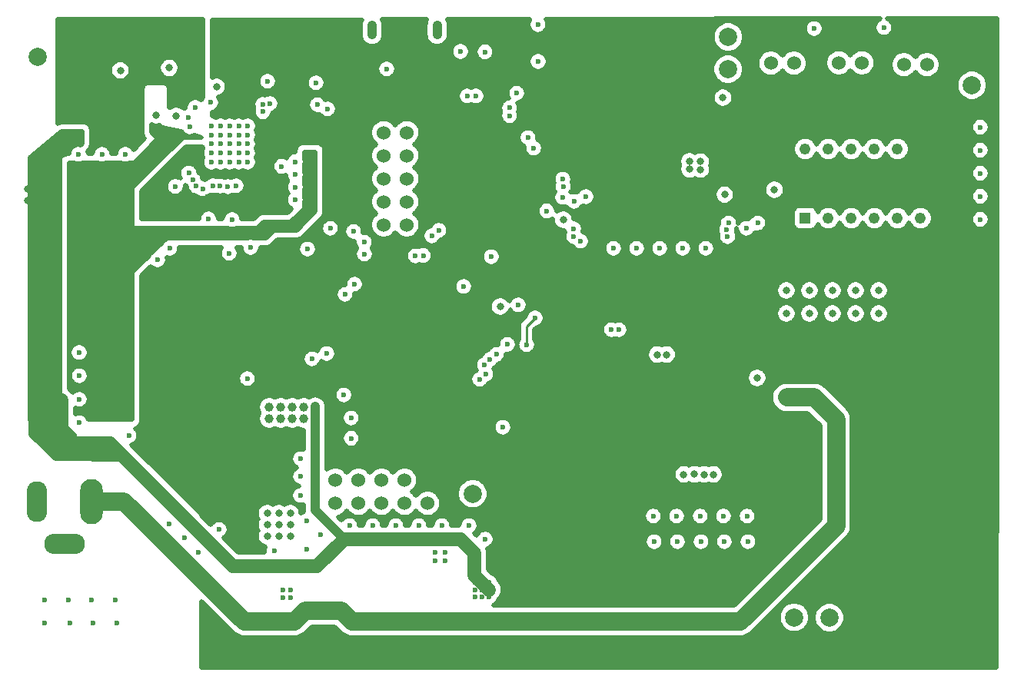
<source format=gbr>
%TF.GenerationSoftware,KiCad,Pcbnew,(5.1.9)-1*%
%TF.CreationDate,2021-04-19T10:41:21+09:00*%
%TF.ProjectId,Air_Pollution_Sensor,4169725f-506f-46c6-9c75-74696f6e5f53,rev?*%
%TF.SameCoordinates,Original*%
%TF.FileFunction,Copper,L3,Inr*%
%TF.FilePolarity,Positive*%
%FSLAX46Y46*%
G04 Gerber Fmt 4.6, Leading zero omitted, Abs format (unit mm)*
G04 Created by KiCad (PCBNEW (5.1.9)-1) date 2021-04-19 10:41:21*
%MOMM*%
%LPD*%
G01*
G04 APERTURE LIST*
%TA.AperFunction,ComponentPad*%
%ADD10C,2.000000*%
%TD*%
%TA.AperFunction,ComponentPad*%
%ADD11C,1.000000*%
%TD*%
%TA.AperFunction,ComponentPad*%
%ADD12C,1.530000*%
%TD*%
%TA.AperFunction,ComponentPad*%
%ADD13C,1.524000*%
%TD*%
%TA.AperFunction,ComponentPad*%
%ADD14C,1.220000*%
%TD*%
%TA.AperFunction,ComponentPad*%
%ADD15R,1.220000X1.220000*%
%TD*%
%TA.AperFunction,ComponentPad*%
%ADD16O,2.500000X5.000000*%
%TD*%
%TA.AperFunction,ComponentPad*%
%ADD17O,2.250000X4.500000*%
%TD*%
%TA.AperFunction,ComponentPad*%
%ADD18O,4.500000X2.250000*%
%TD*%
%TA.AperFunction,ComponentPad*%
%ADD19O,1.050000X2.100000*%
%TD*%
%TA.AperFunction,ViaPad*%
%ADD20C,0.800000*%
%TD*%
%TA.AperFunction,ViaPad*%
%ADD21C,0.600000*%
%TD*%
%TA.AperFunction,Conductor*%
%ADD22C,0.250000*%
%TD*%
%TA.AperFunction,Conductor*%
%ADD23C,1.500000*%
%TD*%
%TA.AperFunction,Conductor*%
%ADD24C,1.000000*%
%TD*%
%TA.AperFunction,Conductor*%
%ADD25C,2.000000*%
%TD*%
%TA.AperFunction,Conductor*%
%ADD26C,0.508000*%
%TD*%
%TA.AperFunction,Conductor*%
%ADD27C,0.100000*%
%TD*%
G04 APERTURE END LIST*
D10*
%TO.N,/STM32F469VET/DSI_D1P*%
%TO.C,TP8*%
X188899800Y-137414000D03*
%TD*%
%TO.N,/STM32F469VET/DSI_D1N*%
%TO.C,TP7*%
X185039000Y-137363200D03*
%TD*%
D11*
%TO.N,GND*%
%TO.C,U10*%
X131013200Y-114198400D03*
%TO.N,+5V*%
X132283200Y-115468400D03*
X132283200Y-114198400D03*
%TO.N,Net-(U10-Pad6)*%
X129743200Y-114198400D03*
%TO.N,/SDA*%
X128473200Y-115468400D03*
%TO.N,Net-(U10-Pad5)*%
X129743200Y-115468400D03*
%TO.N,GND*%
X128473200Y-114198400D03*
%TO.N,/SCL*%
X127203200Y-115468400D03*
%TO.N,GND*%
X131013200Y-115468400D03*
%TO.N,Net-(U10-Pad10)*%
X127203200Y-114198400D03*
%TD*%
D10*
%TO.N,GND*%
%TO.C,TP6*%
X204607160Y-78724760D03*
%TD*%
%TO.N,/WIFI/UART_RXD*%
%TO.C,TP5*%
X177744120Y-76969620D03*
%TD*%
%TO.N,/WIFI/UART_TXD*%
%TO.C,TP4*%
X177764440Y-73400920D03*
%TD*%
%TO.N,+3V3*%
%TO.C,TP3*%
X204607160Y-73929240D03*
%TD*%
%TO.N,/ICE40UP/ICE_CLK*%
%TO.C,TP2*%
X101727000Y-75615800D03*
%TD*%
%TO.N,Net-(TP1-Pad1)*%
%TO.C,TP1*%
X149608540Y-123738640D03*
%TD*%
D12*
%TO.N,GND*%
%TO.C,J4*%
X134503160Y-124795280D03*
X134503160Y-122255280D03*
%TO.N,/ICE40UP/SF_SPI_DO*%
X137043160Y-124795280D03*
%TO.N,GND*%
X137043160Y-122255280D03*
%TO.N,/ICE40UP/SF_SPI_DI*%
X139583160Y-124795280D03*
%TO.N,GND*%
X139583160Y-122255280D03*
X142123160Y-122255280D03*
%TO.N,+3V3*%
X144663160Y-122255280D03*
%TO.N,/ICE40UP/SF_SPI_SCK*%
X142123160Y-124795280D03*
%TO.N,/ICE40UP/SF_SPI_SS*%
X144663160Y-124795280D03*
%TD*%
%TO.N,GND*%
%TO.C,J3*%
X142354300Y-94094300D03*
X139814300Y-94094300D03*
%TO.N,/ice_tms*%
X142354300Y-91554300D03*
%TO.N,/ice_crst_b*%
X139814300Y-91554300D03*
%TO.N,/ice_tdi*%
X142354300Y-89014300D03*
%TO.N,/swclk*%
X139814300Y-89014300D03*
%TO.N,/swdio*%
X139814300Y-86474300D03*
%TO.N,Net-(J3-Pad1)*%
X139814300Y-83934300D03*
%TO.N,/ice_tdo*%
X142354300Y-86474300D03*
%TO.N,/ice_tck*%
X142354300Y-83934300D03*
%TD*%
D13*
%TO.N,Net-(D3-Pad2)*%
%TO.C,D3*%
X199644000Y-76454000D03*
%TO.N,GND*%
X197104000Y-76454000D03*
%TD*%
%TO.N,Net-(D2-Pad2)*%
%TO.C,D2*%
X192481200Y-76250800D03*
%TO.N,GND*%
X189941200Y-76250800D03*
%TD*%
%TO.N,Net-(D1-Pad2)*%
%TO.C,D1*%
X184993280Y-76301600D03*
%TO.N,GND*%
X182453280Y-76301600D03*
%TD*%
D14*
%TO.N,GND*%
%TO.C,S1*%
X186235340Y-85745320D03*
X188775340Y-85745320D03*
%TO.N,Net-(S1-Pad10)*%
X191315340Y-85745320D03*
%TO.N,Net-(S1-Pad9)*%
X193855340Y-85745320D03*
%TO.N,Net-(S1-Pad8)*%
X196395340Y-85745320D03*
%TO.N,+3V3*%
X198935340Y-85745320D03*
%TO.N,/WIFI/EN*%
X198935340Y-93365320D03*
%TO.N,Net-(S1-Pad5)*%
X196395340Y-93365320D03*
%TO.N,Net-(S1-Pad4)*%
X193855340Y-93365320D03*
%TO.N,Net-(S1-Pad3)*%
X191315340Y-93365320D03*
%TO.N,/WIFI/PROG_N*%
X188775340Y-93365320D03*
D15*
%TO.N,/WIFI/RST_N*%
X186235340Y-93365320D03*
%TD*%
D16*
%TO.N,+12V*%
%TO.C,J1*%
X107648000Y-124586000D03*
D17*
%TO.N,GND*%
X101648000Y-124586000D03*
D18*
%TO.N,Net-(J1-Pad3)*%
X104648000Y-129286000D03*
%TD*%
D19*
%TO.N,Net-(C16-Pad1)*%
%TO.C,J2*%
X138536680Y-72628760D03*
X145686680Y-72628760D03*
%TD*%
D20*
%TO.N,GND*%
X114747040Y-82031840D03*
D21*
X128574800Y-87655400D03*
X131419600Y-96774000D03*
X116865400Y-89865200D03*
D20*
X110810040Y-77086460D03*
X116192300Y-76817220D03*
X121389140Y-78887320D03*
X116977160Y-82087720D03*
D21*
X120840500Y-83197700D03*
X150959820Y-75041760D03*
X148277580Y-75001120D03*
D20*
X177370740Y-90771980D03*
X126977140Y-125882400D03*
X128247140Y-125882400D03*
X129517140Y-125882400D03*
X126977140Y-127152400D03*
X128247140Y-127152400D03*
X129517140Y-127152400D03*
X126977140Y-128422400D03*
X128247140Y-128422400D03*
X129517140Y-128422400D03*
X173471840Y-87099140D03*
X174713900Y-87134700D03*
X173507400Y-87985600D03*
X174713900Y-88016080D03*
D21*
X128719580Y-134360920D03*
X129519580Y-134360920D03*
X128719580Y-135160920D03*
X129519580Y-135160920D03*
X145511520Y-130213100D03*
X146613880Y-130202940D03*
X145501360Y-131168140D03*
X146613880Y-131140200D03*
X127027940Y-78267560D03*
X140139420Y-76923900D03*
X121840500Y-83197700D03*
X122840500Y-83197700D03*
X123840500Y-83197700D03*
X124840500Y-83197700D03*
X120840500Y-84197700D03*
X121840500Y-84197700D03*
X122840500Y-84197700D03*
X123840500Y-84197700D03*
X124840500Y-84197700D03*
X120840500Y-85197700D03*
X121840500Y-85197700D03*
X122840500Y-85197700D03*
X123840500Y-85197700D03*
X124840500Y-85197700D03*
X120840500Y-86197700D03*
X121840500Y-86197700D03*
X122840500Y-86197700D03*
X123840500Y-86197700D03*
X124840500Y-86197700D03*
X120840500Y-87197700D03*
X121840500Y-87197700D03*
X122840500Y-87197700D03*
X123840500Y-87197700D03*
X124840500Y-87197700D03*
X132491480Y-80871060D03*
X149004020Y-79900780D03*
X149961600Y-79898240D03*
X106197400Y-86334600D03*
X108777400Y-86334600D03*
X111357400Y-86334600D03*
X120523000Y-93446600D03*
X117856000Y-128600200D03*
X116179600Y-127076200D03*
X119354600Y-130200400D03*
X102489000Y-135407400D03*
X105069000Y-135407400D03*
X107649000Y-135407400D03*
X110229000Y-135407400D03*
X105221400Y-138023600D03*
X107801400Y-138023600D03*
X110381400Y-138023600D03*
X102489000Y-137987400D03*
X106299000Y-110744000D03*
X106299000Y-113324000D03*
X106299000Y-115904000D03*
X111760000Y-117348000D03*
X121691400Y-127685800D03*
X165125400Y-96697800D03*
X167665400Y-96697800D03*
X170205400Y-96697800D03*
X172745400Y-96697800D03*
X175285400Y-96697800D03*
X167665400Y-96697800D03*
X170205400Y-96697800D03*
X172745400Y-96697800D03*
X175285400Y-96697800D03*
X149199600Y-127254000D03*
X151003000Y-128727200D03*
X130657600Y-123926600D03*
X130657600Y-121843800D03*
X130657600Y-119888000D03*
X131318000Y-126720600D03*
X132867400Y-128244600D03*
X131343400Y-129870200D03*
X127736600Y-130048000D03*
X135432800Y-112852200D03*
X136220200Y-115392200D03*
X136220200Y-117627400D03*
X130073400Y-87147400D03*
X130073400Y-88569800D03*
X177234200Y-126187200D03*
X169592600Y-129032000D03*
X179814200Y-126187200D03*
X177332600Y-129032000D03*
X174654200Y-126187200D03*
X177234200Y-126187200D03*
X172074200Y-126187200D03*
X179912600Y-129032000D03*
X174654200Y-126187200D03*
X172074200Y-126187200D03*
X174752600Y-129032000D03*
X177234200Y-126187200D03*
X174654200Y-126187200D03*
X169494200Y-126187200D03*
X172074200Y-126187200D03*
X169592600Y-129032000D03*
X174752600Y-129032000D03*
X172172600Y-129032000D03*
X179814200Y-126187200D03*
X179814200Y-126187200D03*
X172172600Y-129032000D03*
X130073400Y-89941400D03*
X130073400Y-91338400D03*
X124780040Y-111041180D03*
D20*
X184150000Y-101346000D03*
X186690000Y-101346000D03*
X189230000Y-101346000D03*
X191770000Y-101346000D03*
X184150000Y-103886000D03*
X186690000Y-103886000D03*
X189230000Y-103886000D03*
X191770000Y-103886000D03*
X184150000Y-101346000D03*
X186690000Y-101346000D03*
X189230000Y-101346000D03*
X191770000Y-101346000D03*
X194310000Y-101346000D03*
X184150000Y-103886000D03*
X186690000Y-103886000D03*
X189230000Y-103886000D03*
X191770000Y-103886000D03*
X194310000Y-103886000D03*
X184150000Y-101346000D03*
X186690000Y-101346000D03*
X189230000Y-101346000D03*
X191770000Y-101346000D03*
X194310000Y-101346000D03*
X184150000Y-103886000D03*
X186690000Y-103886000D03*
X189230000Y-103886000D03*
X191770000Y-103886000D03*
X194310000Y-103886000D03*
D21*
X106273600Y-108178600D03*
X114909600Y-97967800D03*
X116255800Y-96672400D03*
X136042400Y-127254000D03*
X138582400Y-127254000D03*
X141122400Y-127254000D03*
X143662400Y-127254000D03*
X146202400Y-127254000D03*
X187223400Y-72466200D03*
X194894200Y-72364600D03*
X205536800Y-83337400D03*
X205536800Y-85877400D03*
X205536800Y-88417400D03*
X205536800Y-90957400D03*
X205536800Y-93497400D03*
%TO.N,+3V3*%
X155549600Y-110134400D03*
D20*
X129494280Y-122201940D03*
X129514600Y-123433840D03*
X128244600Y-123433840D03*
X126974600Y-123433840D03*
X128239520Y-122196860D03*
D21*
X127609600Y-91770200D03*
X159633920Y-87944960D03*
D20*
X126923800Y-120990360D03*
X128193800Y-120990360D03*
X129463800Y-120990360D03*
X126944120Y-122222260D03*
X129852420Y-75730100D03*
X131122420Y-75730100D03*
X132392420Y-75730100D03*
X133662420Y-75730100D03*
X131122420Y-77000100D03*
X132392420Y-77000100D03*
X133662420Y-77000100D03*
X116164360Y-108590080D03*
X117434360Y-108590080D03*
X118704360Y-108590080D03*
X116164360Y-109860080D03*
X117434360Y-109860080D03*
X118704360Y-109860080D03*
X113799620Y-90469720D03*
X115069620Y-90469720D03*
X113799620Y-91739720D03*
X115069620Y-91739720D03*
X113799620Y-93009720D03*
X115069620Y-93009720D03*
X129852420Y-77000100D03*
D21*
X116459000Y-102702360D03*
X137556240Y-100027740D03*
D20*
X147764500Y-90148320D03*
X192341500Y-98859340D03*
X181368700Y-97246440D03*
X180776880Y-85377020D03*
D21*
X158219140Y-87175340D03*
X159598360Y-87193120D03*
X158234380Y-88077040D03*
X154459940Y-83197700D03*
X116321840Y-97988120D03*
X120449340Y-90998040D03*
X127015819Y-97240781D03*
X128600200Y-89658100D03*
X178866800Y-113512600D03*
X179730400Y-113538000D03*
D20*
X136728200Y-85445600D03*
D21*
X146481800Y-116890800D03*
X156637900Y-102895400D03*
X137033000Y-104190800D03*
X155317100Y-100711000D03*
D20*
X157327600Y-120091200D03*
D21*
X129307680Y-84392860D03*
D20*
X113792000Y-115570000D03*
X138176000Y-109982000D03*
D21*
%TO.N,/SCL*%
X137670540Y-96019620D03*
X136483090Y-94832170D03*
X137683132Y-97327979D03*
X136603740Y-100629720D03*
%TO.N,/SDA*%
X135539480Y-101782880D03*
%TO.N,/STM32F469VET/VCAPDSI*%
X156489400Y-104368600D03*
X155549600Y-107315000D03*
%TO.N,/STM32F469VET/USB_OTG_FS_DP*%
X150910759Y-109543381D03*
X160746440Y-94527820D03*
X153657300Y-82068220D03*
%TO.N,/STM32F469VET/USB_OTG_FS_VBUS*%
X152214580Y-108391960D03*
X161498280Y-95902780D03*
X154477720Y-79598520D03*
D20*
%TO.N,+1V2*%
X131699000Y-86868000D03*
X131762500Y-89281000D03*
X106946700Y-102392480D03*
X105755440Y-102407720D03*
X105783380Y-103741220D03*
X106967020Y-103802180D03*
X105783380Y-105110280D03*
X106987340Y-105171240D03*
X112102900Y-88668860D03*
X113319560Y-87467440D03*
X114447320Y-86395560D03*
D21*
%TO.N,/STM32F469VET/USB_OTG_FS_DN*%
X151511801Y-108942339D03*
X160746440Y-95377820D03*
X153657300Y-81218220D03*
%TO.N,/ICE40UP/LED_RED*%
X121013220Y-89783920D03*
X177687616Y-95401049D03*
%TO.N,/ICE40UP/LED_GREEN*%
X121793000Y-89849960D03*
X179748180Y-94475300D03*
X177588241Y-94647572D03*
%TO.N,/ICE40UP/LED_BLUE*%
X122642232Y-89896726D03*
X180995320Y-93911420D03*
X177777140Y-93911420D03*
%TO.N,/ICE40UP/SF_SPI_SS*%
X127294640Y-80718910D03*
X122806460Y-97238820D03*
%TO.N,/ICE40UP/SF_SPI_SCK*%
X126492000Y-80817720D03*
X125161040Y-96586040D03*
D20*
%TO.N,/WIFI/EN*%
X182841900Y-90248740D03*
D21*
X156819600Y-76098400D03*
D20*
%TO.N,/WIFI/PROG_N*%
X177172620Y-80096360D03*
D21*
%TO.N,/WIFI/RST_N*%
X156794200Y-72034400D03*
%TO.N,/WIFI/HSPI_CS*%
X148620480Y-100891340D03*
X151660860Y-97614740D03*
D20*
X159570420Y-93530420D03*
D21*
%TO.N,/WIFI/HSPI_MOSI*%
X157781500Y-92567760D03*
%TO.N,/WIFI/HSPI_MISO*%
X156347160Y-85646260D03*
%TO.N,/WIFI/HSPI_SCK*%
X155684220Y-84490560D03*
%TO.N,/ICE40UP/spi_miso*%
X159506920Y-91074240D03*
X118432580Y-83319620D03*
%TO.N,/ICE40UP/spi_sck*%
X160764220Y-91528900D03*
X118313200Y-82245200D03*
%TO.N,/ICE40UP/spi_cs*%
X159570999Y-89862081D03*
X119049800Y-81153000D03*
%TO.N,/ICE40UP/spi_mosi*%
X120752022Y-80627642D03*
X159547560Y-89072720D03*
X162087560Y-90998040D03*
%TO.N,/ice_tck*%
X119163448Y-89850115D03*
%TO.N,/ice_tdo*%
X118837444Y-89163585D03*
%TO.N,/ice_crst_b*%
X133622040Y-81325020D03*
%TO.N,/swclk*%
X150368000Y-111127540D03*
X143301720Y-97548700D03*
X145107660Y-95321120D03*
%TO.N,/DSI_D0P*%
X165733280Y-105669080D03*
%TO.N,/DSI_D0N*%
X164883280Y-105669080D03*
%TO.N,/ice_tdi*%
X119865140Y-90142060D03*
D20*
%TO.N,+5V*%
X132283200Y-117627400D03*
D21*
X149839680Y-133510020D03*
X150639680Y-133510020D03*
X151439680Y-133510020D03*
X149839680Y-134310020D03*
X150639680Y-134310020D03*
X151439680Y-134310020D03*
X149839680Y-135110020D03*
X150639680Y-135110020D03*
X151439680Y-135110020D03*
D20*
X101907340Y-90149680D03*
X103177340Y-90149680D03*
X100637340Y-91419680D03*
X101907340Y-91419680D03*
X103177340Y-91419680D03*
X100637340Y-90149680D03*
X105706780Y-84441060D03*
%TO.N,+2V5*%
X108727240Y-72229980D03*
X109997240Y-72229980D03*
X111267240Y-72229980D03*
X108727240Y-73499980D03*
X109997240Y-73499980D03*
X111267240Y-73499980D03*
X108727240Y-74769980D03*
X109997240Y-74769980D03*
X111267240Y-74769980D03*
D21*
%TO.N,Net-(R13-Pad1)*%
X133924040Y-94500700D03*
X132369560Y-78445360D03*
%TO.N,Net-(R12-Pad1)*%
X126512320Y-81640680D03*
X123113800Y-93507560D03*
%TO.N,+12V*%
X132590540Y-136235440D03*
X133390540Y-136235440D03*
X134190540Y-136235440D03*
X132590540Y-137035440D03*
X133390540Y-137035440D03*
X134190540Y-137035440D03*
X184480200Y-112598200D03*
X185280200Y-112598200D03*
X184480200Y-113398200D03*
X185280200Y-113398200D03*
%TO.N,GND1*%
X153441400Y-107289600D03*
X154635200Y-102920800D03*
D20*
X152628600Y-103111300D03*
%TO.N,Net-(R4-Pad1)*%
X180931820Y-110975140D03*
D21*
%TO.N,/lcd_reset*%
X152943560Y-116415820D03*
D20*
%TO.N,GND2*%
X176123600Y-121615200D03*
X174023020Y-121599960D03*
X172847000Y-121612660D03*
X175122840Y-121617740D03*
D21*
%TO.N,/RCC_OSC_IN*%
X131902200Y-108894880D03*
D20*
%TO.N,/DSI_CLN*%
X169934400Y-108407200D03*
%TO.N,/DSI_CLP*%
X170984400Y-108407200D03*
D21*
%TO.N,/RCC_OSC_OUT*%
X133543040Y-108287820D03*
%TO.N,/ICE40UP/ICE_CLK*%
X118338600Y-88392000D03*
%TO.N,/ice_tms*%
X123571000Y-89791540D03*
%TO.N,/swdio*%
X151053800Y-110548420D03*
X145882360Y-94691200D03*
X144162780Y-97480120D03*
%TD*%
D22*
%TO.N,/STM32F469VET/VCAPDSI*%
X155549600Y-105308400D02*
X156489400Y-104368600D01*
X155549600Y-107315000D02*
X155549600Y-105308400D01*
D23*
%TO.N,+5V*%
X104300599Y-113403380D02*
X104300599Y-114120597D01*
X123182380Y-131724400D02*
X111762540Y-120304560D01*
X132435600Y-131724400D02*
X123182380Y-131724400D01*
X111762540Y-120258840D02*
X109677200Y-118173500D01*
X135440520Y-128719480D02*
X132435600Y-131724400D01*
X111762540Y-120304560D02*
X111762540Y-120258840D01*
X103263700Y-90578940D02*
X103162100Y-90477340D01*
X109677200Y-118173500D02*
X105945940Y-118173500D01*
X104645460Y-116873020D02*
X104300599Y-116528159D01*
X151439680Y-134310020D02*
X149832060Y-132702400D01*
X149832060Y-132702400D02*
X149832060Y-130258820D01*
X148292720Y-128719480D02*
X135440520Y-128719480D01*
X149832060Y-130258820D02*
X148292720Y-128719480D01*
D24*
X135440520Y-128719480D02*
X135422540Y-128719480D01*
D23*
X105323640Y-117551200D02*
X104645460Y-116873020D01*
X104300599Y-116528159D02*
X104300599Y-113403380D01*
D24*
X132279400Y-118200160D02*
X132279400Y-114147600D01*
X132279400Y-125558360D02*
X132279400Y-118200160D01*
X135440520Y-128719480D02*
X132279400Y-125558360D01*
D25*
%TO.N,+12V*%
X184226200Y-113131600D02*
X184226200Y-113131600D01*
X185572400Y-113131600D02*
X184226200Y-113131600D01*
X187223400Y-113131600D02*
X185572400Y-113131600D01*
X189632590Y-115540790D02*
X187223400Y-113131600D01*
X189632590Y-127298450D02*
X189632590Y-115540790D01*
X179105560Y-137825480D02*
X189632590Y-127298450D01*
X135128000Y-136652000D02*
X136301480Y-137825480D01*
X131165600Y-136652000D02*
X135128000Y-136652000D01*
X124449840Y-137820400D02*
X129997200Y-137820400D01*
X129997200Y-137820400D02*
X131165600Y-136652000D01*
X111215440Y-124586000D02*
X124449840Y-137820400D01*
X136301480Y-137825480D02*
X179105560Y-137825480D01*
X107648000Y-124586000D02*
X111215440Y-124586000D01*
%TD*%
D26*
%TO.N,+3V3*%
X207368140Y-113502089D02*
X207265326Y-142876800D01*
X119724039Y-142876800D01*
X119722271Y-135584674D01*
X123142714Y-139005118D01*
X123197890Y-139072350D01*
X123466189Y-139292538D01*
X123772289Y-139456152D01*
X124104427Y-139556905D01*
X124135636Y-139559979D01*
X124363284Y-139582400D01*
X124363291Y-139582400D01*
X124449840Y-139590924D01*
X124536388Y-139582400D01*
X129910652Y-139582400D01*
X129997200Y-139590924D01*
X130083748Y-139582400D01*
X130083756Y-139582400D01*
X130342612Y-139556905D01*
X130674751Y-139456152D01*
X130980851Y-139292538D01*
X131249150Y-139072350D01*
X131304331Y-139005112D01*
X131895443Y-138414000D01*
X134398157Y-138414000D01*
X134994353Y-139010197D01*
X135049530Y-139077430D01*
X135317829Y-139297618D01*
X135623929Y-139461232D01*
X135956068Y-139561985D01*
X136214924Y-139587480D01*
X136214933Y-139587480D01*
X136301479Y-139596004D01*
X136388025Y-139587480D01*
X179019012Y-139587480D01*
X179105560Y-139596004D01*
X179192108Y-139587480D01*
X179192116Y-139587480D01*
X179450972Y-139561985D01*
X179783111Y-139461232D01*
X180089211Y-139297618D01*
X180357510Y-139077430D01*
X180412691Y-139010192D01*
X182233225Y-137189658D01*
X183277000Y-137189658D01*
X183277000Y-137536742D01*
X183344712Y-137877157D01*
X183477535Y-138197820D01*
X183670365Y-138486410D01*
X183915790Y-138731835D01*
X184204380Y-138924665D01*
X184525043Y-139057488D01*
X184865458Y-139125200D01*
X185212542Y-139125200D01*
X185552957Y-139057488D01*
X185873620Y-138924665D01*
X186162210Y-138731835D01*
X186407635Y-138486410D01*
X186600465Y-138197820D01*
X186733288Y-137877157D01*
X186801000Y-137536742D01*
X186801000Y-137240458D01*
X187137800Y-137240458D01*
X187137800Y-137587542D01*
X187205512Y-137927957D01*
X187338335Y-138248620D01*
X187531165Y-138537210D01*
X187776590Y-138782635D01*
X188065180Y-138975465D01*
X188385843Y-139108288D01*
X188726258Y-139176000D01*
X189073342Y-139176000D01*
X189413757Y-139108288D01*
X189734420Y-138975465D01*
X190023010Y-138782635D01*
X190268435Y-138537210D01*
X190461265Y-138248620D01*
X190594088Y-137927957D01*
X190661800Y-137587542D01*
X190661800Y-137240458D01*
X190594088Y-136900043D01*
X190461265Y-136579380D01*
X190268435Y-136290790D01*
X190023010Y-136045365D01*
X189734420Y-135852535D01*
X189413757Y-135719712D01*
X189073342Y-135652000D01*
X188726258Y-135652000D01*
X188385843Y-135719712D01*
X188065180Y-135852535D01*
X187776590Y-136045365D01*
X187531165Y-136290790D01*
X187338335Y-136579380D01*
X187205512Y-136900043D01*
X187137800Y-137240458D01*
X186801000Y-137240458D01*
X186801000Y-137189658D01*
X186733288Y-136849243D01*
X186600465Y-136528580D01*
X186407635Y-136239990D01*
X186162210Y-135994565D01*
X185873620Y-135801735D01*
X185552957Y-135668912D01*
X185212542Y-135601200D01*
X184865458Y-135601200D01*
X184525043Y-135668912D01*
X184204380Y-135801735D01*
X183915790Y-135994565D01*
X183670365Y-136239990D01*
X183477535Y-136528580D01*
X183344712Y-136849243D01*
X183277000Y-137189658D01*
X182233225Y-137189658D01*
X190817309Y-128605575D01*
X190884540Y-128550400D01*
X191104728Y-128282101D01*
X191268342Y-127976001D01*
X191325958Y-127786067D01*
X191369095Y-127643863D01*
X191381312Y-127519816D01*
X191394590Y-127385006D01*
X191394590Y-127384999D01*
X191403114Y-127298450D01*
X191394590Y-127211902D01*
X191394590Y-115627335D01*
X191403114Y-115540789D01*
X191394590Y-115454243D01*
X191394590Y-115454234D01*
X191369095Y-115195378D01*
X191268342Y-114863239D01*
X191104728Y-114557139D01*
X190884540Y-114288840D01*
X190817307Y-114233663D01*
X188530531Y-111946888D01*
X188475350Y-111879650D01*
X188207051Y-111659462D01*
X187900951Y-111495848D01*
X187568812Y-111395095D01*
X187309956Y-111369600D01*
X187309948Y-111369600D01*
X187223400Y-111361076D01*
X187136852Y-111369600D01*
X184139644Y-111369600D01*
X183880788Y-111395095D01*
X183548649Y-111495848D01*
X183242549Y-111659462D01*
X182974250Y-111879650D01*
X182754062Y-112147949D01*
X182590448Y-112454049D01*
X182489695Y-112786188D01*
X182455675Y-113131600D01*
X182489695Y-113477012D01*
X182590448Y-113809151D01*
X182754062Y-114115251D01*
X182974250Y-114383550D01*
X183242549Y-114603738D01*
X183548649Y-114767352D01*
X183880788Y-114868105D01*
X184139644Y-114893600D01*
X186493557Y-114893600D01*
X187870591Y-116270635D01*
X187870590Y-126568606D01*
X178375717Y-136063480D01*
X151912966Y-136063480D01*
X151942726Y-136051153D01*
X152116666Y-135934930D01*
X152264590Y-135787006D01*
X152380813Y-135613066D01*
X152455757Y-135432134D01*
X152513997Y-135384337D01*
X152702944Y-135154106D01*
X152843344Y-134891436D01*
X152929801Y-134606423D01*
X152958995Y-134310019D01*
X152929801Y-134013616D01*
X152843344Y-133728603D01*
X152702944Y-133465933D01*
X152561342Y-133293392D01*
X152455686Y-133187737D01*
X152380813Y-133006974D01*
X152264590Y-132833034D01*
X152116666Y-132685110D01*
X151942726Y-132568887D01*
X151761963Y-132494013D01*
X151344060Y-132076111D01*
X151344060Y-130333088D01*
X151351375Y-130258820D01*
X151335319Y-130095802D01*
X151322182Y-129962416D01*
X151260416Y-129758803D01*
X151312774Y-129748388D01*
X151506046Y-129668333D01*
X151679986Y-129552110D01*
X151827910Y-129404186D01*
X151944133Y-129230246D01*
X152024188Y-129036974D01*
X152045983Y-128927402D01*
X168530600Y-128927402D01*
X168530600Y-129136598D01*
X168571412Y-129341774D01*
X168651467Y-129535046D01*
X168767690Y-129708986D01*
X168915614Y-129856910D01*
X169089554Y-129973133D01*
X169282826Y-130053188D01*
X169488002Y-130094000D01*
X169697198Y-130094000D01*
X169902374Y-130053188D01*
X170095646Y-129973133D01*
X170269586Y-129856910D01*
X170417510Y-129708986D01*
X170533733Y-129535046D01*
X170613788Y-129341774D01*
X170654600Y-129136598D01*
X170654600Y-128927402D01*
X171110600Y-128927402D01*
X171110600Y-129136598D01*
X171151412Y-129341774D01*
X171231467Y-129535046D01*
X171347690Y-129708986D01*
X171495614Y-129856910D01*
X171669554Y-129973133D01*
X171862826Y-130053188D01*
X172068002Y-130094000D01*
X172277198Y-130094000D01*
X172482374Y-130053188D01*
X172675646Y-129973133D01*
X172849586Y-129856910D01*
X172997510Y-129708986D01*
X173113733Y-129535046D01*
X173193788Y-129341774D01*
X173234600Y-129136598D01*
X173234600Y-128927402D01*
X173690600Y-128927402D01*
X173690600Y-129136598D01*
X173731412Y-129341774D01*
X173811467Y-129535046D01*
X173927690Y-129708986D01*
X174075614Y-129856910D01*
X174249554Y-129973133D01*
X174442826Y-130053188D01*
X174648002Y-130094000D01*
X174857198Y-130094000D01*
X175062374Y-130053188D01*
X175255646Y-129973133D01*
X175429586Y-129856910D01*
X175577510Y-129708986D01*
X175693733Y-129535046D01*
X175773788Y-129341774D01*
X175814600Y-129136598D01*
X175814600Y-128927402D01*
X176270600Y-128927402D01*
X176270600Y-129136598D01*
X176311412Y-129341774D01*
X176391467Y-129535046D01*
X176507690Y-129708986D01*
X176655614Y-129856910D01*
X176829554Y-129973133D01*
X177022826Y-130053188D01*
X177228002Y-130094000D01*
X177437198Y-130094000D01*
X177642374Y-130053188D01*
X177835646Y-129973133D01*
X178009586Y-129856910D01*
X178157510Y-129708986D01*
X178273733Y-129535046D01*
X178353788Y-129341774D01*
X178394600Y-129136598D01*
X178394600Y-128927402D01*
X178850600Y-128927402D01*
X178850600Y-129136598D01*
X178891412Y-129341774D01*
X178971467Y-129535046D01*
X179087690Y-129708986D01*
X179235614Y-129856910D01*
X179409554Y-129973133D01*
X179602826Y-130053188D01*
X179808002Y-130094000D01*
X180017198Y-130094000D01*
X180222374Y-130053188D01*
X180415646Y-129973133D01*
X180589586Y-129856910D01*
X180737510Y-129708986D01*
X180853733Y-129535046D01*
X180933788Y-129341774D01*
X180974600Y-129136598D01*
X180974600Y-128927402D01*
X180933788Y-128722226D01*
X180853733Y-128528954D01*
X180737510Y-128355014D01*
X180589586Y-128207090D01*
X180415646Y-128090867D01*
X180222374Y-128010812D01*
X180017198Y-127970000D01*
X179808002Y-127970000D01*
X179602826Y-128010812D01*
X179409554Y-128090867D01*
X179235614Y-128207090D01*
X179087690Y-128355014D01*
X178971467Y-128528954D01*
X178891412Y-128722226D01*
X178850600Y-128927402D01*
X178394600Y-128927402D01*
X178353788Y-128722226D01*
X178273733Y-128528954D01*
X178157510Y-128355014D01*
X178009586Y-128207090D01*
X177835646Y-128090867D01*
X177642374Y-128010812D01*
X177437198Y-127970000D01*
X177228002Y-127970000D01*
X177022826Y-128010812D01*
X176829554Y-128090867D01*
X176655614Y-128207090D01*
X176507690Y-128355014D01*
X176391467Y-128528954D01*
X176311412Y-128722226D01*
X176270600Y-128927402D01*
X175814600Y-128927402D01*
X175773788Y-128722226D01*
X175693733Y-128528954D01*
X175577510Y-128355014D01*
X175429586Y-128207090D01*
X175255646Y-128090867D01*
X175062374Y-128010812D01*
X174857198Y-127970000D01*
X174648002Y-127970000D01*
X174442826Y-128010812D01*
X174249554Y-128090867D01*
X174075614Y-128207090D01*
X173927690Y-128355014D01*
X173811467Y-128528954D01*
X173731412Y-128722226D01*
X173690600Y-128927402D01*
X173234600Y-128927402D01*
X173193788Y-128722226D01*
X173113733Y-128528954D01*
X172997510Y-128355014D01*
X172849586Y-128207090D01*
X172675646Y-128090867D01*
X172482374Y-128010812D01*
X172277198Y-127970000D01*
X172068002Y-127970000D01*
X171862826Y-128010812D01*
X171669554Y-128090867D01*
X171495614Y-128207090D01*
X171347690Y-128355014D01*
X171231467Y-128528954D01*
X171151412Y-128722226D01*
X171110600Y-128927402D01*
X170654600Y-128927402D01*
X170613788Y-128722226D01*
X170533733Y-128528954D01*
X170417510Y-128355014D01*
X170269586Y-128207090D01*
X170095646Y-128090867D01*
X169902374Y-128010812D01*
X169697198Y-127970000D01*
X169488002Y-127970000D01*
X169282826Y-128010812D01*
X169089554Y-128090867D01*
X168915614Y-128207090D01*
X168767690Y-128355014D01*
X168651467Y-128528954D01*
X168571412Y-128722226D01*
X168530600Y-128927402D01*
X152045983Y-128927402D01*
X152065000Y-128831798D01*
X152065000Y-128622602D01*
X152024188Y-128417426D01*
X151944133Y-128224154D01*
X151827910Y-128050214D01*
X151679986Y-127902290D01*
X151506046Y-127786067D01*
X151312774Y-127706012D01*
X151107598Y-127665200D01*
X150898402Y-127665200D01*
X150693226Y-127706012D01*
X150499954Y-127786067D01*
X150326014Y-127902290D01*
X150178090Y-128050214D01*
X150061867Y-128224154D01*
X150024909Y-128313379D01*
X149824945Y-128113415D01*
X149876586Y-128078910D01*
X150024510Y-127930986D01*
X150140733Y-127757046D01*
X150220788Y-127563774D01*
X150261600Y-127358598D01*
X150261600Y-127149402D01*
X150220788Y-126944226D01*
X150140733Y-126750954D01*
X150024510Y-126577014D01*
X149876586Y-126429090D01*
X149702646Y-126312867D01*
X149509374Y-126232812D01*
X149304198Y-126192000D01*
X149095002Y-126192000D01*
X148889826Y-126232812D01*
X148696554Y-126312867D01*
X148522614Y-126429090D01*
X148374690Y-126577014D01*
X148258467Y-126750954D01*
X148178412Y-126944226D01*
X148137600Y-127149402D01*
X148137600Y-127207480D01*
X147264400Y-127207480D01*
X147264400Y-127149402D01*
X147223588Y-126944226D01*
X147143533Y-126750954D01*
X147027310Y-126577014D01*
X146879386Y-126429090D01*
X146705446Y-126312867D01*
X146512174Y-126232812D01*
X146306998Y-126192000D01*
X146097802Y-126192000D01*
X145892626Y-126232812D01*
X145699354Y-126312867D01*
X145525414Y-126429090D01*
X145377490Y-126577014D01*
X145261267Y-126750954D01*
X145181212Y-126944226D01*
X145140400Y-127149402D01*
X145140400Y-127207480D01*
X144724400Y-127207480D01*
X144724400Y-127149402D01*
X144683588Y-126944226D01*
X144603533Y-126750954D01*
X144487310Y-126577014D01*
X144339386Y-126429090D01*
X144165446Y-126312867D01*
X143972174Y-126232812D01*
X143766998Y-126192000D01*
X143557802Y-126192000D01*
X143352626Y-126232812D01*
X143159354Y-126312867D01*
X142985414Y-126429090D01*
X142837490Y-126577014D01*
X142721267Y-126750954D01*
X142641212Y-126944226D01*
X142600400Y-127149402D01*
X142600400Y-127207480D01*
X142184400Y-127207480D01*
X142184400Y-127149402D01*
X142143588Y-126944226D01*
X142063533Y-126750954D01*
X141947310Y-126577014D01*
X141799386Y-126429090D01*
X141625446Y-126312867D01*
X141432174Y-126232812D01*
X141226998Y-126192000D01*
X141017802Y-126192000D01*
X140812626Y-126232812D01*
X140619354Y-126312867D01*
X140445414Y-126429090D01*
X140297490Y-126577014D01*
X140181267Y-126750954D01*
X140101212Y-126944226D01*
X140060400Y-127149402D01*
X140060400Y-127207480D01*
X139644400Y-127207480D01*
X139644400Y-127149402D01*
X139603588Y-126944226D01*
X139523533Y-126750954D01*
X139407310Y-126577014D01*
X139259386Y-126429090D01*
X139085446Y-126312867D01*
X138892174Y-126232812D01*
X138686998Y-126192000D01*
X138477802Y-126192000D01*
X138272626Y-126232812D01*
X138079354Y-126312867D01*
X137905414Y-126429090D01*
X137757490Y-126577014D01*
X137641267Y-126750954D01*
X137561212Y-126944226D01*
X137520400Y-127149402D01*
X137520400Y-127207480D01*
X137104400Y-127207480D01*
X137104400Y-127149402D01*
X137063588Y-126944226D01*
X136983533Y-126750954D01*
X136867310Y-126577014D01*
X136719386Y-126429090D01*
X136545446Y-126312867D01*
X136352174Y-126232812D01*
X136146998Y-126192000D01*
X135937802Y-126192000D01*
X135732626Y-126232812D01*
X135539354Y-126312867D01*
X135365414Y-126429090D01*
X135217490Y-126577014D01*
X135163537Y-126657760D01*
X134799105Y-126293329D01*
X134948570Y-126263599D01*
X135226466Y-126148490D01*
X135476566Y-125981379D01*
X135689259Y-125768686D01*
X135773160Y-125643119D01*
X135857061Y-125768686D01*
X136069754Y-125981379D01*
X136319854Y-126148490D01*
X136597750Y-126263599D01*
X136892764Y-126322280D01*
X137193556Y-126322280D01*
X137488570Y-126263599D01*
X137766466Y-126148490D01*
X138016566Y-125981379D01*
X138229259Y-125768686D01*
X138313160Y-125643119D01*
X138397061Y-125768686D01*
X138609754Y-125981379D01*
X138859854Y-126148490D01*
X139137750Y-126263599D01*
X139432764Y-126322280D01*
X139733556Y-126322280D01*
X140028570Y-126263599D01*
X140306466Y-126148490D01*
X140556566Y-125981379D01*
X140769259Y-125768686D01*
X140853160Y-125643119D01*
X140937061Y-125768686D01*
X141149754Y-125981379D01*
X141399854Y-126148490D01*
X141677750Y-126263599D01*
X141972764Y-126322280D01*
X142273556Y-126322280D01*
X142568570Y-126263599D01*
X142846466Y-126148490D01*
X143096566Y-125981379D01*
X143309259Y-125768686D01*
X143393160Y-125643119D01*
X143477061Y-125768686D01*
X143689754Y-125981379D01*
X143939854Y-126148490D01*
X144217750Y-126263599D01*
X144512764Y-126322280D01*
X144813556Y-126322280D01*
X145108570Y-126263599D01*
X145386466Y-126148490D01*
X145485074Y-126082602D01*
X168432200Y-126082602D01*
X168432200Y-126291798D01*
X168473012Y-126496974D01*
X168553067Y-126690246D01*
X168669290Y-126864186D01*
X168817214Y-127012110D01*
X168991154Y-127128333D01*
X169184426Y-127208388D01*
X169389602Y-127249200D01*
X169598798Y-127249200D01*
X169803974Y-127208388D01*
X169997246Y-127128333D01*
X170171186Y-127012110D01*
X170319110Y-126864186D01*
X170435333Y-126690246D01*
X170515388Y-126496974D01*
X170556200Y-126291798D01*
X170556200Y-126082602D01*
X171012200Y-126082602D01*
X171012200Y-126291798D01*
X171053012Y-126496974D01*
X171133067Y-126690246D01*
X171249290Y-126864186D01*
X171397214Y-127012110D01*
X171571154Y-127128333D01*
X171764426Y-127208388D01*
X171969602Y-127249200D01*
X172178798Y-127249200D01*
X172383974Y-127208388D01*
X172577246Y-127128333D01*
X172751186Y-127012110D01*
X172899110Y-126864186D01*
X173015333Y-126690246D01*
X173095388Y-126496974D01*
X173136200Y-126291798D01*
X173136200Y-126082602D01*
X173592200Y-126082602D01*
X173592200Y-126291798D01*
X173633012Y-126496974D01*
X173713067Y-126690246D01*
X173829290Y-126864186D01*
X173977214Y-127012110D01*
X174151154Y-127128333D01*
X174344426Y-127208388D01*
X174549602Y-127249200D01*
X174758798Y-127249200D01*
X174963974Y-127208388D01*
X175157246Y-127128333D01*
X175331186Y-127012110D01*
X175479110Y-126864186D01*
X175595333Y-126690246D01*
X175675388Y-126496974D01*
X175716200Y-126291798D01*
X175716200Y-126082602D01*
X176172200Y-126082602D01*
X176172200Y-126291798D01*
X176213012Y-126496974D01*
X176293067Y-126690246D01*
X176409290Y-126864186D01*
X176557214Y-127012110D01*
X176731154Y-127128333D01*
X176924426Y-127208388D01*
X177129602Y-127249200D01*
X177338798Y-127249200D01*
X177543974Y-127208388D01*
X177737246Y-127128333D01*
X177911186Y-127012110D01*
X178059110Y-126864186D01*
X178175333Y-126690246D01*
X178255388Y-126496974D01*
X178296200Y-126291798D01*
X178296200Y-126082602D01*
X178752200Y-126082602D01*
X178752200Y-126291798D01*
X178793012Y-126496974D01*
X178873067Y-126690246D01*
X178989290Y-126864186D01*
X179137214Y-127012110D01*
X179311154Y-127128333D01*
X179504426Y-127208388D01*
X179709602Y-127249200D01*
X179918798Y-127249200D01*
X180123974Y-127208388D01*
X180317246Y-127128333D01*
X180491186Y-127012110D01*
X180639110Y-126864186D01*
X180755333Y-126690246D01*
X180835388Y-126496974D01*
X180876200Y-126291798D01*
X180876200Y-126082602D01*
X180835388Y-125877426D01*
X180755333Y-125684154D01*
X180639110Y-125510214D01*
X180491186Y-125362290D01*
X180317246Y-125246067D01*
X180123974Y-125166012D01*
X179918798Y-125125200D01*
X179709602Y-125125200D01*
X179504426Y-125166012D01*
X179311154Y-125246067D01*
X179137214Y-125362290D01*
X178989290Y-125510214D01*
X178873067Y-125684154D01*
X178793012Y-125877426D01*
X178752200Y-126082602D01*
X178296200Y-126082602D01*
X178255388Y-125877426D01*
X178175333Y-125684154D01*
X178059110Y-125510214D01*
X177911186Y-125362290D01*
X177737246Y-125246067D01*
X177543974Y-125166012D01*
X177338798Y-125125200D01*
X177129602Y-125125200D01*
X176924426Y-125166012D01*
X176731154Y-125246067D01*
X176557214Y-125362290D01*
X176409290Y-125510214D01*
X176293067Y-125684154D01*
X176213012Y-125877426D01*
X176172200Y-126082602D01*
X175716200Y-126082602D01*
X175675388Y-125877426D01*
X175595333Y-125684154D01*
X175479110Y-125510214D01*
X175331186Y-125362290D01*
X175157246Y-125246067D01*
X174963974Y-125166012D01*
X174758798Y-125125200D01*
X174549602Y-125125200D01*
X174344426Y-125166012D01*
X174151154Y-125246067D01*
X173977214Y-125362290D01*
X173829290Y-125510214D01*
X173713067Y-125684154D01*
X173633012Y-125877426D01*
X173592200Y-126082602D01*
X173136200Y-126082602D01*
X173095388Y-125877426D01*
X173015333Y-125684154D01*
X172899110Y-125510214D01*
X172751186Y-125362290D01*
X172577246Y-125246067D01*
X172383974Y-125166012D01*
X172178798Y-125125200D01*
X171969602Y-125125200D01*
X171764426Y-125166012D01*
X171571154Y-125246067D01*
X171397214Y-125362290D01*
X171249290Y-125510214D01*
X171133067Y-125684154D01*
X171053012Y-125877426D01*
X171012200Y-126082602D01*
X170556200Y-126082602D01*
X170515388Y-125877426D01*
X170435333Y-125684154D01*
X170319110Y-125510214D01*
X170171186Y-125362290D01*
X169997246Y-125246067D01*
X169803974Y-125166012D01*
X169598798Y-125125200D01*
X169389602Y-125125200D01*
X169184426Y-125166012D01*
X168991154Y-125246067D01*
X168817214Y-125362290D01*
X168669290Y-125510214D01*
X168553067Y-125684154D01*
X168473012Y-125877426D01*
X168432200Y-126082602D01*
X145485074Y-126082602D01*
X145636566Y-125981379D01*
X145849259Y-125768686D01*
X146016370Y-125518586D01*
X146131479Y-125240690D01*
X146190160Y-124945676D01*
X146190160Y-124644884D01*
X146131479Y-124349870D01*
X146016370Y-124071974D01*
X145849259Y-123821874D01*
X145636566Y-123609181D01*
X145570591Y-123565098D01*
X147846540Y-123565098D01*
X147846540Y-123912182D01*
X147914252Y-124252597D01*
X148047075Y-124573260D01*
X148239905Y-124861850D01*
X148485330Y-125107275D01*
X148773920Y-125300105D01*
X149094583Y-125432928D01*
X149434998Y-125500640D01*
X149782082Y-125500640D01*
X150122497Y-125432928D01*
X150443160Y-125300105D01*
X150731750Y-125107275D01*
X150977175Y-124861850D01*
X151170005Y-124573260D01*
X151302828Y-124252597D01*
X151370540Y-123912182D01*
X151370540Y-123565098D01*
X151302828Y-123224683D01*
X151170005Y-122904020D01*
X150977175Y-122615430D01*
X150731750Y-122370005D01*
X150443160Y-122177175D01*
X150122497Y-122044352D01*
X149782082Y-121976640D01*
X149434998Y-121976640D01*
X149094583Y-122044352D01*
X148773920Y-122177175D01*
X148485330Y-122370005D01*
X148239905Y-122615430D01*
X148047075Y-122904020D01*
X147914252Y-123224683D01*
X147846540Y-123565098D01*
X145570591Y-123565098D01*
X145386466Y-123442070D01*
X145108570Y-123326961D01*
X144813556Y-123268280D01*
X144512764Y-123268280D01*
X144217750Y-123326961D01*
X143939854Y-123442070D01*
X143689754Y-123609181D01*
X143477061Y-123821874D01*
X143393160Y-123947441D01*
X143309259Y-123821874D01*
X143096566Y-123609181D01*
X142970999Y-123525280D01*
X143096566Y-123441379D01*
X143309259Y-123228686D01*
X143476370Y-122978586D01*
X143591479Y-122700690D01*
X143650160Y-122405676D01*
X143650160Y-122104884D01*
X143591479Y-121809870D01*
X143476370Y-121531974D01*
X143453812Y-121498213D01*
X171685000Y-121498213D01*
X171685000Y-121727107D01*
X171729655Y-121951603D01*
X171817249Y-122163073D01*
X171944416Y-122353392D01*
X172106268Y-122515244D01*
X172296587Y-122642411D01*
X172508057Y-122730005D01*
X172732553Y-122774660D01*
X172961447Y-122774660D01*
X173185943Y-122730005D01*
X173397413Y-122642411D01*
X173444513Y-122610940D01*
X173472607Y-122629711D01*
X173684077Y-122717305D01*
X173908573Y-122761960D01*
X174137467Y-122761960D01*
X174361963Y-122717305D01*
X174556385Y-122636772D01*
X174572427Y-122647491D01*
X174783897Y-122735085D01*
X175008393Y-122779740D01*
X175237287Y-122779740D01*
X175461783Y-122735085D01*
X175626286Y-122666945D01*
X175784657Y-122732545D01*
X176009153Y-122777200D01*
X176238047Y-122777200D01*
X176462543Y-122732545D01*
X176674013Y-122644951D01*
X176864332Y-122517784D01*
X177026184Y-122355932D01*
X177153351Y-122165613D01*
X177240945Y-121954143D01*
X177285600Y-121729647D01*
X177285600Y-121500753D01*
X177240945Y-121276257D01*
X177153351Y-121064787D01*
X177026184Y-120874468D01*
X176864332Y-120712616D01*
X176674013Y-120585449D01*
X176462543Y-120497855D01*
X176238047Y-120453200D01*
X176009153Y-120453200D01*
X175784657Y-120497855D01*
X175620154Y-120565995D01*
X175461783Y-120500395D01*
X175237287Y-120455740D01*
X175008393Y-120455740D01*
X174783897Y-120500395D01*
X174589475Y-120580928D01*
X174573433Y-120570209D01*
X174361963Y-120482615D01*
X174137467Y-120437960D01*
X173908573Y-120437960D01*
X173684077Y-120482615D01*
X173472607Y-120570209D01*
X173425507Y-120601680D01*
X173397413Y-120582909D01*
X173185943Y-120495315D01*
X172961447Y-120450660D01*
X172732553Y-120450660D01*
X172508057Y-120495315D01*
X172296587Y-120582909D01*
X172106268Y-120710076D01*
X171944416Y-120871928D01*
X171817249Y-121062247D01*
X171729655Y-121273717D01*
X171685000Y-121498213D01*
X143453812Y-121498213D01*
X143309259Y-121281874D01*
X143096566Y-121069181D01*
X142846466Y-120902070D01*
X142568570Y-120786961D01*
X142273556Y-120728280D01*
X141972764Y-120728280D01*
X141677750Y-120786961D01*
X141399854Y-120902070D01*
X141149754Y-121069181D01*
X140937061Y-121281874D01*
X140853160Y-121407441D01*
X140769259Y-121281874D01*
X140556566Y-121069181D01*
X140306466Y-120902070D01*
X140028570Y-120786961D01*
X139733556Y-120728280D01*
X139432764Y-120728280D01*
X139137750Y-120786961D01*
X138859854Y-120902070D01*
X138609754Y-121069181D01*
X138397061Y-121281874D01*
X138313160Y-121407441D01*
X138229259Y-121281874D01*
X138016566Y-121069181D01*
X137766466Y-120902070D01*
X137488570Y-120786961D01*
X137193556Y-120728280D01*
X136892764Y-120728280D01*
X136597750Y-120786961D01*
X136319854Y-120902070D01*
X136069754Y-121069181D01*
X135857061Y-121281874D01*
X135773160Y-121407441D01*
X135689259Y-121281874D01*
X135476566Y-121069181D01*
X135226466Y-120902070D01*
X134948570Y-120786961D01*
X134653556Y-120728280D01*
X134352764Y-120728280D01*
X134057750Y-120786961D01*
X133779854Y-120902070D01*
X133541400Y-121061399D01*
X133541400Y-117522802D01*
X135158200Y-117522802D01*
X135158200Y-117731998D01*
X135199012Y-117937174D01*
X135279067Y-118130446D01*
X135395290Y-118304386D01*
X135543214Y-118452310D01*
X135717154Y-118568533D01*
X135910426Y-118648588D01*
X136115602Y-118689400D01*
X136324798Y-118689400D01*
X136529974Y-118648588D01*
X136723246Y-118568533D01*
X136897186Y-118452310D01*
X137045110Y-118304386D01*
X137161333Y-118130446D01*
X137241388Y-117937174D01*
X137282200Y-117731998D01*
X137282200Y-117522802D01*
X137241388Y-117317626D01*
X137161333Y-117124354D01*
X137045110Y-116950414D01*
X136897186Y-116802490D01*
X136723246Y-116686267D01*
X136529974Y-116606212D01*
X136324798Y-116565400D01*
X136115602Y-116565400D01*
X135910426Y-116606212D01*
X135717154Y-116686267D01*
X135543214Y-116802490D01*
X135395290Y-116950414D01*
X135279067Y-117124354D01*
X135199012Y-117317626D01*
X135158200Y-117522802D01*
X133541400Y-117522802D01*
X133541400Y-115611800D01*
X133545200Y-115592696D01*
X133545200Y-115344104D01*
X133541400Y-115325000D01*
X133541400Y-115287602D01*
X135158200Y-115287602D01*
X135158200Y-115496798D01*
X135199012Y-115701974D01*
X135279067Y-115895246D01*
X135395290Y-116069186D01*
X135543214Y-116217110D01*
X135717154Y-116333333D01*
X135910426Y-116413388D01*
X136115602Y-116454200D01*
X136324798Y-116454200D01*
X136529974Y-116413388D01*
X136723246Y-116333333D01*
X136756337Y-116311222D01*
X151881560Y-116311222D01*
X151881560Y-116520418D01*
X151922372Y-116725594D01*
X152002427Y-116918866D01*
X152118650Y-117092806D01*
X152266574Y-117240730D01*
X152440514Y-117356953D01*
X152633786Y-117437008D01*
X152838962Y-117477820D01*
X153048158Y-117477820D01*
X153253334Y-117437008D01*
X153446606Y-117356953D01*
X153620546Y-117240730D01*
X153768470Y-117092806D01*
X153884693Y-116918866D01*
X153964748Y-116725594D01*
X154005560Y-116520418D01*
X154005560Y-116311222D01*
X153964748Y-116106046D01*
X153884693Y-115912774D01*
X153768470Y-115738834D01*
X153620546Y-115590910D01*
X153446606Y-115474687D01*
X153253334Y-115394632D01*
X153048158Y-115353820D01*
X152838962Y-115353820D01*
X152633786Y-115394632D01*
X152440514Y-115474687D01*
X152266574Y-115590910D01*
X152118650Y-115738834D01*
X152002427Y-115912774D01*
X151922372Y-116106046D01*
X151881560Y-116311222D01*
X136756337Y-116311222D01*
X136897186Y-116217110D01*
X137045110Y-116069186D01*
X137161333Y-115895246D01*
X137241388Y-115701974D01*
X137282200Y-115496798D01*
X137282200Y-115287602D01*
X137241388Y-115082426D01*
X137161333Y-114889154D01*
X137045110Y-114715214D01*
X136897186Y-114567290D01*
X136723246Y-114451067D01*
X136529974Y-114371012D01*
X136324798Y-114330200D01*
X136115602Y-114330200D01*
X135910426Y-114371012D01*
X135717154Y-114451067D01*
X135543214Y-114567290D01*
X135395290Y-114715214D01*
X135279067Y-114889154D01*
X135199012Y-115082426D01*
X135158200Y-115287602D01*
X133541400Y-115287602D01*
X133541400Y-114341800D01*
X133545200Y-114322696D01*
X133545200Y-114074104D01*
X133535430Y-114024985D01*
X133523140Y-113900205D01*
X133450977Y-113662317D01*
X133333792Y-113443078D01*
X133176086Y-113250914D01*
X132983922Y-113093208D01*
X132764683Y-112976023D01*
X132526795Y-112903860D01*
X132279400Y-112879494D01*
X132032006Y-112903860D01*
X131794118Y-112976023D01*
X131604531Y-113077359D01*
X131381312Y-112984898D01*
X131137496Y-112936400D01*
X130888904Y-112936400D01*
X130645088Y-112984898D01*
X130415419Y-113080030D01*
X130378200Y-113104899D01*
X130340981Y-113080030D01*
X130111312Y-112984898D01*
X129867496Y-112936400D01*
X129618904Y-112936400D01*
X129375088Y-112984898D01*
X129145419Y-113080030D01*
X129108200Y-113104899D01*
X129070981Y-113080030D01*
X128841312Y-112984898D01*
X128597496Y-112936400D01*
X128348904Y-112936400D01*
X128105088Y-112984898D01*
X127875419Y-113080030D01*
X127838200Y-113104899D01*
X127800981Y-113080030D01*
X127571312Y-112984898D01*
X127327496Y-112936400D01*
X127078904Y-112936400D01*
X126835088Y-112984898D01*
X126605419Y-113080030D01*
X126398722Y-113218141D01*
X126222941Y-113393922D01*
X126084830Y-113600619D01*
X125989698Y-113830288D01*
X125941200Y-114074104D01*
X125941200Y-114322696D01*
X125989698Y-114566512D01*
X126084830Y-114796181D01*
X126109699Y-114833400D01*
X126084830Y-114870619D01*
X125989698Y-115100288D01*
X125941200Y-115344104D01*
X125941200Y-115592696D01*
X125989698Y-115836512D01*
X126084830Y-116066181D01*
X126222941Y-116272878D01*
X126398722Y-116448659D01*
X126605419Y-116586770D01*
X126835088Y-116681902D01*
X127078904Y-116730400D01*
X127327496Y-116730400D01*
X127571312Y-116681902D01*
X127800981Y-116586770D01*
X127838200Y-116561901D01*
X127875419Y-116586770D01*
X128105088Y-116681902D01*
X128348904Y-116730400D01*
X128597496Y-116730400D01*
X128841312Y-116681902D01*
X129070981Y-116586770D01*
X129108200Y-116561901D01*
X129145419Y-116586770D01*
X129375088Y-116681902D01*
X129618904Y-116730400D01*
X129867496Y-116730400D01*
X130111312Y-116681902D01*
X130340981Y-116586770D01*
X130378200Y-116561901D01*
X130415419Y-116586770D01*
X130645088Y-116681902D01*
X130888904Y-116730400D01*
X131017400Y-116730400D01*
X131017400Y-118262155D01*
X131017401Y-118262165D01*
X131017401Y-118887534D01*
X130967374Y-118866812D01*
X130762198Y-118826000D01*
X130553002Y-118826000D01*
X130347826Y-118866812D01*
X130154554Y-118946867D01*
X129980614Y-119063090D01*
X129832690Y-119211014D01*
X129716467Y-119384954D01*
X129636412Y-119578226D01*
X129595600Y-119783402D01*
X129595600Y-119992598D01*
X129636412Y-120197774D01*
X129716467Y-120391046D01*
X129832690Y-120564986D01*
X129980614Y-120712910D01*
X130154554Y-120829133D01*
X130243318Y-120865900D01*
X130154554Y-120902667D01*
X129980614Y-121018890D01*
X129832690Y-121166814D01*
X129716467Y-121340754D01*
X129636412Y-121534026D01*
X129595600Y-121739202D01*
X129595600Y-121948398D01*
X129636412Y-122153574D01*
X129716467Y-122346846D01*
X129832690Y-122520786D01*
X129980614Y-122668710D01*
X130154554Y-122784933D01*
X130347826Y-122864988D01*
X130449439Y-122885200D01*
X130347826Y-122905412D01*
X130154554Y-122985467D01*
X129980614Y-123101690D01*
X129832690Y-123249614D01*
X129716467Y-123423554D01*
X129636412Y-123616826D01*
X129595600Y-123822002D01*
X129595600Y-124031198D01*
X129636412Y-124236374D01*
X129716467Y-124429646D01*
X129832690Y-124603586D01*
X129980614Y-124751510D01*
X130154554Y-124867733D01*
X130347826Y-124947788D01*
X130553002Y-124988600D01*
X130762198Y-124988600D01*
X130967374Y-124947788D01*
X131017400Y-124927067D01*
X131017400Y-125496371D01*
X131011295Y-125558360D01*
X131017400Y-125620348D01*
X131017400Y-125620355D01*
X131024860Y-125696103D01*
X131008226Y-125699412D01*
X130814954Y-125779467D01*
X130679140Y-125870215D01*
X130679140Y-125767953D01*
X130634485Y-125543457D01*
X130546891Y-125331987D01*
X130419724Y-125141668D01*
X130257872Y-124979816D01*
X130067553Y-124852649D01*
X129856083Y-124765055D01*
X129631587Y-124720400D01*
X129402693Y-124720400D01*
X129178197Y-124765055D01*
X128966727Y-124852649D01*
X128882140Y-124909168D01*
X128797553Y-124852649D01*
X128586083Y-124765055D01*
X128361587Y-124720400D01*
X128132693Y-124720400D01*
X127908197Y-124765055D01*
X127696727Y-124852649D01*
X127612140Y-124909168D01*
X127527553Y-124852649D01*
X127316083Y-124765055D01*
X127091587Y-124720400D01*
X126862693Y-124720400D01*
X126638197Y-124765055D01*
X126426727Y-124852649D01*
X126236408Y-124979816D01*
X126074556Y-125141668D01*
X125947389Y-125331987D01*
X125859795Y-125543457D01*
X125815140Y-125767953D01*
X125815140Y-125996847D01*
X125859795Y-126221343D01*
X125947389Y-126432813D01*
X126003908Y-126517400D01*
X125947389Y-126601987D01*
X125859795Y-126813457D01*
X125815140Y-127037953D01*
X125815140Y-127266847D01*
X125859795Y-127491343D01*
X125947389Y-127702813D01*
X126003908Y-127787400D01*
X125947389Y-127871987D01*
X125859795Y-128083457D01*
X125815140Y-128307953D01*
X125815140Y-128536847D01*
X125859795Y-128761343D01*
X125947389Y-128972813D01*
X126074556Y-129163132D01*
X126236408Y-129324984D01*
X126426727Y-129452151D01*
X126638197Y-129539745D01*
X126785489Y-129569043D01*
X126715412Y-129738226D01*
X126674600Y-129943402D01*
X126674600Y-130152598D01*
X126686495Y-130212400D01*
X123808671Y-130212400D01*
X122211685Y-128615414D01*
X122368386Y-128510710D01*
X122516310Y-128362786D01*
X122632533Y-128188846D01*
X122712588Y-127995574D01*
X122753400Y-127790398D01*
X122753400Y-127581202D01*
X122712588Y-127376026D01*
X122632533Y-127182754D01*
X122516310Y-127008814D01*
X122368386Y-126860890D01*
X122194446Y-126744667D01*
X122001174Y-126664612D01*
X121795998Y-126623800D01*
X121586802Y-126623800D01*
X121381626Y-126664612D01*
X121188354Y-126744667D01*
X121014414Y-126860890D01*
X120866490Y-127008814D01*
X120761786Y-127165515D01*
X119719977Y-126123706D01*
X119719957Y-126041763D01*
X119715064Y-125992212D01*
X119700599Y-125944567D01*
X119677116Y-125900659D01*
X119643841Y-125860515D01*
X112163025Y-118521035D01*
X112020900Y-118378910D01*
X112069774Y-118369188D01*
X112263046Y-118289133D01*
X112436986Y-118172910D01*
X112584910Y-118024986D01*
X112701133Y-117851046D01*
X112781188Y-117657774D01*
X112822000Y-117452598D01*
X112822000Y-117243402D01*
X112781188Y-117038226D01*
X112701133Y-116844954D01*
X112584910Y-116671014D01*
X112451900Y-116538004D01*
X112525879Y-116530718D01*
X112668825Y-116487356D01*
X112800565Y-116416940D01*
X112916035Y-116322175D01*
X113010800Y-116206705D01*
X113081216Y-116074965D01*
X113124578Y-115932019D01*
X113139220Y-115783360D01*
X113139220Y-112747602D01*
X134370800Y-112747602D01*
X134370800Y-112956798D01*
X134411612Y-113161974D01*
X134491667Y-113355246D01*
X134607890Y-113529186D01*
X134755814Y-113677110D01*
X134929754Y-113793333D01*
X135123026Y-113873388D01*
X135328202Y-113914200D01*
X135537398Y-113914200D01*
X135742574Y-113873388D01*
X135935846Y-113793333D01*
X136109786Y-113677110D01*
X136257710Y-113529186D01*
X136373933Y-113355246D01*
X136453988Y-113161974D01*
X136494800Y-112956798D01*
X136494800Y-112747602D01*
X136453988Y-112542426D01*
X136373933Y-112349154D01*
X136257710Y-112175214D01*
X136109786Y-112027290D01*
X135935846Y-111911067D01*
X135742574Y-111831012D01*
X135537398Y-111790200D01*
X135328202Y-111790200D01*
X135123026Y-111831012D01*
X134929754Y-111911067D01*
X134755814Y-112027290D01*
X134607890Y-112175214D01*
X134491667Y-112349154D01*
X134411612Y-112542426D01*
X134370800Y-112747602D01*
X113139220Y-112747602D01*
X113139220Y-110936582D01*
X123718040Y-110936582D01*
X123718040Y-111145778D01*
X123758852Y-111350954D01*
X123838907Y-111544226D01*
X123955130Y-111718166D01*
X124103054Y-111866090D01*
X124276994Y-111982313D01*
X124470266Y-112062368D01*
X124675442Y-112103180D01*
X124884638Y-112103180D01*
X125089814Y-112062368D01*
X125283086Y-111982313D01*
X125457026Y-111866090D01*
X125604950Y-111718166D01*
X125721173Y-111544226D01*
X125801228Y-111350954D01*
X125842040Y-111145778D01*
X125842040Y-111022942D01*
X149306000Y-111022942D01*
X149306000Y-111232138D01*
X149346812Y-111437314D01*
X149426867Y-111630586D01*
X149543090Y-111804526D01*
X149691014Y-111952450D01*
X149864954Y-112068673D01*
X150058226Y-112148728D01*
X150263402Y-112189540D01*
X150472598Y-112189540D01*
X150677774Y-112148728D01*
X150871046Y-112068673D01*
X151044986Y-111952450D01*
X151192910Y-111804526D01*
X151309133Y-111630586D01*
X151331770Y-111575934D01*
X151363574Y-111569608D01*
X151556846Y-111489553D01*
X151730786Y-111373330D01*
X151878710Y-111225406D01*
X151994933Y-111051466D01*
X152073952Y-110860693D01*
X179769820Y-110860693D01*
X179769820Y-111089587D01*
X179814475Y-111314083D01*
X179902069Y-111525553D01*
X180029236Y-111715872D01*
X180191088Y-111877724D01*
X180381407Y-112004891D01*
X180592877Y-112092485D01*
X180817373Y-112137140D01*
X181046267Y-112137140D01*
X181270763Y-112092485D01*
X181482233Y-112004891D01*
X181672552Y-111877724D01*
X181834404Y-111715872D01*
X181961571Y-111525553D01*
X182049165Y-111314083D01*
X182093820Y-111089587D01*
X182093820Y-110860693D01*
X182049165Y-110636197D01*
X181961571Y-110424727D01*
X181834404Y-110234408D01*
X181672552Y-110072556D01*
X181482233Y-109945389D01*
X181270763Y-109857795D01*
X181046267Y-109813140D01*
X180817373Y-109813140D01*
X180592877Y-109857795D01*
X180381407Y-109945389D01*
X180191088Y-110072556D01*
X180029236Y-110234408D01*
X179902069Y-110424727D01*
X179814475Y-110636197D01*
X179769820Y-110860693D01*
X152073952Y-110860693D01*
X152074988Y-110858194D01*
X152115800Y-110653018D01*
X152115800Y-110443822D01*
X152074988Y-110238646D01*
X151994933Y-110045374D01*
X151914520Y-109925028D01*
X152014847Y-109883472D01*
X152188787Y-109767249D01*
X152336711Y-109619325D01*
X152452934Y-109445385D01*
X152461073Y-109425735D01*
X152524354Y-109413148D01*
X152717626Y-109333093D01*
X152891566Y-109216870D01*
X153039490Y-109068946D01*
X153155713Y-108895006D01*
X153235768Y-108701734D01*
X153276580Y-108496558D01*
X153276580Y-108339621D01*
X153336802Y-108351600D01*
X153545998Y-108351600D01*
X153751174Y-108310788D01*
X153944446Y-108230733D01*
X154118386Y-108114510D01*
X154266310Y-107966586D01*
X154382533Y-107792646D01*
X154462588Y-107599374D01*
X154492974Y-107446614D01*
X154528412Y-107624774D01*
X154608467Y-107818046D01*
X154724690Y-107991986D01*
X154872614Y-108139910D01*
X155046554Y-108256133D01*
X155239826Y-108336188D01*
X155445002Y-108377000D01*
X155654198Y-108377000D01*
X155859374Y-108336188D01*
X155964236Y-108292753D01*
X168772400Y-108292753D01*
X168772400Y-108521647D01*
X168817055Y-108746143D01*
X168904649Y-108957613D01*
X169031816Y-109147932D01*
X169193668Y-109309784D01*
X169383987Y-109436951D01*
X169595457Y-109524545D01*
X169819953Y-109569200D01*
X170048847Y-109569200D01*
X170273343Y-109524545D01*
X170459400Y-109447477D01*
X170645457Y-109524545D01*
X170869953Y-109569200D01*
X171098847Y-109569200D01*
X171323343Y-109524545D01*
X171534813Y-109436951D01*
X171725132Y-109309784D01*
X171886984Y-109147932D01*
X172014151Y-108957613D01*
X172101745Y-108746143D01*
X172146400Y-108521647D01*
X172146400Y-108292753D01*
X172101745Y-108068257D01*
X172014151Y-107856787D01*
X171886984Y-107666468D01*
X171725132Y-107504616D01*
X171534813Y-107377449D01*
X171323343Y-107289855D01*
X171098847Y-107245200D01*
X170869953Y-107245200D01*
X170645457Y-107289855D01*
X170459400Y-107366923D01*
X170273343Y-107289855D01*
X170048847Y-107245200D01*
X169819953Y-107245200D01*
X169595457Y-107289855D01*
X169383987Y-107377449D01*
X169193668Y-107504616D01*
X169031816Y-107666468D01*
X168904649Y-107856787D01*
X168817055Y-108068257D01*
X168772400Y-108292753D01*
X155964236Y-108292753D01*
X156052646Y-108256133D01*
X156226586Y-108139910D01*
X156374510Y-107991986D01*
X156490733Y-107818046D01*
X156570788Y-107624774D01*
X156611600Y-107419598D01*
X156611600Y-107210402D01*
X156570788Y-107005226D01*
X156490733Y-106811954D01*
X156436600Y-106730938D01*
X156436600Y-105675807D01*
X156547925Y-105564482D01*
X163821280Y-105564482D01*
X163821280Y-105773678D01*
X163862092Y-105978854D01*
X163942147Y-106172126D01*
X164058370Y-106346066D01*
X164206294Y-106493990D01*
X164380234Y-106610213D01*
X164573506Y-106690268D01*
X164778682Y-106731080D01*
X164987878Y-106731080D01*
X165193054Y-106690268D01*
X165308280Y-106642540D01*
X165423506Y-106690268D01*
X165628682Y-106731080D01*
X165837878Y-106731080D01*
X166043054Y-106690268D01*
X166236326Y-106610213D01*
X166410266Y-106493990D01*
X166558190Y-106346066D01*
X166674413Y-106172126D01*
X166754468Y-105978854D01*
X166795280Y-105773678D01*
X166795280Y-105564482D01*
X166754468Y-105359306D01*
X166674413Y-105166034D01*
X166558190Y-104992094D01*
X166410266Y-104844170D01*
X166236326Y-104727947D01*
X166043054Y-104647892D01*
X165837878Y-104607080D01*
X165628682Y-104607080D01*
X165423506Y-104647892D01*
X165308280Y-104695620D01*
X165193054Y-104647892D01*
X164987878Y-104607080D01*
X164778682Y-104607080D01*
X164573506Y-104647892D01*
X164380234Y-104727947D01*
X164206294Y-104844170D01*
X164058370Y-104992094D01*
X163942147Y-105166034D01*
X163862092Y-105359306D01*
X163821280Y-105564482D01*
X156547925Y-105564482D01*
X156703611Y-105408797D01*
X156799174Y-105389788D01*
X156992446Y-105309733D01*
X157166386Y-105193510D01*
X157314310Y-105045586D01*
X157430533Y-104871646D01*
X157510588Y-104678374D01*
X157551400Y-104473198D01*
X157551400Y-104264002D01*
X157510588Y-104058826D01*
X157430533Y-103865554D01*
X157367724Y-103771553D01*
X182988000Y-103771553D01*
X182988000Y-104000447D01*
X183032655Y-104224943D01*
X183120249Y-104436413D01*
X183247416Y-104626732D01*
X183409268Y-104788584D01*
X183599587Y-104915751D01*
X183811057Y-105003345D01*
X184035553Y-105048000D01*
X184264447Y-105048000D01*
X184488943Y-105003345D01*
X184700413Y-104915751D01*
X184890732Y-104788584D01*
X185052584Y-104626732D01*
X185179751Y-104436413D01*
X185267345Y-104224943D01*
X185312000Y-104000447D01*
X185312000Y-103771553D01*
X185528000Y-103771553D01*
X185528000Y-104000447D01*
X185572655Y-104224943D01*
X185660249Y-104436413D01*
X185787416Y-104626732D01*
X185949268Y-104788584D01*
X186139587Y-104915751D01*
X186351057Y-105003345D01*
X186575553Y-105048000D01*
X186804447Y-105048000D01*
X187028943Y-105003345D01*
X187240413Y-104915751D01*
X187430732Y-104788584D01*
X187592584Y-104626732D01*
X187719751Y-104436413D01*
X187807345Y-104224943D01*
X187852000Y-104000447D01*
X187852000Y-103771553D01*
X188068000Y-103771553D01*
X188068000Y-104000447D01*
X188112655Y-104224943D01*
X188200249Y-104436413D01*
X188327416Y-104626732D01*
X188489268Y-104788584D01*
X188679587Y-104915751D01*
X188891057Y-105003345D01*
X189115553Y-105048000D01*
X189344447Y-105048000D01*
X189568943Y-105003345D01*
X189780413Y-104915751D01*
X189970732Y-104788584D01*
X190132584Y-104626732D01*
X190259751Y-104436413D01*
X190347345Y-104224943D01*
X190392000Y-104000447D01*
X190392000Y-103771553D01*
X190608000Y-103771553D01*
X190608000Y-104000447D01*
X190652655Y-104224943D01*
X190740249Y-104436413D01*
X190867416Y-104626732D01*
X191029268Y-104788584D01*
X191219587Y-104915751D01*
X191431057Y-105003345D01*
X191655553Y-105048000D01*
X191884447Y-105048000D01*
X192108943Y-105003345D01*
X192320413Y-104915751D01*
X192510732Y-104788584D01*
X192672584Y-104626732D01*
X192799751Y-104436413D01*
X192887345Y-104224943D01*
X192932000Y-104000447D01*
X192932000Y-103771553D01*
X193148000Y-103771553D01*
X193148000Y-104000447D01*
X193192655Y-104224943D01*
X193280249Y-104436413D01*
X193407416Y-104626732D01*
X193569268Y-104788584D01*
X193759587Y-104915751D01*
X193971057Y-105003345D01*
X194195553Y-105048000D01*
X194424447Y-105048000D01*
X194648943Y-105003345D01*
X194860413Y-104915751D01*
X195050732Y-104788584D01*
X195212584Y-104626732D01*
X195339751Y-104436413D01*
X195427345Y-104224943D01*
X195472000Y-104000447D01*
X195472000Y-103771553D01*
X195427345Y-103547057D01*
X195339751Y-103335587D01*
X195212584Y-103145268D01*
X195050732Y-102983416D01*
X194860413Y-102856249D01*
X194648943Y-102768655D01*
X194424447Y-102724000D01*
X194195553Y-102724000D01*
X193971057Y-102768655D01*
X193759587Y-102856249D01*
X193569268Y-102983416D01*
X193407416Y-103145268D01*
X193280249Y-103335587D01*
X193192655Y-103547057D01*
X193148000Y-103771553D01*
X192932000Y-103771553D01*
X192887345Y-103547057D01*
X192799751Y-103335587D01*
X192672584Y-103145268D01*
X192510732Y-102983416D01*
X192320413Y-102856249D01*
X192108943Y-102768655D01*
X191884447Y-102724000D01*
X191655553Y-102724000D01*
X191431057Y-102768655D01*
X191219587Y-102856249D01*
X191029268Y-102983416D01*
X190867416Y-103145268D01*
X190740249Y-103335587D01*
X190652655Y-103547057D01*
X190608000Y-103771553D01*
X190392000Y-103771553D01*
X190347345Y-103547057D01*
X190259751Y-103335587D01*
X190132584Y-103145268D01*
X189970732Y-102983416D01*
X189780413Y-102856249D01*
X189568943Y-102768655D01*
X189344447Y-102724000D01*
X189115553Y-102724000D01*
X188891057Y-102768655D01*
X188679587Y-102856249D01*
X188489268Y-102983416D01*
X188327416Y-103145268D01*
X188200249Y-103335587D01*
X188112655Y-103547057D01*
X188068000Y-103771553D01*
X187852000Y-103771553D01*
X187807345Y-103547057D01*
X187719751Y-103335587D01*
X187592584Y-103145268D01*
X187430732Y-102983416D01*
X187240413Y-102856249D01*
X187028943Y-102768655D01*
X186804447Y-102724000D01*
X186575553Y-102724000D01*
X186351057Y-102768655D01*
X186139587Y-102856249D01*
X185949268Y-102983416D01*
X185787416Y-103145268D01*
X185660249Y-103335587D01*
X185572655Y-103547057D01*
X185528000Y-103771553D01*
X185312000Y-103771553D01*
X185267345Y-103547057D01*
X185179751Y-103335587D01*
X185052584Y-103145268D01*
X184890732Y-102983416D01*
X184700413Y-102856249D01*
X184488943Y-102768655D01*
X184264447Y-102724000D01*
X184035553Y-102724000D01*
X183811057Y-102768655D01*
X183599587Y-102856249D01*
X183409268Y-102983416D01*
X183247416Y-103145268D01*
X183120249Y-103335587D01*
X183032655Y-103547057D01*
X182988000Y-103771553D01*
X157367724Y-103771553D01*
X157314310Y-103691614D01*
X157166386Y-103543690D01*
X156992446Y-103427467D01*
X156799174Y-103347412D01*
X156593998Y-103306600D01*
X156384802Y-103306600D01*
X156179626Y-103347412D01*
X155986354Y-103427467D01*
X155812414Y-103543690D01*
X155664490Y-103691614D01*
X155548267Y-103865554D01*
X155468212Y-104058826D01*
X155449203Y-104154389D01*
X154953201Y-104650392D01*
X154919363Y-104678162D01*
X154891593Y-104712000D01*
X154891590Y-104712003D01*
X154808519Y-104813226D01*
X154726155Y-104967318D01*
X154675435Y-105134519D01*
X154658309Y-105308400D01*
X154662601Y-105351976D01*
X154662600Y-106730938D01*
X154608467Y-106811954D01*
X154528412Y-107005226D01*
X154498026Y-107157986D01*
X154462588Y-106979826D01*
X154382533Y-106786554D01*
X154266310Y-106612614D01*
X154118386Y-106464690D01*
X153944446Y-106348467D01*
X153751174Y-106268412D01*
X153545998Y-106227600D01*
X153336802Y-106227600D01*
X153131626Y-106268412D01*
X152938354Y-106348467D01*
X152764414Y-106464690D01*
X152616490Y-106612614D01*
X152500267Y-106786554D01*
X152420212Y-106979826D01*
X152379400Y-107185002D01*
X152379400Y-107341939D01*
X152319178Y-107329960D01*
X152109982Y-107329960D01*
X151904806Y-107370772D01*
X151711534Y-107450827D01*
X151537594Y-107567050D01*
X151389670Y-107714974D01*
X151273447Y-107888914D01*
X151265308Y-107908564D01*
X151202027Y-107921151D01*
X151008755Y-108001206D01*
X150834815Y-108117429D01*
X150686891Y-108265353D01*
X150570668Y-108439293D01*
X150522940Y-108554520D01*
X150407713Y-108602248D01*
X150233773Y-108718471D01*
X150085849Y-108866395D01*
X149969626Y-109040335D01*
X149889571Y-109233607D01*
X149848759Y-109438783D01*
X149848759Y-109647979D01*
X149889571Y-109853155D01*
X149969626Y-110046427D01*
X150020193Y-110122106D01*
X149864954Y-110186407D01*
X149691014Y-110302630D01*
X149543090Y-110450554D01*
X149426867Y-110624494D01*
X149346812Y-110817766D01*
X149306000Y-111022942D01*
X125842040Y-111022942D01*
X125842040Y-110936582D01*
X125801228Y-110731406D01*
X125721173Y-110538134D01*
X125604950Y-110364194D01*
X125457026Y-110216270D01*
X125283086Y-110100047D01*
X125089814Y-110019992D01*
X124884638Y-109979180D01*
X124675442Y-109979180D01*
X124470266Y-110019992D01*
X124276994Y-110100047D01*
X124103054Y-110216270D01*
X123955130Y-110364194D01*
X123838907Y-110538134D01*
X123758852Y-110731406D01*
X123718040Y-110936582D01*
X113139220Y-110936582D01*
X113139220Y-108790282D01*
X130840200Y-108790282D01*
X130840200Y-108999478D01*
X130881012Y-109204654D01*
X130961067Y-109397926D01*
X131077290Y-109571866D01*
X131225214Y-109719790D01*
X131399154Y-109836013D01*
X131592426Y-109916068D01*
X131797602Y-109956880D01*
X132006798Y-109956880D01*
X132211974Y-109916068D01*
X132405246Y-109836013D01*
X132579186Y-109719790D01*
X132727110Y-109571866D01*
X132843333Y-109397926D01*
X132923388Y-109204654D01*
X132932801Y-109157329D01*
X133039994Y-109228953D01*
X133233266Y-109309008D01*
X133438442Y-109349820D01*
X133647638Y-109349820D01*
X133852814Y-109309008D01*
X134046086Y-109228953D01*
X134220026Y-109112730D01*
X134367950Y-108964806D01*
X134484173Y-108790866D01*
X134564228Y-108597594D01*
X134605040Y-108392418D01*
X134605040Y-108183222D01*
X134564228Y-107978046D01*
X134484173Y-107784774D01*
X134367950Y-107610834D01*
X134220026Y-107462910D01*
X134046086Y-107346687D01*
X133852814Y-107266632D01*
X133647638Y-107225820D01*
X133438442Y-107225820D01*
X133233266Y-107266632D01*
X133039994Y-107346687D01*
X132866054Y-107462910D01*
X132718130Y-107610834D01*
X132601907Y-107784774D01*
X132521852Y-107978046D01*
X132512439Y-108025371D01*
X132405246Y-107953747D01*
X132211974Y-107873692D01*
X132006798Y-107832880D01*
X131797602Y-107832880D01*
X131592426Y-107873692D01*
X131399154Y-107953747D01*
X131225214Y-108069970D01*
X131077290Y-108217894D01*
X130961067Y-108391834D01*
X130881012Y-108585106D01*
X130840200Y-108790282D01*
X113139220Y-108790282D01*
X113139220Y-102996853D01*
X151466600Y-102996853D01*
X151466600Y-103225747D01*
X151511255Y-103450243D01*
X151598849Y-103661713D01*
X151726016Y-103852032D01*
X151887868Y-104013884D01*
X152078187Y-104141051D01*
X152289657Y-104228645D01*
X152514153Y-104273300D01*
X152743047Y-104273300D01*
X152967543Y-104228645D01*
X153179013Y-104141051D01*
X153369332Y-104013884D01*
X153531184Y-103852032D01*
X153658351Y-103661713D01*
X153732842Y-103481877D01*
X153810290Y-103597786D01*
X153958214Y-103745710D01*
X154132154Y-103861933D01*
X154325426Y-103941988D01*
X154530602Y-103982800D01*
X154739798Y-103982800D01*
X154944974Y-103941988D01*
X155138246Y-103861933D01*
X155312186Y-103745710D01*
X155460110Y-103597786D01*
X155576333Y-103423846D01*
X155656388Y-103230574D01*
X155697200Y-103025398D01*
X155697200Y-102816202D01*
X155656388Y-102611026D01*
X155576333Y-102417754D01*
X155460110Y-102243814D01*
X155312186Y-102095890D01*
X155138246Y-101979667D01*
X154944974Y-101899612D01*
X154739798Y-101858800D01*
X154530602Y-101858800D01*
X154325426Y-101899612D01*
X154132154Y-101979667D01*
X153958214Y-102095890D01*
X153810290Y-102243814D01*
X153694067Y-102417754D01*
X153643800Y-102539110D01*
X153531184Y-102370568D01*
X153369332Y-102208716D01*
X153179013Y-102081549D01*
X152967543Y-101993955D01*
X152743047Y-101949300D01*
X152514153Y-101949300D01*
X152289657Y-101993955D01*
X152078187Y-102081549D01*
X151887868Y-102208716D01*
X151726016Y-102370568D01*
X151598849Y-102560887D01*
X151511255Y-102772357D01*
X151466600Y-102996853D01*
X113139220Y-102996853D01*
X113139220Y-101678282D01*
X134477480Y-101678282D01*
X134477480Y-101887478D01*
X134518292Y-102092654D01*
X134598347Y-102285926D01*
X134714570Y-102459866D01*
X134862494Y-102607790D01*
X135036434Y-102724013D01*
X135229706Y-102804068D01*
X135434882Y-102844880D01*
X135644078Y-102844880D01*
X135849254Y-102804068D01*
X136042526Y-102724013D01*
X136216466Y-102607790D01*
X136364390Y-102459866D01*
X136480613Y-102285926D01*
X136560668Y-102092654D01*
X136601480Y-101887478D01*
X136601480Y-101691720D01*
X136708338Y-101691720D01*
X136913514Y-101650908D01*
X137106786Y-101570853D01*
X137280726Y-101454630D01*
X137428650Y-101306706D01*
X137544873Y-101132766D01*
X137624928Y-100939494D01*
X137655312Y-100786742D01*
X147558480Y-100786742D01*
X147558480Y-100995938D01*
X147599292Y-101201114D01*
X147679347Y-101394386D01*
X147795570Y-101568326D01*
X147943494Y-101716250D01*
X148117434Y-101832473D01*
X148310706Y-101912528D01*
X148515882Y-101953340D01*
X148725078Y-101953340D01*
X148930254Y-101912528D01*
X149123526Y-101832473D01*
X149297466Y-101716250D01*
X149445390Y-101568326D01*
X149561613Y-101394386D01*
X149629059Y-101231553D01*
X182988000Y-101231553D01*
X182988000Y-101460447D01*
X183032655Y-101684943D01*
X183120249Y-101896413D01*
X183247416Y-102086732D01*
X183409268Y-102248584D01*
X183599587Y-102375751D01*
X183811057Y-102463345D01*
X184035553Y-102508000D01*
X184264447Y-102508000D01*
X184488943Y-102463345D01*
X184700413Y-102375751D01*
X184890732Y-102248584D01*
X185052584Y-102086732D01*
X185179751Y-101896413D01*
X185267345Y-101684943D01*
X185312000Y-101460447D01*
X185312000Y-101231553D01*
X185528000Y-101231553D01*
X185528000Y-101460447D01*
X185572655Y-101684943D01*
X185660249Y-101896413D01*
X185787416Y-102086732D01*
X185949268Y-102248584D01*
X186139587Y-102375751D01*
X186351057Y-102463345D01*
X186575553Y-102508000D01*
X186804447Y-102508000D01*
X187028943Y-102463345D01*
X187240413Y-102375751D01*
X187430732Y-102248584D01*
X187592584Y-102086732D01*
X187719751Y-101896413D01*
X187807345Y-101684943D01*
X187852000Y-101460447D01*
X187852000Y-101231553D01*
X188068000Y-101231553D01*
X188068000Y-101460447D01*
X188112655Y-101684943D01*
X188200249Y-101896413D01*
X188327416Y-102086732D01*
X188489268Y-102248584D01*
X188679587Y-102375751D01*
X188891057Y-102463345D01*
X189115553Y-102508000D01*
X189344447Y-102508000D01*
X189568943Y-102463345D01*
X189780413Y-102375751D01*
X189970732Y-102248584D01*
X190132584Y-102086732D01*
X190259751Y-101896413D01*
X190347345Y-101684943D01*
X190392000Y-101460447D01*
X190392000Y-101231553D01*
X190608000Y-101231553D01*
X190608000Y-101460447D01*
X190652655Y-101684943D01*
X190740249Y-101896413D01*
X190867416Y-102086732D01*
X191029268Y-102248584D01*
X191219587Y-102375751D01*
X191431057Y-102463345D01*
X191655553Y-102508000D01*
X191884447Y-102508000D01*
X192108943Y-102463345D01*
X192320413Y-102375751D01*
X192510732Y-102248584D01*
X192672584Y-102086732D01*
X192799751Y-101896413D01*
X192887345Y-101684943D01*
X192932000Y-101460447D01*
X192932000Y-101231553D01*
X193148000Y-101231553D01*
X193148000Y-101460447D01*
X193192655Y-101684943D01*
X193280249Y-101896413D01*
X193407416Y-102086732D01*
X193569268Y-102248584D01*
X193759587Y-102375751D01*
X193971057Y-102463345D01*
X194195553Y-102508000D01*
X194424447Y-102508000D01*
X194648943Y-102463345D01*
X194860413Y-102375751D01*
X195050732Y-102248584D01*
X195212584Y-102086732D01*
X195339751Y-101896413D01*
X195427345Y-101684943D01*
X195472000Y-101460447D01*
X195472000Y-101231553D01*
X195427345Y-101007057D01*
X195339751Y-100795587D01*
X195212584Y-100605268D01*
X195050732Y-100443416D01*
X194860413Y-100316249D01*
X194648943Y-100228655D01*
X194424447Y-100184000D01*
X194195553Y-100184000D01*
X193971057Y-100228655D01*
X193759587Y-100316249D01*
X193569268Y-100443416D01*
X193407416Y-100605268D01*
X193280249Y-100795587D01*
X193192655Y-101007057D01*
X193148000Y-101231553D01*
X192932000Y-101231553D01*
X192887345Y-101007057D01*
X192799751Y-100795587D01*
X192672584Y-100605268D01*
X192510732Y-100443416D01*
X192320413Y-100316249D01*
X192108943Y-100228655D01*
X191884447Y-100184000D01*
X191655553Y-100184000D01*
X191431057Y-100228655D01*
X191219587Y-100316249D01*
X191029268Y-100443416D01*
X190867416Y-100605268D01*
X190740249Y-100795587D01*
X190652655Y-101007057D01*
X190608000Y-101231553D01*
X190392000Y-101231553D01*
X190347345Y-101007057D01*
X190259751Y-100795587D01*
X190132584Y-100605268D01*
X189970732Y-100443416D01*
X189780413Y-100316249D01*
X189568943Y-100228655D01*
X189344447Y-100184000D01*
X189115553Y-100184000D01*
X188891057Y-100228655D01*
X188679587Y-100316249D01*
X188489268Y-100443416D01*
X188327416Y-100605268D01*
X188200249Y-100795587D01*
X188112655Y-101007057D01*
X188068000Y-101231553D01*
X187852000Y-101231553D01*
X187807345Y-101007057D01*
X187719751Y-100795587D01*
X187592584Y-100605268D01*
X187430732Y-100443416D01*
X187240413Y-100316249D01*
X187028943Y-100228655D01*
X186804447Y-100184000D01*
X186575553Y-100184000D01*
X186351057Y-100228655D01*
X186139587Y-100316249D01*
X185949268Y-100443416D01*
X185787416Y-100605268D01*
X185660249Y-100795587D01*
X185572655Y-101007057D01*
X185528000Y-101231553D01*
X185312000Y-101231553D01*
X185267345Y-101007057D01*
X185179751Y-100795587D01*
X185052584Y-100605268D01*
X184890732Y-100443416D01*
X184700413Y-100316249D01*
X184488943Y-100228655D01*
X184264447Y-100184000D01*
X184035553Y-100184000D01*
X183811057Y-100228655D01*
X183599587Y-100316249D01*
X183409268Y-100443416D01*
X183247416Y-100605268D01*
X183120249Y-100795587D01*
X183032655Y-101007057D01*
X182988000Y-101231553D01*
X149629059Y-101231553D01*
X149641668Y-101201114D01*
X149682480Y-100995938D01*
X149682480Y-100786742D01*
X149641668Y-100581566D01*
X149561613Y-100388294D01*
X149445390Y-100214354D01*
X149297466Y-100066430D01*
X149123526Y-99950207D01*
X148930254Y-99870152D01*
X148725078Y-99829340D01*
X148515882Y-99829340D01*
X148310706Y-99870152D01*
X148117434Y-99950207D01*
X147943494Y-100066430D01*
X147795570Y-100214354D01*
X147679347Y-100388294D01*
X147599292Y-100581566D01*
X147558480Y-100786742D01*
X137655312Y-100786742D01*
X137665740Y-100734318D01*
X137665740Y-100525122D01*
X137624928Y-100319946D01*
X137544873Y-100126674D01*
X137428650Y-99952734D01*
X137280726Y-99804810D01*
X137106786Y-99688587D01*
X136913514Y-99608532D01*
X136708338Y-99567720D01*
X136499142Y-99567720D01*
X136293966Y-99608532D01*
X136100694Y-99688587D01*
X135926754Y-99804810D01*
X135778830Y-99952734D01*
X135662607Y-100126674D01*
X135582552Y-100319946D01*
X135541740Y-100525122D01*
X135541740Y-100720880D01*
X135434882Y-100720880D01*
X135229706Y-100761692D01*
X135036434Y-100841747D01*
X134862494Y-100957970D01*
X134714570Y-101105894D01*
X134598347Y-101279834D01*
X134518292Y-101473106D01*
X134477480Y-101678282D01*
X113139220Y-101678282D01*
X113139220Y-99749010D01*
X114164067Y-98724163D01*
X114232614Y-98792710D01*
X114406554Y-98908933D01*
X114599826Y-98988988D01*
X114805002Y-99029800D01*
X115014198Y-99029800D01*
X115219374Y-98988988D01*
X115412646Y-98908933D01*
X115586586Y-98792710D01*
X115734510Y-98644786D01*
X115850733Y-98470846D01*
X115930788Y-98277574D01*
X115971600Y-98072398D01*
X115971600Y-97863202D01*
X115937129Y-97689903D01*
X115946026Y-97693588D01*
X116151202Y-97734400D01*
X116360398Y-97734400D01*
X116565574Y-97693588D01*
X116758846Y-97613533D01*
X116932786Y-97497310D01*
X117080710Y-97349386D01*
X117196933Y-97175446D01*
X117276988Y-96982174D01*
X117317800Y-96776998D01*
X117317800Y-96593640D01*
X121960298Y-96593640D01*
X121865327Y-96735774D01*
X121785272Y-96929046D01*
X121744460Y-97134222D01*
X121744460Y-97343418D01*
X121785272Y-97548594D01*
X121865327Y-97741866D01*
X121981550Y-97915806D01*
X122129474Y-98063730D01*
X122303414Y-98179953D01*
X122496686Y-98260008D01*
X122701862Y-98300820D01*
X122911058Y-98300820D01*
X123116234Y-98260008D01*
X123309506Y-98179953D01*
X123483446Y-98063730D01*
X123631370Y-97915806D01*
X123747593Y-97741866D01*
X123827648Y-97548594D01*
X123868460Y-97343418D01*
X123868460Y-97134222D01*
X123827648Y-96929046D01*
X123747593Y-96735774D01*
X123652622Y-96593640D01*
X124099040Y-96593640D01*
X124099040Y-96690638D01*
X124139852Y-96895814D01*
X124219907Y-97089086D01*
X124336130Y-97263026D01*
X124484054Y-97410950D01*
X124657994Y-97527173D01*
X124851266Y-97607228D01*
X125056442Y-97648040D01*
X125265638Y-97648040D01*
X125470814Y-97607228D01*
X125664086Y-97527173D01*
X125838026Y-97410950D01*
X125985950Y-97263026D01*
X126102173Y-97089086D01*
X126182228Y-96895814D01*
X126223040Y-96690638D01*
X126223040Y-96669402D01*
X130357600Y-96669402D01*
X130357600Y-96878598D01*
X130398412Y-97083774D01*
X130478467Y-97277046D01*
X130594690Y-97450986D01*
X130742614Y-97598910D01*
X130916554Y-97715133D01*
X131109826Y-97795188D01*
X131315002Y-97836000D01*
X131524198Y-97836000D01*
X131729374Y-97795188D01*
X131922646Y-97715133D01*
X132096586Y-97598910D01*
X132244510Y-97450986D01*
X132360733Y-97277046D01*
X132440788Y-97083774D01*
X132481600Y-96878598D01*
X132481600Y-96669402D01*
X132440788Y-96464226D01*
X132360733Y-96270954D01*
X132244510Y-96097014D01*
X132096586Y-95949090D01*
X131922646Y-95832867D01*
X131729374Y-95752812D01*
X131524198Y-95712000D01*
X131315002Y-95712000D01*
X131109826Y-95752812D01*
X130916554Y-95832867D01*
X130742614Y-95949090D01*
X130594690Y-96097014D01*
X130478467Y-96270954D01*
X130398412Y-96464226D01*
X130357600Y-96669402D01*
X126223040Y-96669402D01*
X126223040Y-96593640D01*
X126949200Y-96593640D01*
X127097859Y-96578998D01*
X127240805Y-96535636D01*
X127372545Y-96465220D01*
X127488015Y-96370455D01*
X128153830Y-95704640D01*
X130378200Y-95704640D01*
X130537673Y-95687766D01*
X130679976Y-95642337D01*
X130810681Y-95570019D01*
X130924767Y-95473591D01*
X131971470Y-94396102D01*
X132862040Y-94396102D01*
X132862040Y-94605298D01*
X132902852Y-94810474D01*
X132982907Y-95003746D01*
X133099130Y-95177686D01*
X133247054Y-95325610D01*
X133420994Y-95441833D01*
X133614266Y-95521888D01*
X133819442Y-95562700D01*
X134028638Y-95562700D01*
X134233814Y-95521888D01*
X134427086Y-95441833D01*
X134601026Y-95325610D01*
X134748950Y-95177686D01*
X134865173Y-95003746D01*
X134945228Y-94810474D01*
X134961718Y-94727572D01*
X135421090Y-94727572D01*
X135421090Y-94936768D01*
X135461902Y-95141944D01*
X135541957Y-95335216D01*
X135658180Y-95509156D01*
X135806104Y-95657080D01*
X135980044Y-95773303D01*
X136173316Y-95853358D01*
X136378492Y-95894170D01*
X136587688Y-95894170D01*
X136613718Y-95888992D01*
X136608540Y-95915022D01*
X136608540Y-96124218D01*
X136649352Y-96329394D01*
X136729407Y-96522666D01*
X136836687Y-96683222D01*
X136741999Y-96824933D01*
X136661944Y-97018205D01*
X136621132Y-97223381D01*
X136621132Y-97432577D01*
X136661944Y-97637753D01*
X136741999Y-97831025D01*
X136858222Y-98004965D01*
X137006146Y-98152889D01*
X137180086Y-98269112D01*
X137373358Y-98349167D01*
X137578534Y-98389979D01*
X137787730Y-98389979D01*
X137992906Y-98349167D01*
X138186178Y-98269112D01*
X138360118Y-98152889D01*
X138508042Y-98004965D01*
X138624265Y-97831025D01*
X138704320Y-97637753D01*
X138742839Y-97444102D01*
X142239720Y-97444102D01*
X142239720Y-97653298D01*
X142280532Y-97858474D01*
X142360587Y-98051746D01*
X142476810Y-98225686D01*
X142624734Y-98373610D01*
X142798674Y-98489833D01*
X142991946Y-98569888D01*
X143197122Y-98610700D01*
X143406318Y-98610700D01*
X143611494Y-98569888D01*
X143804766Y-98489833D01*
X143812625Y-98484582D01*
X143853006Y-98501308D01*
X144058182Y-98542120D01*
X144267378Y-98542120D01*
X144472554Y-98501308D01*
X144665826Y-98421253D01*
X144839766Y-98305030D01*
X144987690Y-98157106D01*
X145103913Y-97983166D01*
X145183968Y-97789894D01*
X145224780Y-97584718D01*
X145224780Y-97510142D01*
X150598860Y-97510142D01*
X150598860Y-97719338D01*
X150639672Y-97924514D01*
X150719727Y-98117786D01*
X150835950Y-98291726D01*
X150983874Y-98439650D01*
X151157814Y-98555873D01*
X151351086Y-98635928D01*
X151556262Y-98676740D01*
X151765458Y-98676740D01*
X151970634Y-98635928D01*
X152163906Y-98555873D01*
X152337846Y-98439650D01*
X152485770Y-98291726D01*
X152601993Y-98117786D01*
X152682048Y-97924514D01*
X152722860Y-97719338D01*
X152722860Y-97510142D01*
X152682048Y-97304966D01*
X152601993Y-97111694D01*
X152485770Y-96937754D01*
X152337846Y-96789830D01*
X152163906Y-96673607D01*
X151970634Y-96593552D01*
X151765458Y-96552740D01*
X151556262Y-96552740D01*
X151351086Y-96593552D01*
X151157814Y-96673607D01*
X150983874Y-96789830D01*
X150835950Y-96937754D01*
X150719727Y-97111694D01*
X150639672Y-97304966D01*
X150598860Y-97510142D01*
X145224780Y-97510142D01*
X145224780Y-97375522D01*
X145183968Y-97170346D01*
X145103913Y-96977074D01*
X144987690Y-96803134D01*
X144839766Y-96655210D01*
X144665826Y-96538987D01*
X144472554Y-96458932D01*
X144267378Y-96418120D01*
X144058182Y-96418120D01*
X143853006Y-96458932D01*
X143659734Y-96538987D01*
X143651875Y-96544238D01*
X143611494Y-96527512D01*
X143406318Y-96486700D01*
X143197122Y-96486700D01*
X142991946Y-96527512D01*
X142798674Y-96607567D01*
X142624734Y-96723790D01*
X142476810Y-96871714D01*
X142360587Y-97045654D01*
X142280532Y-97238926D01*
X142239720Y-97444102D01*
X138742839Y-97444102D01*
X138745132Y-97432577D01*
X138745132Y-97223381D01*
X138704320Y-97018205D01*
X138624265Y-96824933D01*
X138516985Y-96664377D01*
X138611673Y-96522666D01*
X138691728Y-96329394D01*
X138732540Y-96124218D01*
X138732540Y-95915022D01*
X138691728Y-95709846D01*
X138611673Y-95516574D01*
X138495450Y-95342634D01*
X138347526Y-95194710D01*
X138173586Y-95078487D01*
X137980314Y-94998432D01*
X137775138Y-94957620D01*
X137565942Y-94957620D01*
X137539912Y-94962798D01*
X137545090Y-94936768D01*
X137545090Y-94727572D01*
X137504278Y-94522396D01*
X137424223Y-94329124D01*
X137308000Y-94155184D01*
X137160076Y-94007260D01*
X136986136Y-93891037D01*
X136792864Y-93810982D01*
X136587688Y-93770170D01*
X136378492Y-93770170D01*
X136173316Y-93810982D01*
X135980044Y-93891037D01*
X135806104Y-94007260D01*
X135658180Y-94155184D01*
X135541957Y-94329124D01*
X135461902Y-94522396D01*
X135421090Y-94727572D01*
X134961718Y-94727572D01*
X134986040Y-94605298D01*
X134986040Y-94396102D01*
X134945228Y-94190926D01*
X134865173Y-93997654D01*
X134748950Y-93823714D01*
X134601026Y-93675790D01*
X134427086Y-93559567D01*
X134233814Y-93479512D01*
X134028638Y-93438700D01*
X133819442Y-93438700D01*
X133614266Y-93479512D01*
X133420994Y-93559567D01*
X133247054Y-93675790D01*
X133099130Y-93823714D01*
X132982907Y-93997654D01*
X132902852Y-94190926D01*
X132862040Y-94396102D01*
X131971470Y-94396102D01*
X133083767Y-93251091D01*
X133170780Y-93143485D01*
X133241196Y-93011745D01*
X133284558Y-92868799D01*
X133299200Y-92720140D01*
X133299200Y-92338984D01*
X133297873Y-85851844D01*
X133283231Y-85703341D01*
X133239869Y-85560395D01*
X133169453Y-85428655D01*
X133074688Y-85313185D01*
X132959218Y-85218420D01*
X132827478Y-85148004D01*
X132684532Y-85104642D01*
X132535873Y-85090000D01*
X130862127Y-85090000D01*
X130715450Y-85104250D01*
X130572390Y-85147233D01*
X130440464Y-85217300D01*
X130324742Y-85311758D01*
X130229672Y-85426977D01*
X130158906Y-85558530D01*
X130115165Y-85701360D01*
X130100130Y-85849980D01*
X130099506Y-86085400D01*
X129968802Y-86085400D01*
X129763626Y-86126212D01*
X129570354Y-86206267D01*
X129396414Y-86322490D01*
X129248490Y-86470414D01*
X129132267Y-86644354D01*
X129097789Y-86727592D01*
X129077846Y-86714267D01*
X128884574Y-86634212D01*
X128679398Y-86593400D01*
X128470202Y-86593400D01*
X128265026Y-86634212D01*
X128071754Y-86714267D01*
X127897814Y-86830490D01*
X127749890Y-86978414D01*
X127633667Y-87152354D01*
X127553612Y-87345626D01*
X127512800Y-87550802D01*
X127512800Y-87759998D01*
X127553612Y-87965174D01*
X127633667Y-88158446D01*
X127749890Y-88332386D01*
X127897814Y-88480310D01*
X128071754Y-88596533D01*
X128265026Y-88676588D01*
X128470202Y-88717400D01*
X128679398Y-88717400D01*
X128884574Y-88676588D01*
X129011400Y-88624056D01*
X129011400Y-88674398D01*
X129052212Y-88879574D01*
X129132267Y-89072846D01*
X129248490Y-89246786D01*
X129257304Y-89255600D01*
X129248490Y-89264414D01*
X129132267Y-89438354D01*
X129052212Y-89631626D01*
X129011400Y-89836802D01*
X129011400Y-90045998D01*
X129052212Y-90251174D01*
X129132267Y-90444446D01*
X129248490Y-90618386D01*
X129270004Y-90639900D01*
X129248490Y-90661414D01*
X129132267Y-90835354D01*
X129052212Y-91028626D01*
X129011400Y-91233802D01*
X129011400Y-91442998D01*
X129052212Y-91648174D01*
X129132267Y-91841446D01*
X129248490Y-92015386D01*
X129396414Y-92163310D01*
X129570354Y-92279533D01*
X129659199Y-92316333D01*
X129179427Y-92783640D01*
X126441200Y-92783640D01*
X126272248Y-92802606D01*
X126130535Y-92849844D01*
X126000762Y-92923822D01*
X125887914Y-93021695D01*
X125478345Y-93454200D01*
X124175800Y-93454200D01*
X124175800Y-93402962D01*
X124134988Y-93197786D01*
X124054933Y-93004514D01*
X123938710Y-92830574D01*
X123790786Y-92682650D01*
X123616846Y-92566427D01*
X123423574Y-92486372D01*
X123218398Y-92445560D01*
X123009202Y-92445560D01*
X122804026Y-92486372D01*
X122610754Y-92566427D01*
X122436814Y-92682650D01*
X122288890Y-92830574D01*
X122172667Y-93004514D01*
X122092612Y-93197786D01*
X122051800Y-93402962D01*
X122051800Y-93454200D01*
X121585000Y-93454200D01*
X121585000Y-93342002D01*
X121544188Y-93136826D01*
X121464133Y-92943554D01*
X121347910Y-92769614D01*
X121199986Y-92621690D01*
X121026046Y-92505467D01*
X120832774Y-92425412D01*
X120627598Y-92384600D01*
X120418402Y-92384600D01*
X120213226Y-92425412D01*
X120019954Y-92505467D01*
X119846014Y-92621690D01*
X119698090Y-92769614D01*
X119581867Y-92943554D01*
X119501812Y-93136826D01*
X119461000Y-93342002D01*
X119461000Y-93454200D01*
X113139220Y-93454200D01*
X113139220Y-90386347D01*
X113771379Y-89760602D01*
X115803400Y-89760602D01*
X115803400Y-89969798D01*
X115844212Y-90174974D01*
X115924267Y-90368246D01*
X116040490Y-90542186D01*
X116188414Y-90690110D01*
X116362354Y-90806333D01*
X116555626Y-90886388D01*
X116760802Y-90927200D01*
X116969998Y-90927200D01*
X117175174Y-90886388D01*
X117368446Y-90806333D01*
X117542386Y-90690110D01*
X117690310Y-90542186D01*
X117806533Y-90368246D01*
X117886588Y-90174974D01*
X117927400Y-89969798D01*
X117927400Y-89760602D01*
X117913963Y-89693049D01*
X118012534Y-89840571D01*
X118101448Y-89929485D01*
X118101448Y-89954713D01*
X118142260Y-90159889D01*
X118222315Y-90353161D01*
X118338538Y-90527101D01*
X118486462Y-90675025D01*
X118660402Y-90791248D01*
X118853674Y-90871303D01*
X119058850Y-90912115D01*
X119133299Y-90912115D01*
X119188154Y-90966970D01*
X119362094Y-91083193D01*
X119555366Y-91163248D01*
X119760542Y-91204060D01*
X119969738Y-91204060D01*
X120174914Y-91163248D01*
X120368186Y-91083193D01*
X120542126Y-90966970D01*
X120690050Y-90819046D01*
X120700248Y-90803783D01*
X120703446Y-90805108D01*
X120908622Y-90845920D01*
X121117818Y-90845920D01*
X121322994Y-90805108D01*
X121323392Y-90804943D01*
X121483226Y-90871148D01*
X121688402Y-90911960D01*
X121897598Y-90911960D01*
X122102774Y-90871148D01*
X122161164Y-90846962D01*
X122332458Y-90917914D01*
X122537634Y-90958726D01*
X122746830Y-90958726D01*
X122952006Y-90917914D01*
X123145278Y-90837859D01*
X123212867Y-90792697D01*
X123261226Y-90812728D01*
X123466402Y-90853540D01*
X123675598Y-90853540D01*
X123880774Y-90812728D01*
X124074046Y-90732673D01*
X124247986Y-90616450D01*
X124395910Y-90468526D01*
X124512133Y-90294586D01*
X124592188Y-90101314D01*
X124633000Y-89896138D01*
X124633000Y-89686942D01*
X124592188Y-89481766D01*
X124512133Y-89288494D01*
X124395910Y-89114554D01*
X124247986Y-88966630D01*
X124074046Y-88850407D01*
X123880774Y-88770352D01*
X123675598Y-88729540D01*
X123466402Y-88729540D01*
X123261226Y-88770352D01*
X123067954Y-88850407D01*
X123000365Y-88895569D01*
X122952006Y-88875538D01*
X122746830Y-88834726D01*
X122537634Y-88834726D01*
X122332458Y-88875538D01*
X122274068Y-88899724D01*
X122102774Y-88828772D01*
X121897598Y-88787960D01*
X121688402Y-88787960D01*
X121483226Y-88828772D01*
X121482828Y-88828937D01*
X121322994Y-88762732D01*
X121117818Y-88721920D01*
X120908622Y-88721920D01*
X120703446Y-88762732D01*
X120510174Y-88842787D01*
X120336234Y-88959010D01*
X120188310Y-89106934D01*
X120178112Y-89122197D01*
X120174914Y-89120872D01*
X119969738Y-89080060D01*
X119899444Y-89080060D01*
X119899444Y-89058987D01*
X119858632Y-88853811D01*
X119778577Y-88660539D01*
X119662354Y-88486599D01*
X119514430Y-88338675D01*
X119394914Y-88258817D01*
X119359788Y-88082226D01*
X119279733Y-87888954D01*
X119163510Y-87715014D01*
X119015586Y-87567090D01*
X118841646Y-87450867D01*
X118648374Y-87370812D01*
X118443198Y-87330000D01*
X118234002Y-87330000D01*
X118028826Y-87370812D01*
X117835554Y-87450867D01*
X117661614Y-87567090D01*
X117513690Y-87715014D01*
X117397467Y-87888954D01*
X117317412Y-88082226D01*
X117276600Y-88287402D01*
X117276600Y-88496598D01*
X117317412Y-88701774D01*
X117397467Y-88895046D01*
X117455906Y-88982506D01*
X117368446Y-88924067D01*
X117175174Y-88844012D01*
X116969998Y-88803200D01*
X116760802Y-88803200D01*
X116555626Y-88844012D01*
X116362354Y-88924067D01*
X116188414Y-89040290D01*
X116040490Y-89188214D01*
X115924267Y-89362154D01*
X115844212Y-89555426D01*
X115803400Y-89760602D01*
X113771379Y-89760602D01*
X118069027Y-85506560D01*
X119819130Y-85506560D01*
X119819312Y-85507474D01*
X119898105Y-85697700D01*
X119819312Y-85887926D01*
X119778500Y-86093102D01*
X119778500Y-86302298D01*
X119819312Y-86507474D01*
X119898105Y-86697700D01*
X119819312Y-86887926D01*
X119778500Y-87093102D01*
X119778500Y-87302298D01*
X119819312Y-87507474D01*
X119899367Y-87700746D01*
X120015590Y-87874686D01*
X120163514Y-88022610D01*
X120337454Y-88138833D01*
X120530726Y-88218888D01*
X120735902Y-88259700D01*
X120945098Y-88259700D01*
X121150274Y-88218888D01*
X121340500Y-88140095D01*
X121530726Y-88218888D01*
X121735902Y-88259700D01*
X121945098Y-88259700D01*
X122150274Y-88218888D01*
X122340500Y-88140095D01*
X122530726Y-88218888D01*
X122735902Y-88259700D01*
X122945098Y-88259700D01*
X123150274Y-88218888D01*
X123340500Y-88140095D01*
X123530726Y-88218888D01*
X123735902Y-88259700D01*
X123945098Y-88259700D01*
X124150274Y-88218888D01*
X124340500Y-88140095D01*
X124530726Y-88218888D01*
X124735902Y-88259700D01*
X124945098Y-88259700D01*
X125150274Y-88218888D01*
X125343546Y-88138833D01*
X125517486Y-88022610D01*
X125665410Y-87874686D01*
X125781633Y-87700746D01*
X125861688Y-87507474D01*
X125902500Y-87302298D01*
X125902500Y-87093102D01*
X125861688Y-86887926D01*
X125782895Y-86697700D01*
X125861688Y-86507474D01*
X125902500Y-86302298D01*
X125902500Y-86093102D01*
X125861688Y-85887926D01*
X125782895Y-85697700D01*
X125861688Y-85507474D01*
X125902500Y-85302298D01*
X125902500Y-85093102D01*
X125861688Y-84887926D01*
X125782895Y-84697700D01*
X125861688Y-84507474D01*
X125902500Y-84302298D01*
X125902500Y-84093102D01*
X125861688Y-83887926D01*
X125818602Y-83783904D01*
X138287300Y-83783904D01*
X138287300Y-84084696D01*
X138345981Y-84379710D01*
X138461090Y-84657606D01*
X138628201Y-84907706D01*
X138840894Y-85120399D01*
X138966461Y-85204300D01*
X138840894Y-85288201D01*
X138628201Y-85500894D01*
X138461090Y-85750994D01*
X138345981Y-86028890D01*
X138287300Y-86323904D01*
X138287300Y-86624696D01*
X138345981Y-86919710D01*
X138461090Y-87197606D01*
X138628201Y-87447706D01*
X138840894Y-87660399D01*
X138966461Y-87744300D01*
X138840894Y-87828201D01*
X138628201Y-88040894D01*
X138461090Y-88290994D01*
X138345981Y-88568890D01*
X138287300Y-88863904D01*
X138287300Y-89164696D01*
X138345981Y-89459710D01*
X138461090Y-89737606D01*
X138628201Y-89987706D01*
X138840894Y-90200399D01*
X138966461Y-90284300D01*
X138840894Y-90368201D01*
X138628201Y-90580894D01*
X138461090Y-90830994D01*
X138345981Y-91108890D01*
X138287300Y-91403904D01*
X138287300Y-91704696D01*
X138345981Y-91999710D01*
X138461090Y-92277606D01*
X138628201Y-92527706D01*
X138840894Y-92740399D01*
X138966461Y-92824300D01*
X138840894Y-92908201D01*
X138628201Y-93120894D01*
X138461090Y-93370994D01*
X138345981Y-93648890D01*
X138287300Y-93943904D01*
X138287300Y-94244696D01*
X138345981Y-94539710D01*
X138461090Y-94817606D01*
X138628201Y-95067706D01*
X138840894Y-95280399D01*
X139090994Y-95447510D01*
X139368890Y-95562619D01*
X139663904Y-95621300D01*
X139964696Y-95621300D01*
X140259710Y-95562619D01*
X140537606Y-95447510D01*
X140787706Y-95280399D01*
X141000399Y-95067706D01*
X141084300Y-94942139D01*
X141168201Y-95067706D01*
X141380894Y-95280399D01*
X141630994Y-95447510D01*
X141908890Y-95562619D01*
X142203904Y-95621300D01*
X142504696Y-95621300D01*
X142799710Y-95562619D01*
X143077606Y-95447510D01*
X143327706Y-95280399D01*
X143391583Y-95216522D01*
X144045660Y-95216522D01*
X144045660Y-95425718D01*
X144086472Y-95630894D01*
X144166527Y-95824166D01*
X144282750Y-95998106D01*
X144430674Y-96146030D01*
X144604614Y-96262253D01*
X144797886Y-96342308D01*
X145003062Y-96383120D01*
X145212258Y-96383120D01*
X145417434Y-96342308D01*
X145610706Y-96262253D01*
X145784646Y-96146030D01*
X145932570Y-95998106D01*
X146048793Y-95824166D01*
X146086379Y-95733424D01*
X146192134Y-95712388D01*
X146385406Y-95632333D01*
X146559346Y-95516110D01*
X146707270Y-95368186D01*
X146823493Y-95194246D01*
X146903548Y-95000974D01*
X146944360Y-94795798D01*
X146944360Y-94586602D01*
X146903548Y-94381426D01*
X146823493Y-94188154D01*
X146707270Y-94014214D01*
X146559346Y-93866290D01*
X146385406Y-93750067D01*
X146192134Y-93670012D01*
X145986958Y-93629200D01*
X145777762Y-93629200D01*
X145572586Y-93670012D01*
X145379314Y-93750067D01*
X145205374Y-93866290D01*
X145057450Y-94014214D01*
X144941227Y-94188154D01*
X144903641Y-94278896D01*
X144797886Y-94299932D01*
X144604614Y-94379987D01*
X144430674Y-94496210D01*
X144282750Y-94644134D01*
X144166527Y-94818074D01*
X144086472Y-95011346D01*
X144045660Y-95216522D01*
X143391583Y-95216522D01*
X143540399Y-95067706D01*
X143707510Y-94817606D01*
X143822619Y-94539710D01*
X143881300Y-94244696D01*
X143881300Y-93943904D01*
X143822619Y-93648890D01*
X143707510Y-93370994D01*
X143540399Y-93120894D01*
X143327706Y-92908201D01*
X143202139Y-92824300D01*
X143327706Y-92740399D01*
X143540399Y-92527706D01*
X143583525Y-92463162D01*
X156719500Y-92463162D01*
X156719500Y-92672358D01*
X156760312Y-92877534D01*
X156840367Y-93070806D01*
X156956590Y-93244746D01*
X157104514Y-93392670D01*
X157278454Y-93508893D01*
X157471726Y-93588948D01*
X157676902Y-93629760D01*
X157886098Y-93629760D01*
X158091274Y-93588948D01*
X158284546Y-93508893D01*
X158408420Y-93426123D01*
X158408420Y-93644867D01*
X158453075Y-93869363D01*
X158540669Y-94080833D01*
X158667836Y-94271152D01*
X158829688Y-94433004D01*
X159020007Y-94560171D01*
X159231477Y-94647765D01*
X159455973Y-94692420D01*
X159684867Y-94692420D01*
X159695937Y-94690218D01*
X159725252Y-94837594D01*
X159772980Y-94952820D01*
X159725252Y-95068046D01*
X159684440Y-95273222D01*
X159684440Y-95482418D01*
X159725252Y-95687594D01*
X159805307Y-95880866D01*
X159921530Y-96054806D01*
X160069454Y-96202730D01*
X160243394Y-96318953D01*
X160436666Y-96399008D01*
X160570361Y-96425601D01*
X160673370Y-96579766D01*
X160821294Y-96727690D01*
X160995234Y-96843913D01*
X161188506Y-96923968D01*
X161393682Y-96964780D01*
X161602878Y-96964780D01*
X161808054Y-96923968D01*
X162001326Y-96843913D01*
X162175266Y-96727690D01*
X162309754Y-96593202D01*
X164063400Y-96593202D01*
X164063400Y-96802398D01*
X164104212Y-97007574D01*
X164184267Y-97200846D01*
X164300490Y-97374786D01*
X164448414Y-97522710D01*
X164622354Y-97638933D01*
X164815626Y-97718988D01*
X165020802Y-97759800D01*
X165229998Y-97759800D01*
X165435174Y-97718988D01*
X165628446Y-97638933D01*
X165802386Y-97522710D01*
X165950310Y-97374786D01*
X166066533Y-97200846D01*
X166146588Y-97007574D01*
X166187400Y-96802398D01*
X166187400Y-96593202D01*
X166603400Y-96593202D01*
X166603400Y-96802398D01*
X166644212Y-97007574D01*
X166724267Y-97200846D01*
X166840490Y-97374786D01*
X166988414Y-97522710D01*
X167162354Y-97638933D01*
X167355626Y-97718988D01*
X167560802Y-97759800D01*
X167769998Y-97759800D01*
X167975174Y-97718988D01*
X168168446Y-97638933D01*
X168342386Y-97522710D01*
X168490310Y-97374786D01*
X168606533Y-97200846D01*
X168686588Y-97007574D01*
X168727400Y-96802398D01*
X168727400Y-96593202D01*
X169143400Y-96593202D01*
X169143400Y-96802398D01*
X169184212Y-97007574D01*
X169264267Y-97200846D01*
X169380490Y-97374786D01*
X169528414Y-97522710D01*
X169702354Y-97638933D01*
X169895626Y-97718988D01*
X170100802Y-97759800D01*
X170309998Y-97759800D01*
X170515174Y-97718988D01*
X170708446Y-97638933D01*
X170882386Y-97522710D01*
X171030310Y-97374786D01*
X171146533Y-97200846D01*
X171226588Y-97007574D01*
X171267400Y-96802398D01*
X171267400Y-96593202D01*
X171683400Y-96593202D01*
X171683400Y-96802398D01*
X171724212Y-97007574D01*
X171804267Y-97200846D01*
X171920490Y-97374786D01*
X172068414Y-97522710D01*
X172242354Y-97638933D01*
X172435626Y-97718988D01*
X172640802Y-97759800D01*
X172849998Y-97759800D01*
X173055174Y-97718988D01*
X173248446Y-97638933D01*
X173422386Y-97522710D01*
X173570310Y-97374786D01*
X173686533Y-97200846D01*
X173766588Y-97007574D01*
X173807400Y-96802398D01*
X173807400Y-96593202D01*
X174223400Y-96593202D01*
X174223400Y-96802398D01*
X174264212Y-97007574D01*
X174344267Y-97200846D01*
X174460490Y-97374786D01*
X174608414Y-97522710D01*
X174782354Y-97638933D01*
X174975626Y-97718988D01*
X175180802Y-97759800D01*
X175389998Y-97759800D01*
X175595174Y-97718988D01*
X175788446Y-97638933D01*
X175962386Y-97522710D01*
X176110310Y-97374786D01*
X176226533Y-97200846D01*
X176306588Y-97007574D01*
X176347400Y-96802398D01*
X176347400Y-96593202D01*
X176306588Y-96388026D01*
X176226533Y-96194754D01*
X176110310Y-96020814D01*
X175962386Y-95872890D01*
X175788446Y-95756667D01*
X175595174Y-95676612D01*
X175389998Y-95635800D01*
X175180802Y-95635800D01*
X174975626Y-95676612D01*
X174782354Y-95756667D01*
X174608414Y-95872890D01*
X174460490Y-96020814D01*
X174344267Y-96194754D01*
X174264212Y-96388026D01*
X174223400Y-96593202D01*
X173807400Y-96593202D01*
X173766588Y-96388026D01*
X173686533Y-96194754D01*
X173570310Y-96020814D01*
X173422386Y-95872890D01*
X173248446Y-95756667D01*
X173055174Y-95676612D01*
X172849998Y-95635800D01*
X172640802Y-95635800D01*
X172435626Y-95676612D01*
X172242354Y-95756667D01*
X172068414Y-95872890D01*
X171920490Y-96020814D01*
X171804267Y-96194754D01*
X171724212Y-96388026D01*
X171683400Y-96593202D01*
X171267400Y-96593202D01*
X171226588Y-96388026D01*
X171146533Y-96194754D01*
X171030310Y-96020814D01*
X170882386Y-95872890D01*
X170708446Y-95756667D01*
X170515174Y-95676612D01*
X170309998Y-95635800D01*
X170100802Y-95635800D01*
X169895626Y-95676612D01*
X169702354Y-95756667D01*
X169528414Y-95872890D01*
X169380490Y-96020814D01*
X169264267Y-96194754D01*
X169184212Y-96388026D01*
X169143400Y-96593202D01*
X168727400Y-96593202D01*
X168686588Y-96388026D01*
X168606533Y-96194754D01*
X168490310Y-96020814D01*
X168342386Y-95872890D01*
X168168446Y-95756667D01*
X167975174Y-95676612D01*
X167769998Y-95635800D01*
X167560802Y-95635800D01*
X167355626Y-95676612D01*
X167162354Y-95756667D01*
X166988414Y-95872890D01*
X166840490Y-96020814D01*
X166724267Y-96194754D01*
X166644212Y-96388026D01*
X166603400Y-96593202D01*
X166187400Y-96593202D01*
X166146588Y-96388026D01*
X166066533Y-96194754D01*
X165950310Y-96020814D01*
X165802386Y-95872890D01*
X165628446Y-95756667D01*
X165435174Y-95676612D01*
X165229998Y-95635800D01*
X165020802Y-95635800D01*
X164815626Y-95676612D01*
X164622354Y-95756667D01*
X164448414Y-95872890D01*
X164300490Y-96020814D01*
X164184267Y-96194754D01*
X164104212Y-96388026D01*
X164063400Y-96593202D01*
X162309754Y-96593202D01*
X162323190Y-96579766D01*
X162439413Y-96405826D01*
X162519468Y-96212554D01*
X162560280Y-96007378D01*
X162560280Y-95798182D01*
X162519468Y-95593006D01*
X162439413Y-95399734D01*
X162323190Y-95225794D01*
X162175266Y-95077870D01*
X162001326Y-94961647D01*
X161808054Y-94881592D01*
X161753868Y-94870814D01*
X161767628Y-94837594D01*
X161808440Y-94632418D01*
X161808440Y-94542974D01*
X176526241Y-94542974D01*
X176526241Y-94752170D01*
X176567053Y-94957346D01*
X176647108Y-95150618D01*
X176652900Y-95159286D01*
X176625616Y-95296451D01*
X176625616Y-95505647D01*
X176666428Y-95710823D01*
X176746483Y-95904095D01*
X176862706Y-96078035D01*
X177010630Y-96225959D01*
X177184570Y-96342182D01*
X177377842Y-96422237D01*
X177583018Y-96463049D01*
X177792214Y-96463049D01*
X177997390Y-96422237D01*
X178190662Y-96342182D01*
X178364602Y-96225959D01*
X178512526Y-96078035D01*
X178628749Y-95904095D01*
X178708804Y-95710823D01*
X178749616Y-95505647D01*
X178749616Y-95296451D01*
X178708804Y-95091275D01*
X178628749Y-94898003D01*
X178622957Y-94889335D01*
X178650241Y-94752170D01*
X178650241Y-94542974D01*
X178646150Y-94522406D01*
X178686180Y-94462497D01*
X178686180Y-94579898D01*
X178726992Y-94785074D01*
X178807047Y-94978346D01*
X178923270Y-95152286D01*
X179071194Y-95300210D01*
X179245134Y-95416433D01*
X179438406Y-95496488D01*
X179643582Y-95537300D01*
X179852778Y-95537300D01*
X180057954Y-95496488D01*
X180251226Y-95416433D01*
X180425166Y-95300210D01*
X180573090Y-95152286D01*
X180689313Y-94978346D01*
X180706529Y-94936782D01*
X180890722Y-94973420D01*
X181099918Y-94973420D01*
X181305094Y-94932608D01*
X181498366Y-94852553D01*
X181672306Y-94736330D01*
X181820230Y-94588406D01*
X181936453Y-94414466D01*
X182016508Y-94221194D01*
X182057320Y-94016018D01*
X182057320Y-93806822D01*
X182016508Y-93601646D01*
X181936453Y-93408374D01*
X181820230Y-93234434D01*
X181672306Y-93086510D01*
X181498366Y-92970287D01*
X181305094Y-92890232D01*
X181099918Y-92849420D01*
X180890722Y-92849420D01*
X180685546Y-92890232D01*
X180492274Y-92970287D01*
X180318334Y-93086510D01*
X180170410Y-93234434D01*
X180054187Y-93408374D01*
X180036971Y-93449938D01*
X179852778Y-93413300D01*
X179643582Y-93413300D01*
X179438406Y-93454112D01*
X179245134Y-93534167D01*
X179071194Y-93650390D01*
X178923270Y-93798314D01*
X178839140Y-93924223D01*
X178839140Y-93806822D01*
X178798328Y-93601646D01*
X178718273Y-93408374D01*
X178602050Y-93234434D01*
X178454126Y-93086510D01*
X178280186Y-92970287D01*
X178086914Y-92890232D01*
X177881738Y-92849420D01*
X177672542Y-92849420D01*
X177467366Y-92890232D01*
X177274094Y-92970287D01*
X177100154Y-93086510D01*
X176952230Y-93234434D01*
X176836007Y-93408374D01*
X176755952Y-93601646D01*
X176715140Y-93806822D01*
X176715140Y-94016018D01*
X176719231Y-94036586D01*
X176647108Y-94144526D01*
X176567053Y-94337798D01*
X176526241Y-94542974D01*
X161808440Y-94542974D01*
X161808440Y-94423222D01*
X161767628Y-94218046D01*
X161687573Y-94024774D01*
X161571350Y-93850834D01*
X161423426Y-93702910D01*
X161249486Y-93586687D01*
X161056214Y-93506632D01*
X160851038Y-93465820D01*
X160732420Y-93465820D01*
X160732420Y-93415973D01*
X160687765Y-93191477D01*
X160600171Y-92980007D01*
X160473004Y-92789688D01*
X160438636Y-92755320D01*
X184859654Y-92755320D01*
X184859654Y-93975320D01*
X184874366Y-94124698D01*
X184917938Y-94268335D01*
X184988695Y-94400712D01*
X185083918Y-94516742D01*
X185199948Y-94611965D01*
X185332325Y-94682722D01*
X185475962Y-94726294D01*
X185625340Y-94741006D01*
X186845340Y-94741006D01*
X186994718Y-94726294D01*
X187138355Y-94682722D01*
X187270732Y-94611965D01*
X187386762Y-94516742D01*
X187481985Y-94400712D01*
X187552742Y-94268335D01*
X187596314Y-94124698D01*
X187600982Y-94077304D01*
X187709638Y-94239919D01*
X187900741Y-94431022D01*
X188125454Y-94581171D01*
X188375142Y-94684595D01*
X188640210Y-94737320D01*
X188910470Y-94737320D01*
X189175538Y-94684595D01*
X189425226Y-94581171D01*
X189649939Y-94431022D01*
X189841042Y-94239919D01*
X189991191Y-94015206D01*
X190045340Y-93884479D01*
X190099489Y-94015206D01*
X190249638Y-94239919D01*
X190440741Y-94431022D01*
X190665454Y-94581171D01*
X190915142Y-94684595D01*
X191180210Y-94737320D01*
X191450470Y-94737320D01*
X191715538Y-94684595D01*
X191965226Y-94581171D01*
X192189939Y-94431022D01*
X192381042Y-94239919D01*
X192531191Y-94015206D01*
X192585340Y-93884479D01*
X192639489Y-94015206D01*
X192789638Y-94239919D01*
X192980741Y-94431022D01*
X193205454Y-94581171D01*
X193455142Y-94684595D01*
X193720210Y-94737320D01*
X193990470Y-94737320D01*
X194255538Y-94684595D01*
X194505226Y-94581171D01*
X194729939Y-94431022D01*
X194921042Y-94239919D01*
X195071191Y-94015206D01*
X195125340Y-93884479D01*
X195179489Y-94015206D01*
X195329638Y-94239919D01*
X195520741Y-94431022D01*
X195745454Y-94581171D01*
X195995142Y-94684595D01*
X196260210Y-94737320D01*
X196530470Y-94737320D01*
X196795538Y-94684595D01*
X197045226Y-94581171D01*
X197269939Y-94431022D01*
X197461042Y-94239919D01*
X197611191Y-94015206D01*
X197665340Y-93884479D01*
X197719489Y-94015206D01*
X197869638Y-94239919D01*
X198060741Y-94431022D01*
X198285454Y-94581171D01*
X198535142Y-94684595D01*
X198800210Y-94737320D01*
X199070470Y-94737320D01*
X199335538Y-94684595D01*
X199585226Y-94581171D01*
X199809939Y-94431022D01*
X200001042Y-94239919D01*
X200151191Y-94015206D01*
X200254615Y-93765518D01*
X200307340Y-93500450D01*
X200307340Y-93392802D01*
X204474800Y-93392802D01*
X204474800Y-93601998D01*
X204515612Y-93807174D01*
X204595667Y-94000446D01*
X204711890Y-94174386D01*
X204859814Y-94322310D01*
X205033754Y-94438533D01*
X205227026Y-94518588D01*
X205432202Y-94559400D01*
X205641398Y-94559400D01*
X205846574Y-94518588D01*
X206039846Y-94438533D01*
X206213786Y-94322310D01*
X206361710Y-94174386D01*
X206477933Y-94000446D01*
X206557988Y-93807174D01*
X206598800Y-93601998D01*
X206598800Y-93392802D01*
X206557988Y-93187626D01*
X206477933Y-92994354D01*
X206361710Y-92820414D01*
X206213786Y-92672490D01*
X206039846Y-92556267D01*
X205846574Y-92476212D01*
X205641398Y-92435400D01*
X205432202Y-92435400D01*
X205227026Y-92476212D01*
X205033754Y-92556267D01*
X204859814Y-92672490D01*
X204711890Y-92820414D01*
X204595667Y-92994354D01*
X204515612Y-93187626D01*
X204474800Y-93392802D01*
X200307340Y-93392802D01*
X200307340Y-93230190D01*
X200254615Y-92965122D01*
X200151191Y-92715434D01*
X200001042Y-92490721D01*
X199809939Y-92299618D01*
X199585226Y-92149469D01*
X199335538Y-92046045D01*
X199070470Y-91993320D01*
X198800210Y-91993320D01*
X198535142Y-92046045D01*
X198285454Y-92149469D01*
X198060741Y-92299618D01*
X197869638Y-92490721D01*
X197719489Y-92715434D01*
X197665340Y-92846161D01*
X197611191Y-92715434D01*
X197461042Y-92490721D01*
X197269939Y-92299618D01*
X197045226Y-92149469D01*
X196795538Y-92046045D01*
X196530470Y-91993320D01*
X196260210Y-91993320D01*
X195995142Y-92046045D01*
X195745454Y-92149469D01*
X195520741Y-92299618D01*
X195329638Y-92490721D01*
X195179489Y-92715434D01*
X195125340Y-92846161D01*
X195071191Y-92715434D01*
X194921042Y-92490721D01*
X194729939Y-92299618D01*
X194505226Y-92149469D01*
X194255538Y-92046045D01*
X193990470Y-91993320D01*
X193720210Y-91993320D01*
X193455142Y-92046045D01*
X193205454Y-92149469D01*
X192980741Y-92299618D01*
X192789638Y-92490721D01*
X192639489Y-92715434D01*
X192585340Y-92846161D01*
X192531191Y-92715434D01*
X192381042Y-92490721D01*
X192189939Y-92299618D01*
X191965226Y-92149469D01*
X191715538Y-92046045D01*
X191450470Y-91993320D01*
X191180210Y-91993320D01*
X190915142Y-92046045D01*
X190665454Y-92149469D01*
X190440741Y-92299618D01*
X190249638Y-92490721D01*
X190099489Y-92715434D01*
X190045340Y-92846161D01*
X189991191Y-92715434D01*
X189841042Y-92490721D01*
X189649939Y-92299618D01*
X189425226Y-92149469D01*
X189175538Y-92046045D01*
X188910470Y-91993320D01*
X188640210Y-91993320D01*
X188375142Y-92046045D01*
X188125454Y-92149469D01*
X187900741Y-92299618D01*
X187709638Y-92490721D01*
X187600982Y-92653336D01*
X187596314Y-92605942D01*
X187552742Y-92462305D01*
X187481985Y-92329928D01*
X187386762Y-92213898D01*
X187270732Y-92118675D01*
X187138355Y-92047918D01*
X186994718Y-92004346D01*
X186845340Y-91989634D01*
X185625340Y-91989634D01*
X185475962Y-92004346D01*
X185332325Y-92047918D01*
X185199948Y-92118675D01*
X185083918Y-92213898D01*
X184988695Y-92329928D01*
X184917938Y-92462305D01*
X184874366Y-92605942D01*
X184859654Y-92755320D01*
X160438636Y-92755320D01*
X160311152Y-92627836D01*
X160120833Y-92500669D01*
X159909363Y-92413075D01*
X159684867Y-92368420D01*
X159455973Y-92368420D01*
X159231477Y-92413075D01*
X159020007Y-92500669D01*
X158843500Y-92618607D01*
X158843500Y-92463162D01*
X158802688Y-92257986D01*
X158722633Y-92064714D01*
X158606410Y-91890774D01*
X158458486Y-91742850D01*
X158284546Y-91626627D01*
X158091274Y-91546572D01*
X157886098Y-91505760D01*
X157676902Y-91505760D01*
X157471726Y-91546572D01*
X157278454Y-91626627D01*
X157104514Y-91742850D01*
X156956590Y-91890774D01*
X156840367Y-92064714D01*
X156760312Y-92257986D01*
X156719500Y-92463162D01*
X143583525Y-92463162D01*
X143707510Y-92277606D01*
X143822619Y-91999710D01*
X143881300Y-91704696D01*
X143881300Y-91403904D01*
X143822619Y-91108890D01*
X143764941Y-90969642D01*
X158444920Y-90969642D01*
X158444920Y-91178838D01*
X158485732Y-91384014D01*
X158565787Y-91577286D01*
X158682010Y-91751226D01*
X158829934Y-91899150D01*
X159003874Y-92015373D01*
X159197146Y-92095428D01*
X159402322Y-92136240D01*
X159611518Y-92136240D01*
X159816694Y-92095428D01*
X159854924Y-92079593D01*
X159939310Y-92205886D01*
X160087234Y-92353810D01*
X160261174Y-92470033D01*
X160454446Y-92550088D01*
X160659622Y-92590900D01*
X160868818Y-92590900D01*
X161073994Y-92550088D01*
X161267266Y-92470033D01*
X161441206Y-92353810D01*
X161589130Y-92205886D01*
X161705353Y-92031946D01*
X161720457Y-91995482D01*
X161777786Y-92019228D01*
X161982962Y-92060040D01*
X162192158Y-92060040D01*
X162397334Y-92019228D01*
X162590606Y-91939173D01*
X162764546Y-91822950D01*
X162912470Y-91675026D01*
X163028693Y-91501086D01*
X163108748Y-91307814D01*
X163149560Y-91102638D01*
X163149560Y-90893442D01*
X163108748Y-90688266D01*
X163096019Y-90657533D01*
X176208740Y-90657533D01*
X176208740Y-90886427D01*
X176253395Y-91110923D01*
X176340989Y-91322393D01*
X176468156Y-91512712D01*
X176630008Y-91674564D01*
X176820327Y-91801731D01*
X177031797Y-91889325D01*
X177256293Y-91933980D01*
X177485187Y-91933980D01*
X177709683Y-91889325D01*
X177921153Y-91801731D01*
X178111472Y-91674564D01*
X178273324Y-91512712D01*
X178400491Y-91322393D01*
X178488085Y-91110923D01*
X178532740Y-90886427D01*
X178532740Y-90657533D01*
X178488085Y-90433037D01*
X178400491Y-90221567D01*
X178342177Y-90134293D01*
X181679900Y-90134293D01*
X181679900Y-90363187D01*
X181724555Y-90587683D01*
X181812149Y-90799153D01*
X181939316Y-90989472D01*
X182101168Y-91151324D01*
X182291487Y-91278491D01*
X182502957Y-91366085D01*
X182727453Y-91410740D01*
X182956347Y-91410740D01*
X183180843Y-91366085D01*
X183392313Y-91278491D01*
X183582632Y-91151324D01*
X183744484Y-90989472D01*
X183835803Y-90852802D01*
X204474800Y-90852802D01*
X204474800Y-91061998D01*
X204515612Y-91267174D01*
X204595667Y-91460446D01*
X204711890Y-91634386D01*
X204859814Y-91782310D01*
X205033754Y-91898533D01*
X205227026Y-91978588D01*
X205432202Y-92019400D01*
X205641398Y-92019400D01*
X205846574Y-91978588D01*
X206039846Y-91898533D01*
X206213786Y-91782310D01*
X206361710Y-91634386D01*
X206477933Y-91460446D01*
X206557988Y-91267174D01*
X206598800Y-91061998D01*
X206598800Y-90852802D01*
X206557988Y-90647626D01*
X206477933Y-90454354D01*
X206361710Y-90280414D01*
X206213786Y-90132490D01*
X206039846Y-90016267D01*
X205846574Y-89936212D01*
X205641398Y-89895400D01*
X205432202Y-89895400D01*
X205227026Y-89936212D01*
X205033754Y-90016267D01*
X204859814Y-90132490D01*
X204711890Y-90280414D01*
X204595667Y-90454354D01*
X204515612Y-90647626D01*
X204474800Y-90852802D01*
X183835803Y-90852802D01*
X183871651Y-90799153D01*
X183959245Y-90587683D01*
X184003900Y-90363187D01*
X184003900Y-90134293D01*
X183959245Y-89909797D01*
X183871651Y-89698327D01*
X183744484Y-89508008D01*
X183582632Y-89346156D01*
X183392313Y-89218989D01*
X183180843Y-89131395D01*
X182956347Y-89086740D01*
X182727453Y-89086740D01*
X182502957Y-89131395D01*
X182291487Y-89218989D01*
X182101168Y-89346156D01*
X181939316Y-89508008D01*
X181812149Y-89698327D01*
X181724555Y-89909797D01*
X181679900Y-90134293D01*
X178342177Y-90134293D01*
X178273324Y-90031248D01*
X178111472Y-89869396D01*
X177921153Y-89742229D01*
X177709683Y-89654635D01*
X177485187Y-89609980D01*
X177256293Y-89609980D01*
X177031797Y-89654635D01*
X176820327Y-89742229D01*
X176630008Y-89869396D01*
X176468156Y-90031248D01*
X176340989Y-90221567D01*
X176253395Y-90433037D01*
X176208740Y-90657533D01*
X163096019Y-90657533D01*
X163028693Y-90494994D01*
X162912470Y-90321054D01*
X162764546Y-90173130D01*
X162590606Y-90056907D01*
X162397334Y-89976852D01*
X162192158Y-89936040D01*
X161982962Y-89936040D01*
X161777786Y-89976852D01*
X161584514Y-90056907D01*
X161410574Y-90173130D01*
X161262650Y-90321054D01*
X161146427Y-90494994D01*
X161131323Y-90531458D01*
X161073994Y-90507712D01*
X160868818Y-90466900D01*
X160659622Y-90466900D01*
X160454446Y-90507712D01*
X160416216Y-90523547D01*
X160411248Y-90516111D01*
X160512132Y-90365127D01*
X160592187Y-90171855D01*
X160632999Y-89966679D01*
X160632999Y-89757483D01*
X160592187Y-89552307D01*
X160545298Y-89439107D01*
X160568748Y-89382494D01*
X160609560Y-89177318D01*
X160609560Y-88968122D01*
X160568748Y-88762946D01*
X160488693Y-88569674D01*
X160372470Y-88395734D01*
X160224546Y-88247810D01*
X160050606Y-88131587D01*
X159857334Y-88051532D01*
X159652158Y-88010720D01*
X159442962Y-88010720D01*
X159237786Y-88051532D01*
X159044514Y-88131587D01*
X158870574Y-88247810D01*
X158722650Y-88395734D01*
X158606427Y-88569674D01*
X158526372Y-88762946D01*
X158485560Y-88968122D01*
X158485560Y-89177318D01*
X158526372Y-89382494D01*
X158573261Y-89495694D01*
X158549811Y-89552307D01*
X158508999Y-89757483D01*
X158508999Y-89966679D01*
X158549811Y-90171855D01*
X158629866Y-90365127D01*
X158666671Y-90420210D01*
X158565787Y-90571194D01*
X158485732Y-90764466D01*
X158444920Y-90969642D01*
X143764941Y-90969642D01*
X143707510Y-90830994D01*
X143540399Y-90580894D01*
X143327706Y-90368201D01*
X143202139Y-90284300D01*
X143327706Y-90200399D01*
X143540399Y-89987706D01*
X143707510Y-89737606D01*
X143822619Y-89459710D01*
X143881300Y-89164696D01*
X143881300Y-88863904D01*
X143822619Y-88568890D01*
X143707510Y-88290994D01*
X143540399Y-88040894D01*
X143327706Y-87828201D01*
X143202139Y-87744300D01*
X143327706Y-87660399D01*
X143540399Y-87447706D01*
X143707510Y-87197606D01*
X143795701Y-86984693D01*
X172309840Y-86984693D01*
X172309840Y-87213587D01*
X172354495Y-87438083D01*
X172415472Y-87585295D01*
X172390055Y-87646657D01*
X172345400Y-87871153D01*
X172345400Y-88100047D01*
X172390055Y-88324543D01*
X172477649Y-88536013D01*
X172604816Y-88726332D01*
X172766668Y-88888184D01*
X172956987Y-89015351D01*
X173168457Y-89102945D01*
X173392953Y-89147600D01*
X173621847Y-89147600D01*
X173846343Y-89102945D01*
X174057813Y-89015351D01*
X174087842Y-88995286D01*
X174163487Y-89045831D01*
X174374957Y-89133425D01*
X174599453Y-89178080D01*
X174828347Y-89178080D01*
X175052843Y-89133425D01*
X175264313Y-89045831D01*
X175454632Y-88918664D01*
X175616484Y-88756812D01*
X175743651Y-88566493D01*
X175831245Y-88355023D01*
X175839643Y-88312802D01*
X204474800Y-88312802D01*
X204474800Y-88521998D01*
X204515612Y-88727174D01*
X204595667Y-88920446D01*
X204711890Y-89094386D01*
X204859814Y-89242310D01*
X205033754Y-89358533D01*
X205227026Y-89438588D01*
X205432202Y-89479400D01*
X205641398Y-89479400D01*
X205846574Y-89438588D01*
X206039846Y-89358533D01*
X206213786Y-89242310D01*
X206361710Y-89094386D01*
X206477933Y-88920446D01*
X206557988Y-88727174D01*
X206598800Y-88521998D01*
X206598800Y-88312802D01*
X206557988Y-88107626D01*
X206477933Y-87914354D01*
X206361710Y-87740414D01*
X206213786Y-87592490D01*
X206039846Y-87476267D01*
X205846574Y-87396212D01*
X205641398Y-87355400D01*
X205432202Y-87355400D01*
X205227026Y-87396212D01*
X205033754Y-87476267D01*
X204859814Y-87592490D01*
X204711890Y-87740414D01*
X204595667Y-87914354D01*
X204515612Y-88107626D01*
X204474800Y-88312802D01*
X175839643Y-88312802D01*
X175875900Y-88130527D01*
X175875900Y-87901633D01*
X175831245Y-87677137D01*
X175789100Y-87575390D01*
X175831245Y-87473643D01*
X175875900Y-87249147D01*
X175875900Y-87020253D01*
X175831245Y-86795757D01*
X175743651Y-86584287D01*
X175616484Y-86393968D01*
X175454632Y-86232116D01*
X175264313Y-86104949D01*
X175052843Y-86017355D01*
X174828347Y-85972700D01*
X174599453Y-85972700D01*
X174374957Y-86017355D01*
X174163487Y-86104949D01*
X174119480Y-86134354D01*
X174022253Y-86069389D01*
X173810783Y-85981795D01*
X173586287Y-85937140D01*
X173357393Y-85937140D01*
X173132897Y-85981795D01*
X172921427Y-86069389D01*
X172731108Y-86196556D01*
X172569256Y-86358408D01*
X172442089Y-86548727D01*
X172354495Y-86760197D01*
X172309840Y-86984693D01*
X143795701Y-86984693D01*
X143822619Y-86919710D01*
X143881300Y-86624696D01*
X143881300Y-86323904D01*
X143822619Y-86028890D01*
X143707510Y-85750994D01*
X143540399Y-85500894D01*
X143327706Y-85288201D01*
X143202139Y-85204300D01*
X143327706Y-85120399D01*
X143540399Y-84907706D01*
X143707510Y-84657606D01*
X143820029Y-84385962D01*
X154622220Y-84385962D01*
X154622220Y-84595158D01*
X154663032Y-84800334D01*
X154743087Y-84993606D01*
X154859310Y-85167546D01*
X155007234Y-85315470D01*
X155181174Y-85431693D01*
X155297454Y-85479857D01*
X155285160Y-85541662D01*
X155285160Y-85750858D01*
X155325972Y-85956034D01*
X155406027Y-86149306D01*
X155522250Y-86323246D01*
X155670174Y-86471170D01*
X155844114Y-86587393D01*
X156037386Y-86667448D01*
X156242562Y-86708260D01*
X156451758Y-86708260D01*
X156656934Y-86667448D01*
X156850206Y-86587393D01*
X157024146Y-86471170D01*
X157172070Y-86323246D01*
X157288293Y-86149306D01*
X157368348Y-85956034D01*
X157409160Y-85750858D01*
X157409160Y-85610190D01*
X184863340Y-85610190D01*
X184863340Y-85880450D01*
X184916065Y-86145518D01*
X185019489Y-86395206D01*
X185169638Y-86619919D01*
X185360741Y-86811022D01*
X185585454Y-86961171D01*
X185835142Y-87064595D01*
X186100210Y-87117320D01*
X186370470Y-87117320D01*
X186635538Y-87064595D01*
X186885226Y-86961171D01*
X187109939Y-86811022D01*
X187301042Y-86619919D01*
X187451191Y-86395206D01*
X187505340Y-86264479D01*
X187559489Y-86395206D01*
X187709638Y-86619919D01*
X187900741Y-86811022D01*
X188125454Y-86961171D01*
X188375142Y-87064595D01*
X188640210Y-87117320D01*
X188910470Y-87117320D01*
X189175538Y-87064595D01*
X189425226Y-86961171D01*
X189649939Y-86811022D01*
X189841042Y-86619919D01*
X189991191Y-86395206D01*
X190045340Y-86264479D01*
X190099489Y-86395206D01*
X190249638Y-86619919D01*
X190440741Y-86811022D01*
X190665454Y-86961171D01*
X190915142Y-87064595D01*
X191180210Y-87117320D01*
X191450470Y-87117320D01*
X191715538Y-87064595D01*
X191965226Y-86961171D01*
X192189939Y-86811022D01*
X192381042Y-86619919D01*
X192531191Y-86395206D01*
X192585340Y-86264479D01*
X192639489Y-86395206D01*
X192789638Y-86619919D01*
X192980741Y-86811022D01*
X193205454Y-86961171D01*
X193455142Y-87064595D01*
X193720210Y-87117320D01*
X193990470Y-87117320D01*
X194255538Y-87064595D01*
X194505226Y-86961171D01*
X194729939Y-86811022D01*
X194921042Y-86619919D01*
X195071191Y-86395206D01*
X195125340Y-86264479D01*
X195179489Y-86395206D01*
X195329638Y-86619919D01*
X195520741Y-86811022D01*
X195745454Y-86961171D01*
X195995142Y-87064595D01*
X196260210Y-87117320D01*
X196530470Y-87117320D01*
X196795538Y-87064595D01*
X197045226Y-86961171D01*
X197269939Y-86811022D01*
X197461042Y-86619919D01*
X197611191Y-86395206D01*
X197714615Y-86145518D01*
X197767340Y-85880450D01*
X197767340Y-85772802D01*
X204474800Y-85772802D01*
X204474800Y-85981998D01*
X204515612Y-86187174D01*
X204595667Y-86380446D01*
X204711890Y-86554386D01*
X204859814Y-86702310D01*
X205033754Y-86818533D01*
X205227026Y-86898588D01*
X205432202Y-86939400D01*
X205641398Y-86939400D01*
X205846574Y-86898588D01*
X206039846Y-86818533D01*
X206213786Y-86702310D01*
X206361710Y-86554386D01*
X206477933Y-86380446D01*
X206557988Y-86187174D01*
X206598800Y-85981998D01*
X206598800Y-85772802D01*
X206557988Y-85567626D01*
X206477933Y-85374354D01*
X206361710Y-85200414D01*
X206213786Y-85052490D01*
X206039846Y-84936267D01*
X205846574Y-84856212D01*
X205641398Y-84815400D01*
X205432202Y-84815400D01*
X205227026Y-84856212D01*
X205033754Y-84936267D01*
X204859814Y-85052490D01*
X204711890Y-85200414D01*
X204595667Y-85374354D01*
X204515612Y-85567626D01*
X204474800Y-85772802D01*
X197767340Y-85772802D01*
X197767340Y-85610190D01*
X197714615Y-85345122D01*
X197611191Y-85095434D01*
X197461042Y-84870721D01*
X197269939Y-84679618D01*
X197045226Y-84529469D01*
X196795538Y-84426045D01*
X196530470Y-84373320D01*
X196260210Y-84373320D01*
X195995142Y-84426045D01*
X195745454Y-84529469D01*
X195520741Y-84679618D01*
X195329638Y-84870721D01*
X195179489Y-85095434D01*
X195125340Y-85226161D01*
X195071191Y-85095434D01*
X194921042Y-84870721D01*
X194729939Y-84679618D01*
X194505226Y-84529469D01*
X194255538Y-84426045D01*
X193990470Y-84373320D01*
X193720210Y-84373320D01*
X193455142Y-84426045D01*
X193205454Y-84529469D01*
X192980741Y-84679618D01*
X192789638Y-84870721D01*
X192639489Y-85095434D01*
X192585340Y-85226161D01*
X192531191Y-85095434D01*
X192381042Y-84870721D01*
X192189939Y-84679618D01*
X191965226Y-84529469D01*
X191715538Y-84426045D01*
X191450470Y-84373320D01*
X191180210Y-84373320D01*
X190915142Y-84426045D01*
X190665454Y-84529469D01*
X190440741Y-84679618D01*
X190249638Y-84870721D01*
X190099489Y-85095434D01*
X190045340Y-85226161D01*
X189991191Y-85095434D01*
X189841042Y-84870721D01*
X189649939Y-84679618D01*
X189425226Y-84529469D01*
X189175538Y-84426045D01*
X188910470Y-84373320D01*
X188640210Y-84373320D01*
X188375142Y-84426045D01*
X188125454Y-84529469D01*
X187900741Y-84679618D01*
X187709638Y-84870721D01*
X187559489Y-85095434D01*
X187505340Y-85226161D01*
X187451191Y-85095434D01*
X187301042Y-84870721D01*
X187109939Y-84679618D01*
X186885226Y-84529469D01*
X186635538Y-84426045D01*
X186370470Y-84373320D01*
X186100210Y-84373320D01*
X185835142Y-84426045D01*
X185585454Y-84529469D01*
X185360741Y-84679618D01*
X185169638Y-84870721D01*
X185019489Y-85095434D01*
X184916065Y-85345122D01*
X184863340Y-85610190D01*
X157409160Y-85610190D01*
X157409160Y-85541662D01*
X157368348Y-85336486D01*
X157288293Y-85143214D01*
X157172070Y-84969274D01*
X157024146Y-84821350D01*
X156850206Y-84705127D01*
X156733926Y-84656963D01*
X156746220Y-84595158D01*
X156746220Y-84385962D01*
X156705408Y-84180786D01*
X156625353Y-83987514D01*
X156509130Y-83813574D01*
X156361206Y-83665650D01*
X156187266Y-83549427D01*
X155993994Y-83469372D01*
X155788818Y-83428560D01*
X155579622Y-83428560D01*
X155374446Y-83469372D01*
X155181174Y-83549427D01*
X155007234Y-83665650D01*
X154859310Y-83813574D01*
X154743087Y-83987514D01*
X154663032Y-84180786D01*
X154622220Y-84385962D01*
X143820029Y-84385962D01*
X143822619Y-84379710D01*
X143881300Y-84084696D01*
X143881300Y-83783904D01*
X143822619Y-83488890D01*
X143716544Y-83232802D01*
X204474800Y-83232802D01*
X204474800Y-83441998D01*
X204515612Y-83647174D01*
X204595667Y-83840446D01*
X204711890Y-84014386D01*
X204859814Y-84162310D01*
X205033754Y-84278533D01*
X205227026Y-84358588D01*
X205432202Y-84399400D01*
X205641398Y-84399400D01*
X205846574Y-84358588D01*
X206039846Y-84278533D01*
X206213786Y-84162310D01*
X206361710Y-84014386D01*
X206477933Y-83840446D01*
X206557988Y-83647174D01*
X206598800Y-83441998D01*
X206598800Y-83232802D01*
X206557988Y-83027626D01*
X206477933Y-82834354D01*
X206361710Y-82660414D01*
X206213786Y-82512490D01*
X206039846Y-82396267D01*
X205846574Y-82316212D01*
X205641398Y-82275400D01*
X205432202Y-82275400D01*
X205227026Y-82316212D01*
X205033754Y-82396267D01*
X204859814Y-82512490D01*
X204711890Y-82660414D01*
X204595667Y-82834354D01*
X204515612Y-83027626D01*
X204474800Y-83232802D01*
X143716544Y-83232802D01*
X143707510Y-83210994D01*
X143540399Y-82960894D01*
X143327706Y-82748201D01*
X143077606Y-82581090D01*
X142799710Y-82465981D01*
X142504696Y-82407300D01*
X142203904Y-82407300D01*
X141908890Y-82465981D01*
X141630994Y-82581090D01*
X141380894Y-82748201D01*
X141168201Y-82960894D01*
X141084300Y-83086461D01*
X141000399Y-82960894D01*
X140787706Y-82748201D01*
X140537606Y-82581090D01*
X140259710Y-82465981D01*
X139964696Y-82407300D01*
X139663904Y-82407300D01*
X139368890Y-82465981D01*
X139090994Y-82581090D01*
X138840894Y-82748201D01*
X138628201Y-82960894D01*
X138461090Y-83210994D01*
X138345981Y-83488890D01*
X138287300Y-83783904D01*
X125818602Y-83783904D01*
X125782895Y-83697700D01*
X125861688Y-83507474D01*
X125902500Y-83302298D01*
X125902500Y-83093102D01*
X125861688Y-82887926D01*
X125781633Y-82694654D01*
X125665410Y-82520714D01*
X125517486Y-82372790D01*
X125343546Y-82256567D01*
X125150274Y-82176512D01*
X124945098Y-82135700D01*
X124735902Y-82135700D01*
X124530726Y-82176512D01*
X124340500Y-82255305D01*
X124150274Y-82176512D01*
X123945098Y-82135700D01*
X123735902Y-82135700D01*
X123530726Y-82176512D01*
X123340500Y-82255305D01*
X123150274Y-82176512D01*
X122945098Y-82135700D01*
X122735902Y-82135700D01*
X122530726Y-82176512D01*
X122340500Y-82255305D01*
X122150274Y-82176512D01*
X121945098Y-82135700D01*
X121735902Y-82135700D01*
X121530726Y-82176512D01*
X121340500Y-82255305D01*
X121150274Y-82176512D01*
X120945098Y-82135700D01*
X120893840Y-82135700D01*
X120893840Y-81682238D01*
X121061796Y-81648830D01*
X121255068Y-81568775D01*
X121429008Y-81452552D01*
X121576932Y-81304628D01*
X121693155Y-81130688D01*
X121773210Y-80937416D01*
X121814022Y-80732240D01*
X121814022Y-80713122D01*
X125430000Y-80713122D01*
X125430000Y-80922318D01*
X125470812Y-81127494D01*
X125523100Y-81253729D01*
X125491132Y-81330906D01*
X125450320Y-81536082D01*
X125450320Y-81745278D01*
X125491132Y-81950454D01*
X125571187Y-82143726D01*
X125687410Y-82317666D01*
X125835334Y-82465590D01*
X126009274Y-82581813D01*
X126202546Y-82661868D01*
X126407722Y-82702680D01*
X126616918Y-82702680D01*
X126822094Y-82661868D01*
X127015366Y-82581813D01*
X127189306Y-82465590D01*
X127337230Y-82317666D01*
X127453453Y-82143726D01*
X127533508Y-81950454D01*
X127574153Y-81746117D01*
X127604414Y-81740098D01*
X127797686Y-81660043D01*
X127971626Y-81543820D01*
X128119550Y-81395896D01*
X128235773Y-81221956D01*
X128315828Y-81028684D01*
X128356640Y-80823508D01*
X128356640Y-80766462D01*
X131429480Y-80766462D01*
X131429480Y-80975658D01*
X131470292Y-81180834D01*
X131550347Y-81374106D01*
X131666570Y-81548046D01*
X131814494Y-81695970D01*
X131988434Y-81812193D01*
X132181706Y-81892248D01*
X132386882Y-81933060D01*
X132596078Y-81933060D01*
X132732880Y-81905848D01*
X132797130Y-82002006D01*
X132945054Y-82149930D01*
X133118994Y-82266153D01*
X133312266Y-82346208D01*
X133517442Y-82387020D01*
X133726638Y-82387020D01*
X133931814Y-82346208D01*
X134125086Y-82266153D01*
X134299026Y-82149930D01*
X134446950Y-82002006D01*
X134563173Y-81828066D01*
X134643228Y-81634794D01*
X134684040Y-81429618D01*
X134684040Y-81220422D01*
X134662797Y-81113622D01*
X152595300Y-81113622D01*
X152595300Y-81322818D01*
X152636112Y-81527994D01*
X152683840Y-81643220D01*
X152636112Y-81758446D01*
X152595300Y-81963622D01*
X152595300Y-82172818D01*
X152636112Y-82377994D01*
X152716167Y-82571266D01*
X152832390Y-82745206D01*
X152980314Y-82893130D01*
X153154254Y-83009353D01*
X153347526Y-83089408D01*
X153552702Y-83130220D01*
X153761898Y-83130220D01*
X153967074Y-83089408D01*
X154160346Y-83009353D01*
X154334286Y-82893130D01*
X154482210Y-82745206D01*
X154598433Y-82571266D01*
X154678488Y-82377994D01*
X154719300Y-82172818D01*
X154719300Y-81963622D01*
X154678488Y-81758446D01*
X154630760Y-81643220D01*
X154678488Y-81527994D01*
X154719300Y-81322818D01*
X154719300Y-81113622D01*
X154678488Y-80908446D01*
X154598433Y-80715174D01*
X154561914Y-80660520D01*
X154582318Y-80660520D01*
X154787494Y-80619708D01*
X154980766Y-80539653D01*
X155154706Y-80423430D01*
X155302630Y-80275506D01*
X155418853Y-80101566D01*
X155468414Y-79981913D01*
X176010620Y-79981913D01*
X176010620Y-80210807D01*
X176055275Y-80435303D01*
X176142869Y-80646773D01*
X176270036Y-80837092D01*
X176431888Y-80998944D01*
X176622207Y-81126111D01*
X176833677Y-81213705D01*
X177058173Y-81258360D01*
X177287067Y-81258360D01*
X177511563Y-81213705D01*
X177723033Y-81126111D01*
X177913352Y-80998944D01*
X178075204Y-80837092D01*
X178202371Y-80646773D01*
X178289965Y-80435303D01*
X178334620Y-80210807D01*
X178334620Y-79981913D01*
X178289965Y-79757417D01*
X178202371Y-79545947D01*
X178075204Y-79355628D01*
X177913352Y-79193776D01*
X177723033Y-79066609D01*
X177511563Y-78979015D01*
X177287067Y-78934360D01*
X177058173Y-78934360D01*
X176833677Y-78979015D01*
X176622207Y-79066609D01*
X176431888Y-79193776D01*
X176270036Y-79355628D01*
X176142869Y-79545947D01*
X176055275Y-79757417D01*
X176010620Y-79981913D01*
X155468414Y-79981913D01*
X155498908Y-79908294D01*
X155539720Y-79703118D01*
X155539720Y-79493922D01*
X155498908Y-79288746D01*
X155418853Y-79095474D01*
X155302630Y-78921534D01*
X155154706Y-78773610D01*
X154980766Y-78657387D01*
X154787494Y-78577332D01*
X154582318Y-78536520D01*
X154373122Y-78536520D01*
X154167946Y-78577332D01*
X153974674Y-78657387D01*
X153800734Y-78773610D01*
X153652810Y-78921534D01*
X153536587Y-79095474D01*
X153456532Y-79288746D01*
X153415720Y-79493922D01*
X153415720Y-79703118D01*
X153456532Y-79908294D01*
X153536587Y-80101566D01*
X153573106Y-80156220D01*
X153552702Y-80156220D01*
X153347526Y-80197032D01*
X153154254Y-80277087D01*
X152980314Y-80393310D01*
X152832390Y-80541234D01*
X152716167Y-80715174D01*
X152636112Y-80908446D01*
X152595300Y-81113622D01*
X134662797Y-81113622D01*
X134643228Y-81015246D01*
X134563173Y-80821974D01*
X134446950Y-80648034D01*
X134299026Y-80500110D01*
X134125086Y-80383887D01*
X133931814Y-80303832D01*
X133726638Y-80263020D01*
X133517442Y-80263020D01*
X133380640Y-80290232D01*
X133316390Y-80194074D01*
X133168466Y-80046150D01*
X132994526Y-79929927D01*
X132801254Y-79849872D01*
X132596078Y-79809060D01*
X132386882Y-79809060D01*
X132181706Y-79849872D01*
X131988434Y-79929927D01*
X131814494Y-80046150D01*
X131666570Y-80194074D01*
X131550347Y-80368014D01*
X131470292Y-80561286D01*
X131429480Y-80766462D01*
X128356640Y-80766462D01*
X128356640Y-80614312D01*
X128315828Y-80409136D01*
X128235773Y-80215864D01*
X128119550Y-80041924D01*
X127971626Y-79894000D01*
X127825232Y-79796182D01*
X147942020Y-79796182D01*
X147942020Y-80005378D01*
X147982832Y-80210554D01*
X148062887Y-80403826D01*
X148179110Y-80577766D01*
X148327034Y-80725690D01*
X148500974Y-80841913D01*
X148694246Y-80921968D01*
X148899422Y-80962780D01*
X149108618Y-80962780D01*
X149313794Y-80921968D01*
X149485876Y-80850690D01*
X149651826Y-80919428D01*
X149857002Y-80960240D01*
X150066198Y-80960240D01*
X150271374Y-80919428D01*
X150464646Y-80839373D01*
X150638586Y-80723150D01*
X150786510Y-80575226D01*
X150902733Y-80401286D01*
X150982788Y-80208014D01*
X151023600Y-80002838D01*
X151023600Y-79793642D01*
X150982788Y-79588466D01*
X150902733Y-79395194D01*
X150786510Y-79221254D01*
X150638586Y-79073330D01*
X150464646Y-78957107D01*
X150271374Y-78877052D01*
X150066198Y-78836240D01*
X149857002Y-78836240D01*
X149651826Y-78877052D01*
X149479744Y-78948330D01*
X149313794Y-78879592D01*
X149108618Y-78838780D01*
X148899422Y-78838780D01*
X148694246Y-78879592D01*
X148500974Y-78959647D01*
X148327034Y-79075870D01*
X148179110Y-79223794D01*
X148062887Y-79397734D01*
X147982832Y-79591006D01*
X147942020Y-79796182D01*
X127825232Y-79796182D01*
X127797686Y-79777777D01*
X127604414Y-79697722D01*
X127399238Y-79656910D01*
X127190042Y-79656910D01*
X126984866Y-79697722D01*
X126791594Y-79777777D01*
X126772300Y-79790669D01*
X126596598Y-79755720D01*
X126387402Y-79755720D01*
X126182226Y-79796532D01*
X125988954Y-79876587D01*
X125815014Y-79992810D01*
X125667090Y-80140734D01*
X125550867Y-80314674D01*
X125470812Y-80507946D01*
X125430000Y-80713122D01*
X121814022Y-80713122D01*
X121814022Y-80523044D01*
X121773210Y-80317868D01*
X121693155Y-80124596D01*
X121626518Y-80024867D01*
X121728083Y-80004665D01*
X121939553Y-79917071D01*
X122129872Y-79789904D01*
X122291724Y-79628052D01*
X122418891Y-79437733D01*
X122506485Y-79226263D01*
X122551140Y-79001767D01*
X122551140Y-78772873D01*
X122506485Y-78548377D01*
X122418891Y-78336907D01*
X122302665Y-78162962D01*
X125965940Y-78162962D01*
X125965940Y-78372158D01*
X126006752Y-78577334D01*
X126086807Y-78770606D01*
X126203030Y-78944546D01*
X126350954Y-79092470D01*
X126524894Y-79208693D01*
X126718166Y-79288748D01*
X126923342Y-79329560D01*
X127132538Y-79329560D01*
X127337714Y-79288748D01*
X127530986Y-79208693D01*
X127704926Y-79092470D01*
X127852850Y-78944546D01*
X127969073Y-78770606D01*
X128049128Y-78577334D01*
X128089940Y-78372158D01*
X128089940Y-78340762D01*
X131307560Y-78340762D01*
X131307560Y-78549958D01*
X131348372Y-78755134D01*
X131428427Y-78948406D01*
X131544650Y-79122346D01*
X131692574Y-79270270D01*
X131866514Y-79386493D01*
X132059786Y-79466548D01*
X132264962Y-79507360D01*
X132474158Y-79507360D01*
X132679334Y-79466548D01*
X132872606Y-79386493D01*
X133046546Y-79270270D01*
X133194470Y-79122346D01*
X133310693Y-78948406D01*
X133390748Y-78755134D01*
X133431560Y-78549958D01*
X133431560Y-78340762D01*
X133390748Y-78135586D01*
X133310693Y-77942314D01*
X133194470Y-77768374D01*
X133046546Y-77620450D01*
X132872606Y-77504227D01*
X132679334Y-77424172D01*
X132474158Y-77383360D01*
X132264962Y-77383360D01*
X132059786Y-77424172D01*
X131866514Y-77504227D01*
X131692574Y-77620450D01*
X131544650Y-77768374D01*
X131428427Y-77942314D01*
X131348372Y-78135586D01*
X131307560Y-78340762D01*
X128089940Y-78340762D01*
X128089940Y-78162962D01*
X128049128Y-77957786D01*
X127969073Y-77764514D01*
X127852850Y-77590574D01*
X127704926Y-77442650D01*
X127530986Y-77326427D01*
X127337714Y-77246372D01*
X127132538Y-77205560D01*
X126923342Y-77205560D01*
X126718166Y-77246372D01*
X126524894Y-77326427D01*
X126350954Y-77442650D01*
X126203030Y-77590574D01*
X126086807Y-77764514D01*
X126006752Y-77957786D01*
X125965940Y-78162962D01*
X122302665Y-78162962D01*
X122291724Y-78146588D01*
X122129872Y-77984736D01*
X121939553Y-77857569D01*
X121728083Y-77769975D01*
X121503587Y-77725320D01*
X121274693Y-77725320D01*
X121050197Y-77769975D01*
X120893840Y-77834740D01*
X120893840Y-76819302D01*
X139077420Y-76819302D01*
X139077420Y-77028498D01*
X139118232Y-77233674D01*
X139198287Y-77426946D01*
X139314510Y-77600886D01*
X139462434Y-77748810D01*
X139636374Y-77865033D01*
X139829646Y-77945088D01*
X140034822Y-77985900D01*
X140244018Y-77985900D01*
X140449194Y-77945088D01*
X140642466Y-77865033D01*
X140816406Y-77748810D01*
X140964330Y-77600886D01*
X141080553Y-77426946D01*
X141160608Y-77233674D01*
X141201420Y-77028498D01*
X141201420Y-76819302D01*
X141160608Y-76614126D01*
X141080553Y-76420854D01*
X140964330Y-76246914D01*
X140816406Y-76098990D01*
X140642466Y-75982767D01*
X140449194Y-75902712D01*
X140244018Y-75861900D01*
X140034822Y-75861900D01*
X139829646Y-75902712D01*
X139636374Y-75982767D01*
X139462434Y-76098990D01*
X139314510Y-76246914D01*
X139198287Y-76420854D01*
X139118232Y-76614126D01*
X139077420Y-76819302D01*
X120893840Y-76819302D01*
X120893840Y-74896522D01*
X147215580Y-74896522D01*
X147215580Y-75105718D01*
X147256392Y-75310894D01*
X147336447Y-75504166D01*
X147452670Y-75678106D01*
X147600594Y-75826030D01*
X147774534Y-75942253D01*
X147967806Y-76022308D01*
X148172982Y-76063120D01*
X148382178Y-76063120D01*
X148587354Y-76022308D01*
X148780626Y-75942253D01*
X148954566Y-75826030D01*
X149102490Y-75678106D01*
X149218713Y-75504166D01*
X149298768Y-75310894D01*
X149339580Y-75105718D01*
X149339580Y-74937162D01*
X149897820Y-74937162D01*
X149897820Y-75146358D01*
X149938632Y-75351534D01*
X150018687Y-75544806D01*
X150134910Y-75718746D01*
X150282834Y-75866670D01*
X150456774Y-75982893D01*
X150650046Y-76062948D01*
X150855222Y-76103760D01*
X151064418Y-76103760D01*
X151269594Y-76062948D01*
X151436529Y-75993802D01*
X155757600Y-75993802D01*
X155757600Y-76202998D01*
X155798412Y-76408174D01*
X155878467Y-76601446D01*
X155994690Y-76775386D01*
X156142614Y-76923310D01*
X156316554Y-77039533D01*
X156509826Y-77119588D01*
X156715002Y-77160400D01*
X156924198Y-77160400D01*
X157129374Y-77119588D01*
X157322646Y-77039533D01*
X157496586Y-76923310D01*
X157623818Y-76796078D01*
X175982120Y-76796078D01*
X175982120Y-77143162D01*
X176049832Y-77483577D01*
X176182655Y-77804240D01*
X176375485Y-78092830D01*
X176620910Y-78338255D01*
X176909500Y-78531085D01*
X177230163Y-78663908D01*
X177570578Y-78731620D01*
X177917662Y-78731620D01*
X178258077Y-78663908D01*
X178530134Y-78551218D01*
X202845160Y-78551218D01*
X202845160Y-78898302D01*
X202912872Y-79238717D01*
X203045695Y-79559380D01*
X203238525Y-79847970D01*
X203483950Y-80093395D01*
X203772540Y-80286225D01*
X204093203Y-80419048D01*
X204433618Y-80486760D01*
X204780702Y-80486760D01*
X205121117Y-80419048D01*
X205441780Y-80286225D01*
X205730370Y-80093395D01*
X205975795Y-79847970D01*
X206168625Y-79559380D01*
X206301448Y-79238717D01*
X206369160Y-78898302D01*
X206369160Y-78551218D01*
X206301448Y-78210803D01*
X206168625Y-77890140D01*
X205975795Y-77601550D01*
X205730370Y-77356125D01*
X205441780Y-77163295D01*
X205121117Y-77030472D01*
X204780702Y-76962760D01*
X204433618Y-76962760D01*
X204093203Y-77030472D01*
X203772540Y-77163295D01*
X203483950Y-77356125D01*
X203238525Y-77601550D01*
X203045695Y-77890140D01*
X202912872Y-78210803D01*
X202845160Y-78551218D01*
X178530134Y-78551218D01*
X178578740Y-78531085D01*
X178867330Y-78338255D01*
X179112755Y-78092830D01*
X179305585Y-77804240D01*
X179438408Y-77483577D01*
X179506120Y-77143162D01*
X179506120Y-76796078D01*
X179438408Y-76455663D01*
X179312420Y-76151499D01*
X180929280Y-76151499D01*
X180929280Y-76451701D01*
X180987846Y-76746134D01*
X181102729Y-77023485D01*
X181269512Y-77273093D01*
X181481787Y-77485368D01*
X181731395Y-77652151D01*
X182008746Y-77767034D01*
X182303179Y-77825600D01*
X182603381Y-77825600D01*
X182897814Y-77767034D01*
X183175165Y-77652151D01*
X183424773Y-77485368D01*
X183637048Y-77273093D01*
X183723280Y-77144038D01*
X183809512Y-77273093D01*
X184021787Y-77485368D01*
X184271395Y-77652151D01*
X184548746Y-77767034D01*
X184843179Y-77825600D01*
X185143381Y-77825600D01*
X185437814Y-77767034D01*
X185715165Y-77652151D01*
X185964773Y-77485368D01*
X186177048Y-77273093D01*
X186343831Y-77023485D01*
X186458714Y-76746134D01*
X186517280Y-76451701D01*
X186517280Y-76151499D01*
X186507176Y-76100699D01*
X188417200Y-76100699D01*
X188417200Y-76400901D01*
X188475766Y-76695334D01*
X188590649Y-76972685D01*
X188757432Y-77222293D01*
X188969707Y-77434568D01*
X189219315Y-77601351D01*
X189496666Y-77716234D01*
X189791099Y-77774800D01*
X190091301Y-77774800D01*
X190385734Y-77716234D01*
X190663085Y-77601351D01*
X190912693Y-77434568D01*
X191124968Y-77222293D01*
X191211200Y-77093238D01*
X191297432Y-77222293D01*
X191509707Y-77434568D01*
X191759315Y-77601351D01*
X192036666Y-77716234D01*
X192331099Y-77774800D01*
X192631301Y-77774800D01*
X192925734Y-77716234D01*
X193203085Y-77601351D01*
X193452693Y-77434568D01*
X193664968Y-77222293D01*
X193831751Y-76972685D01*
X193946634Y-76695334D01*
X194005200Y-76400901D01*
X194005200Y-76303899D01*
X195580000Y-76303899D01*
X195580000Y-76604101D01*
X195638566Y-76898534D01*
X195753449Y-77175885D01*
X195920232Y-77425493D01*
X196132507Y-77637768D01*
X196382115Y-77804551D01*
X196659466Y-77919434D01*
X196953899Y-77978000D01*
X197254101Y-77978000D01*
X197548534Y-77919434D01*
X197825885Y-77804551D01*
X198075493Y-77637768D01*
X198287768Y-77425493D01*
X198374000Y-77296438D01*
X198460232Y-77425493D01*
X198672507Y-77637768D01*
X198922115Y-77804551D01*
X199199466Y-77919434D01*
X199493899Y-77978000D01*
X199794101Y-77978000D01*
X200088534Y-77919434D01*
X200365885Y-77804551D01*
X200615493Y-77637768D01*
X200827768Y-77425493D01*
X200994551Y-77175885D01*
X201109434Y-76898534D01*
X201168000Y-76604101D01*
X201168000Y-76303899D01*
X201109434Y-76009466D01*
X200994551Y-75732115D01*
X200827768Y-75482507D01*
X200615493Y-75270232D01*
X200365885Y-75103449D01*
X200088534Y-74988566D01*
X199794101Y-74930000D01*
X199493899Y-74930000D01*
X199199466Y-74988566D01*
X198922115Y-75103449D01*
X198672507Y-75270232D01*
X198460232Y-75482507D01*
X198374000Y-75611562D01*
X198287768Y-75482507D01*
X198075493Y-75270232D01*
X197825885Y-75103449D01*
X197548534Y-74988566D01*
X197254101Y-74930000D01*
X196953899Y-74930000D01*
X196659466Y-74988566D01*
X196382115Y-75103449D01*
X196132507Y-75270232D01*
X195920232Y-75482507D01*
X195753449Y-75732115D01*
X195638566Y-76009466D01*
X195580000Y-76303899D01*
X194005200Y-76303899D01*
X194005200Y-76100699D01*
X193946634Y-75806266D01*
X193831751Y-75528915D01*
X193664968Y-75279307D01*
X193452693Y-75067032D01*
X193203085Y-74900249D01*
X192925734Y-74785366D01*
X192631301Y-74726800D01*
X192331099Y-74726800D01*
X192036666Y-74785366D01*
X191759315Y-74900249D01*
X191509707Y-75067032D01*
X191297432Y-75279307D01*
X191211200Y-75408362D01*
X191124968Y-75279307D01*
X190912693Y-75067032D01*
X190663085Y-74900249D01*
X190385734Y-74785366D01*
X190091301Y-74726800D01*
X189791099Y-74726800D01*
X189496666Y-74785366D01*
X189219315Y-74900249D01*
X188969707Y-75067032D01*
X188757432Y-75279307D01*
X188590649Y-75528915D01*
X188475766Y-75806266D01*
X188417200Y-76100699D01*
X186507176Y-76100699D01*
X186458714Y-75857066D01*
X186343831Y-75579715D01*
X186177048Y-75330107D01*
X185964773Y-75117832D01*
X185715165Y-74951049D01*
X185437814Y-74836166D01*
X185143381Y-74777600D01*
X184843179Y-74777600D01*
X184548746Y-74836166D01*
X184271395Y-74951049D01*
X184021787Y-75117832D01*
X183809512Y-75330107D01*
X183723280Y-75459162D01*
X183637048Y-75330107D01*
X183424773Y-75117832D01*
X183175165Y-74951049D01*
X182897814Y-74836166D01*
X182603381Y-74777600D01*
X182303179Y-74777600D01*
X182008746Y-74836166D01*
X181731395Y-74951049D01*
X181481787Y-75117832D01*
X181269512Y-75330107D01*
X181102729Y-75579715D01*
X180987846Y-75857066D01*
X180929280Y-76151499D01*
X179312420Y-76151499D01*
X179305585Y-76135000D01*
X179112755Y-75846410D01*
X178867330Y-75600985D01*
X178578740Y-75408155D01*
X178258077Y-75275332D01*
X177917662Y-75207620D01*
X177570578Y-75207620D01*
X177230163Y-75275332D01*
X176909500Y-75408155D01*
X176620910Y-75600985D01*
X176375485Y-75846410D01*
X176182655Y-76135000D01*
X176049832Y-76455663D01*
X175982120Y-76796078D01*
X157623818Y-76796078D01*
X157644510Y-76775386D01*
X157760733Y-76601446D01*
X157840788Y-76408174D01*
X157881600Y-76202998D01*
X157881600Y-75993802D01*
X157840788Y-75788626D01*
X157760733Y-75595354D01*
X157644510Y-75421414D01*
X157496586Y-75273490D01*
X157322646Y-75157267D01*
X157129374Y-75077212D01*
X156924198Y-75036400D01*
X156715002Y-75036400D01*
X156509826Y-75077212D01*
X156316554Y-75157267D01*
X156142614Y-75273490D01*
X155994690Y-75421414D01*
X155878467Y-75595354D01*
X155798412Y-75788626D01*
X155757600Y-75993802D01*
X151436529Y-75993802D01*
X151462866Y-75982893D01*
X151636806Y-75866670D01*
X151784730Y-75718746D01*
X151900953Y-75544806D01*
X151981008Y-75351534D01*
X152021820Y-75146358D01*
X152021820Y-74937162D01*
X151981008Y-74731986D01*
X151900953Y-74538714D01*
X151784730Y-74364774D01*
X151636806Y-74216850D01*
X151462866Y-74100627D01*
X151269594Y-74020572D01*
X151064418Y-73979760D01*
X150855222Y-73979760D01*
X150650046Y-74020572D01*
X150456774Y-74100627D01*
X150282834Y-74216850D01*
X150134910Y-74364774D01*
X150018687Y-74538714D01*
X149938632Y-74731986D01*
X149897820Y-74937162D01*
X149339580Y-74937162D01*
X149339580Y-74896522D01*
X149298768Y-74691346D01*
X149218713Y-74498074D01*
X149102490Y-74324134D01*
X148954566Y-74176210D01*
X148780626Y-74059987D01*
X148587354Y-73979932D01*
X148382178Y-73939120D01*
X148172982Y-73939120D01*
X147967806Y-73979932D01*
X147774534Y-74059987D01*
X147600594Y-74176210D01*
X147452670Y-74324134D01*
X147336447Y-74498074D01*
X147256392Y-74691346D01*
X147215580Y-74896522D01*
X120893840Y-74896522D01*
X120893840Y-71511160D01*
X125667474Y-71511160D01*
X125667987Y-71511159D01*
X137406782Y-71487467D01*
X137341894Y-71608863D01*
X137268302Y-71851464D01*
X137249680Y-72040536D01*
X137249680Y-73216983D01*
X137268302Y-73406055D01*
X137341894Y-73648656D01*
X137461401Y-73872237D01*
X137622230Y-74068210D01*
X137818202Y-74229039D01*
X138041783Y-74348546D01*
X138284384Y-74422138D01*
X138536680Y-74446987D01*
X138788975Y-74422138D01*
X139031576Y-74348546D01*
X139255157Y-74229039D01*
X139451130Y-74068210D01*
X139611959Y-73872238D01*
X139731466Y-73648657D01*
X139805058Y-73406056D01*
X139823680Y-73216984D01*
X139823680Y-72040536D01*
X139805058Y-71851464D01*
X139731466Y-71608863D01*
X139664143Y-71482911D01*
X144564503Y-71473021D01*
X144491894Y-71608863D01*
X144418302Y-71851464D01*
X144399680Y-72040536D01*
X144399680Y-73216983D01*
X144418302Y-73406055D01*
X144491894Y-73648656D01*
X144611401Y-73872237D01*
X144772230Y-74068210D01*
X144968202Y-74229039D01*
X145191783Y-74348546D01*
X145434384Y-74422138D01*
X145686680Y-74446987D01*
X145938975Y-74422138D01*
X146181576Y-74348546D01*
X146405157Y-74229039D01*
X146601130Y-74068210D01*
X146761959Y-73872238D01*
X146881466Y-73648657D01*
X146955058Y-73406056D01*
X146972656Y-73227378D01*
X176002440Y-73227378D01*
X176002440Y-73574462D01*
X176070152Y-73914877D01*
X176202975Y-74235540D01*
X176395805Y-74524130D01*
X176641230Y-74769555D01*
X176929820Y-74962385D01*
X177250483Y-75095208D01*
X177590898Y-75162920D01*
X177937982Y-75162920D01*
X178278397Y-75095208D01*
X178599060Y-74962385D01*
X178887650Y-74769555D01*
X179133075Y-74524130D01*
X179325905Y-74235540D01*
X179458728Y-73914877D01*
X179526440Y-73574462D01*
X179526440Y-73227378D01*
X179458728Y-72886963D01*
X179325905Y-72566300D01*
X179189130Y-72361602D01*
X186161400Y-72361602D01*
X186161400Y-72570798D01*
X186202212Y-72775974D01*
X186282267Y-72969246D01*
X186398490Y-73143186D01*
X186546414Y-73291110D01*
X186720354Y-73407333D01*
X186913626Y-73487388D01*
X187118802Y-73528200D01*
X187327998Y-73528200D01*
X187533174Y-73487388D01*
X187726446Y-73407333D01*
X187900386Y-73291110D01*
X188048310Y-73143186D01*
X188164533Y-72969246D01*
X188244588Y-72775974D01*
X188285400Y-72570798D01*
X188285400Y-72361602D01*
X188244588Y-72156426D01*
X188164533Y-71963154D01*
X188048310Y-71789214D01*
X187900386Y-71641290D01*
X187726446Y-71525067D01*
X187533174Y-71445012D01*
X187327998Y-71404200D01*
X187118802Y-71404200D01*
X186913626Y-71445012D01*
X186720354Y-71525067D01*
X186546414Y-71641290D01*
X186398490Y-71789214D01*
X186282267Y-71963154D01*
X186202212Y-72156426D01*
X186161400Y-72361602D01*
X179189130Y-72361602D01*
X179133075Y-72277710D01*
X178887650Y-72032285D01*
X178599060Y-71839455D01*
X178278397Y-71706632D01*
X177937982Y-71638920D01*
X177590898Y-71638920D01*
X177250483Y-71706632D01*
X176929820Y-71839455D01*
X176641230Y-72032285D01*
X176395805Y-72277710D01*
X176202975Y-72566300D01*
X176070152Y-72886963D01*
X176002440Y-73227378D01*
X146972656Y-73227378D01*
X146973680Y-73216984D01*
X146973680Y-72040536D01*
X146955058Y-71851464D01*
X146881466Y-71608863D01*
X146806438Y-71468497D01*
X155907340Y-71450129D01*
X155853067Y-71531354D01*
X155773012Y-71724626D01*
X155732200Y-71929802D01*
X155732200Y-72138998D01*
X155773012Y-72344174D01*
X155853067Y-72537446D01*
X155969290Y-72711386D01*
X156117214Y-72859310D01*
X156291154Y-72975533D01*
X156484426Y-73055588D01*
X156689602Y-73096400D01*
X156898798Y-73096400D01*
X157103974Y-73055588D01*
X157297246Y-72975533D01*
X157471186Y-72859310D01*
X157619110Y-72711386D01*
X157735333Y-72537446D01*
X157815388Y-72344174D01*
X157856200Y-72138998D01*
X157856200Y-71929802D01*
X157815388Y-71724626D01*
X157735333Y-71531354D01*
X157678671Y-71446554D01*
X194514901Y-71372210D01*
X194391154Y-71423467D01*
X194217214Y-71539690D01*
X194069290Y-71687614D01*
X193953067Y-71861554D01*
X193873012Y-72054826D01*
X193832200Y-72260002D01*
X193832200Y-72469198D01*
X193873012Y-72674374D01*
X193953067Y-72867646D01*
X194069290Y-73041586D01*
X194217214Y-73189510D01*
X194391154Y-73305733D01*
X194584426Y-73385788D01*
X194789602Y-73426600D01*
X194998798Y-73426600D01*
X195203974Y-73385788D01*
X195397246Y-73305733D01*
X195571186Y-73189510D01*
X195719110Y-73041586D01*
X195835333Y-72867646D01*
X195915388Y-72674374D01*
X195956200Y-72469198D01*
X195956200Y-72260002D01*
X195915388Y-72054826D01*
X195835333Y-71861554D01*
X195719110Y-71687614D01*
X195571186Y-71539690D01*
X195397246Y-71423467D01*
X195269821Y-71370686D01*
X207391939Y-71346221D01*
X207368140Y-113502089D01*
%TA.AperFunction,Conductor*%
D27*
G36*
X207368140Y-113502089D02*
G01*
X207265326Y-142876800D01*
X119724039Y-142876800D01*
X119722271Y-135584674D01*
X123142714Y-139005118D01*
X123197890Y-139072350D01*
X123466189Y-139292538D01*
X123772289Y-139456152D01*
X124104427Y-139556905D01*
X124135636Y-139559979D01*
X124363284Y-139582400D01*
X124363291Y-139582400D01*
X124449840Y-139590924D01*
X124536388Y-139582400D01*
X129910652Y-139582400D01*
X129997200Y-139590924D01*
X130083748Y-139582400D01*
X130083756Y-139582400D01*
X130342612Y-139556905D01*
X130674751Y-139456152D01*
X130980851Y-139292538D01*
X131249150Y-139072350D01*
X131304331Y-139005112D01*
X131895443Y-138414000D01*
X134398157Y-138414000D01*
X134994353Y-139010197D01*
X135049530Y-139077430D01*
X135317829Y-139297618D01*
X135623929Y-139461232D01*
X135956068Y-139561985D01*
X136214924Y-139587480D01*
X136214933Y-139587480D01*
X136301479Y-139596004D01*
X136388025Y-139587480D01*
X179019012Y-139587480D01*
X179105560Y-139596004D01*
X179192108Y-139587480D01*
X179192116Y-139587480D01*
X179450972Y-139561985D01*
X179783111Y-139461232D01*
X180089211Y-139297618D01*
X180357510Y-139077430D01*
X180412691Y-139010192D01*
X182233225Y-137189658D01*
X183277000Y-137189658D01*
X183277000Y-137536742D01*
X183344712Y-137877157D01*
X183477535Y-138197820D01*
X183670365Y-138486410D01*
X183915790Y-138731835D01*
X184204380Y-138924665D01*
X184525043Y-139057488D01*
X184865458Y-139125200D01*
X185212542Y-139125200D01*
X185552957Y-139057488D01*
X185873620Y-138924665D01*
X186162210Y-138731835D01*
X186407635Y-138486410D01*
X186600465Y-138197820D01*
X186733288Y-137877157D01*
X186801000Y-137536742D01*
X186801000Y-137240458D01*
X187137800Y-137240458D01*
X187137800Y-137587542D01*
X187205512Y-137927957D01*
X187338335Y-138248620D01*
X187531165Y-138537210D01*
X187776590Y-138782635D01*
X188065180Y-138975465D01*
X188385843Y-139108288D01*
X188726258Y-139176000D01*
X189073342Y-139176000D01*
X189413757Y-139108288D01*
X189734420Y-138975465D01*
X190023010Y-138782635D01*
X190268435Y-138537210D01*
X190461265Y-138248620D01*
X190594088Y-137927957D01*
X190661800Y-137587542D01*
X190661800Y-137240458D01*
X190594088Y-136900043D01*
X190461265Y-136579380D01*
X190268435Y-136290790D01*
X190023010Y-136045365D01*
X189734420Y-135852535D01*
X189413757Y-135719712D01*
X189073342Y-135652000D01*
X188726258Y-135652000D01*
X188385843Y-135719712D01*
X188065180Y-135852535D01*
X187776590Y-136045365D01*
X187531165Y-136290790D01*
X187338335Y-136579380D01*
X187205512Y-136900043D01*
X187137800Y-137240458D01*
X186801000Y-137240458D01*
X186801000Y-137189658D01*
X186733288Y-136849243D01*
X186600465Y-136528580D01*
X186407635Y-136239990D01*
X186162210Y-135994565D01*
X185873620Y-135801735D01*
X185552957Y-135668912D01*
X185212542Y-135601200D01*
X184865458Y-135601200D01*
X184525043Y-135668912D01*
X184204380Y-135801735D01*
X183915790Y-135994565D01*
X183670365Y-136239990D01*
X183477535Y-136528580D01*
X183344712Y-136849243D01*
X183277000Y-137189658D01*
X182233225Y-137189658D01*
X190817309Y-128605575D01*
X190884540Y-128550400D01*
X191104728Y-128282101D01*
X191268342Y-127976001D01*
X191325958Y-127786067D01*
X191369095Y-127643863D01*
X191381312Y-127519816D01*
X191394590Y-127385006D01*
X191394590Y-127384999D01*
X191403114Y-127298450D01*
X191394590Y-127211902D01*
X191394590Y-115627335D01*
X191403114Y-115540789D01*
X191394590Y-115454243D01*
X191394590Y-115454234D01*
X191369095Y-115195378D01*
X191268342Y-114863239D01*
X191104728Y-114557139D01*
X190884540Y-114288840D01*
X190817307Y-114233663D01*
X188530531Y-111946888D01*
X188475350Y-111879650D01*
X188207051Y-111659462D01*
X187900951Y-111495848D01*
X187568812Y-111395095D01*
X187309956Y-111369600D01*
X187309948Y-111369600D01*
X187223400Y-111361076D01*
X187136852Y-111369600D01*
X184139644Y-111369600D01*
X183880788Y-111395095D01*
X183548649Y-111495848D01*
X183242549Y-111659462D01*
X182974250Y-111879650D01*
X182754062Y-112147949D01*
X182590448Y-112454049D01*
X182489695Y-112786188D01*
X182455675Y-113131600D01*
X182489695Y-113477012D01*
X182590448Y-113809151D01*
X182754062Y-114115251D01*
X182974250Y-114383550D01*
X183242549Y-114603738D01*
X183548649Y-114767352D01*
X183880788Y-114868105D01*
X184139644Y-114893600D01*
X186493557Y-114893600D01*
X187870591Y-116270635D01*
X187870590Y-126568606D01*
X178375717Y-136063480D01*
X151912966Y-136063480D01*
X151942726Y-136051153D01*
X152116666Y-135934930D01*
X152264590Y-135787006D01*
X152380813Y-135613066D01*
X152455757Y-135432134D01*
X152513997Y-135384337D01*
X152702944Y-135154106D01*
X152843344Y-134891436D01*
X152929801Y-134606423D01*
X152958995Y-134310019D01*
X152929801Y-134013616D01*
X152843344Y-133728603D01*
X152702944Y-133465933D01*
X152561342Y-133293392D01*
X152455686Y-133187737D01*
X152380813Y-133006974D01*
X152264590Y-132833034D01*
X152116666Y-132685110D01*
X151942726Y-132568887D01*
X151761963Y-132494013D01*
X151344060Y-132076111D01*
X151344060Y-130333088D01*
X151351375Y-130258820D01*
X151335319Y-130095802D01*
X151322182Y-129962416D01*
X151260416Y-129758803D01*
X151312774Y-129748388D01*
X151506046Y-129668333D01*
X151679986Y-129552110D01*
X151827910Y-129404186D01*
X151944133Y-129230246D01*
X152024188Y-129036974D01*
X152045983Y-128927402D01*
X168530600Y-128927402D01*
X168530600Y-129136598D01*
X168571412Y-129341774D01*
X168651467Y-129535046D01*
X168767690Y-129708986D01*
X168915614Y-129856910D01*
X169089554Y-129973133D01*
X169282826Y-130053188D01*
X169488002Y-130094000D01*
X169697198Y-130094000D01*
X169902374Y-130053188D01*
X170095646Y-129973133D01*
X170269586Y-129856910D01*
X170417510Y-129708986D01*
X170533733Y-129535046D01*
X170613788Y-129341774D01*
X170654600Y-129136598D01*
X170654600Y-128927402D01*
X171110600Y-128927402D01*
X171110600Y-129136598D01*
X171151412Y-129341774D01*
X171231467Y-129535046D01*
X171347690Y-129708986D01*
X171495614Y-129856910D01*
X171669554Y-129973133D01*
X171862826Y-130053188D01*
X172068002Y-130094000D01*
X172277198Y-130094000D01*
X172482374Y-130053188D01*
X172675646Y-129973133D01*
X172849586Y-129856910D01*
X172997510Y-129708986D01*
X173113733Y-129535046D01*
X173193788Y-129341774D01*
X173234600Y-129136598D01*
X173234600Y-128927402D01*
X173690600Y-128927402D01*
X173690600Y-129136598D01*
X173731412Y-129341774D01*
X173811467Y-129535046D01*
X173927690Y-129708986D01*
X174075614Y-129856910D01*
X174249554Y-129973133D01*
X174442826Y-130053188D01*
X174648002Y-130094000D01*
X174857198Y-130094000D01*
X175062374Y-130053188D01*
X175255646Y-129973133D01*
X175429586Y-129856910D01*
X175577510Y-129708986D01*
X175693733Y-129535046D01*
X175773788Y-129341774D01*
X175814600Y-129136598D01*
X175814600Y-128927402D01*
X176270600Y-128927402D01*
X176270600Y-129136598D01*
X176311412Y-129341774D01*
X176391467Y-129535046D01*
X176507690Y-129708986D01*
X176655614Y-129856910D01*
X176829554Y-129973133D01*
X177022826Y-130053188D01*
X177228002Y-130094000D01*
X177437198Y-130094000D01*
X177642374Y-130053188D01*
X177835646Y-129973133D01*
X178009586Y-129856910D01*
X178157510Y-129708986D01*
X178273733Y-129535046D01*
X178353788Y-129341774D01*
X178394600Y-129136598D01*
X178394600Y-128927402D01*
X178850600Y-128927402D01*
X178850600Y-129136598D01*
X178891412Y-129341774D01*
X178971467Y-129535046D01*
X179087690Y-129708986D01*
X179235614Y-129856910D01*
X179409554Y-129973133D01*
X179602826Y-130053188D01*
X179808002Y-130094000D01*
X180017198Y-130094000D01*
X180222374Y-130053188D01*
X180415646Y-129973133D01*
X180589586Y-129856910D01*
X180737510Y-129708986D01*
X180853733Y-129535046D01*
X180933788Y-129341774D01*
X180974600Y-129136598D01*
X180974600Y-128927402D01*
X180933788Y-128722226D01*
X180853733Y-128528954D01*
X180737510Y-128355014D01*
X180589586Y-128207090D01*
X180415646Y-128090867D01*
X180222374Y-128010812D01*
X180017198Y-127970000D01*
X179808002Y-127970000D01*
X179602826Y-128010812D01*
X179409554Y-128090867D01*
X179235614Y-128207090D01*
X179087690Y-128355014D01*
X178971467Y-128528954D01*
X178891412Y-128722226D01*
X178850600Y-128927402D01*
X178394600Y-128927402D01*
X178353788Y-128722226D01*
X178273733Y-128528954D01*
X178157510Y-128355014D01*
X178009586Y-128207090D01*
X177835646Y-128090867D01*
X177642374Y-128010812D01*
X177437198Y-127970000D01*
X177228002Y-127970000D01*
X177022826Y-128010812D01*
X176829554Y-128090867D01*
X176655614Y-128207090D01*
X176507690Y-128355014D01*
X176391467Y-128528954D01*
X176311412Y-128722226D01*
X176270600Y-128927402D01*
X175814600Y-128927402D01*
X175773788Y-128722226D01*
X175693733Y-128528954D01*
X175577510Y-128355014D01*
X175429586Y-128207090D01*
X175255646Y-128090867D01*
X175062374Y-128010812D01*
X174857198Y-127970000D01*
X174648002Y-127970000D01*
X174442826Y-128010812D01*
X174249554Y-128090867D01*
X174075614Y-128207090D01*
X173927690Y-128355014D01*
X173811467Y-128528954D01*
X173731412Y-128722226D01*
X173690600Y-128927402D01*
X173234600Y-128927402D01*
X173193788Y-128722226D01*
X173113733Y-128528954D01*
X172997510Y-128355014D01*
X172849586Y-128207090D01*
X172675646Y-128090867D01*
X172482374Y-128010812D01*
X172277198Y-127970000D01*
X172068002Y-127970000D01*
X171862826Y-128010812D01*
X171669554Y-128090867D01*
X171495614Y-128207090D01*
X171347690Y-128355014D01*
X171231467Y-128528954D01*
X171151412Y-128722226D01*
X171110600Y-128927402D01*
X170654600Y-128927402D01*
X170613788Y-128722226D01*
X170533733Y-128528954D01*
X170417510Y-128355014D01*
X170269586Y-128207090D01*
X170095646Y-128090867D01*
X169902374Y-128010812D01*
X169697198Y-127970000D01*
X169488002Y-127970000D01*
X169282826Y-128010812D01*
X169089554Y-128090867D01*
X168915614Y-128207090D01*
X168767690Y-128355014D01*
X168651467Y-128528954D01*
X168571412Y-128722226D01*
X168530600Y-128927402D01*
X152045983Y-128927402D01*
X152065000Y-128831798D01*
X152065000Y-128622602D01*
X152024188Y-128417426D01*
X151944133Y-128224154D01*
X151827910Y-128050214D01*
X151679986Y-127902290D01*
X151506046Y-127786067D01*
X151312774Y-127706012D01*
X151107598Y-127665200D01*
X150898402Y-127665200D01*
X150693226Y-127706012D01*
X150499954Y-127786067D01*
X150326014Y-127902290D01*
X150178090Y-128050214D01*
X150061867Y-128224154D01*
X150024909Y-128313379D01*
X149824945Y-128113415D01*
X149876586Y-128078910D01*
X150024510Y-127930986D01*
X150140733Y-127757046D01*
X150220788Y-127563774D01*
X150261600Y-127358598D01*
X150261600Y-127149402D01*
X150220788Y-126944226D01*
X150140733Y-126750954D01*
X150024510Y-126577014D01*
X149876586Y-126429090D01*
X149702646Y-126312867D01*
X149509374Y-126232812D01*
X149304198Y-126192000D01*
X149095002Y-126192000D01*
X148889826Y-126232812D01*
X148696554Y-126312867D01*
X148522614Y-126429090D01*
X148374690Y-126577014D01*
X148258467Y-126750954D01*
X148178412Y-126944226D01*
X148137600Y-127149402D01*
X148137600Y-127207480D01*
X147264400Y-127207480D01*
X147264400Y-127149402D01*
X147223588Y-126944226D01*
X147143533Y-126750954D01*
X147027310Y-126577014D01*
X146879386Y-126429090D01*
X146705446Y-126312867D01*
X146512174Y-126232812D01*
X146306998Y-126192000D01*
X146097802Y-126192000D01*
X145892626Y-126232812D01*
X145699354Y-126312867D01*
X145525414Y-126429090D01*
X145377490Y-126577014D01*
X145261267Y-126750954D01*
X145181212Y-126944226D01*
X145140400Y-127149402D01*
X145140400Y-127207480D01*
X144724400Y-127207480D01*
X144724400Y-127149402D01*
X144683588Y-126944226D01*
X144603533Y-126750954D01*
X144487310Y-126577014D01*
X144339386Y-126429090D01*
X144165446Y-126312867D01*
X143972174Y-126232812D01*
X143766998Y-126192000D01*
X143557802Y-126192000D01*
X143352626Y-126232812D01*
X143159354Y-126312867D01*
X142985414Y-126429090D01*
X142837490Y-126577014D01*
X142721267Y-126750954D01*
X142641212Y-126944226D01*
X142600400Y-127149402D01*
X142600400Y-127207480D01*
X142184400Y-127207480D01*
X142184400Y-127149402D01*
X142143588Y-126944226D01*
X142063533Y-126750954D01*
X141947310Y-126577014D01*
X141799386Y-126429090D01*
X141625446Y-126312867D01*
X141432174Y-126232812D01*
X141226998Y-126192000D01*
X141017802Y-126192000D01*
X140812626Y-126232812D01*
X140619354Y-126312867D01*
X140445414Y-126429090D01*
X140297490Y-126577014D01*
X140181267Y-126750954D01*
X140101212Y-126944226D01*
X140060400Y-127149402D01*
X140060400Y-127207480D01*
X139644400Y-127207480D01*
X139644400Y-127149402D01*
X139603588Y-126944226D01*
X139523533Y-126750954D01*
X139407310Y-126577014D01*
X139259386Y-126429090D01*
X139085446Y-126312867D01*
X138892174Y-126232812D01*
X138686998Y-126192000D01*
X138477802Y-126192000D01*
X138272626Y-126232812D01*
X138079354Y-126312867D01*
X137905414Y-126429090D01*
X137757490Y-126577014D01*
X137641267Y-126750954D01*
X137561212Y-126944226D01*
X137520400Y-127149402D01*
X137520400Y-127207480D01*
X137104400Y-127207480D01*
X137104400Y-127149402D01*
X137063588Y-126944226D01*
X136983533Y-126750954D01*
X136867310Y-126577014D01*
X136719386Y-126429090D01*
X136545446Y-126312867D01*
X136352174Y-126232812D01*
X136146998Y-126192000D01*
X135937802Y-126192000D01*
X135732626Y-126232812D01*
X135539354Y-126312867D01*
X135365414Y-126429090D01*
X135217490Y-126577014D01*
X135163537Y-126657760D01*
X134799105Y-126293329D01*
X134948570Y-126263599D01*
X135226466Y-126148490D01*
X135476566Y-125981379D01*
X135689259Y-125768686D01*
X135773160Y-125643119D01*
X135857061Y-125768686D01*
X136069754Y-125981379D01*
X136319854Y-126148490D01*
X136597750Y-126263599D01*
X136892764Y-126322280D01*
X137193556Y-126322280D01*
X137488570Y-126263599D01*
X137766466Y-126148490D01*
X138016566Y-125981379D01*
X138229259Y-125768686D01*
X138313160Y-125643119D01*
X138397061Y-125768686D01*
X138609754Y-125981379D01*
X138859854Y-126148490D01*
X139137750Y-126263599D01*
X139432764Y-126322280D01*
X139733556Y-126322280D01*
X140028570Y-126263599D01*
X140306466Y-126148490D01*
X140556566Y-125981379D01*
X140769259Y-125768686D01*
X140853160Y-125643119D01*
X140937061Y-125768686D01*
X141149754Y-125981379D01*
X141399854Y-126148490D01*
X141677750Y-126263599D01*
X141972764Y-126322280D01*
X142273556Y-126322280D01*
X142568570Y-126263599D01*
X142846466Y-126148490D01*
X143096566Y-125981379D01*
X143309259Y-125768686D01*
X143393160Y-125643119D01*
X143477061Y-125768686D01*
X143689754Y-125981379D01*
X143939854Y-126148490D01*
X144217750Y-126263599D01*
X144512764Y-126322280D01*
X144813556Y-126322280D01*
X145108570Y-126263599D01*
X145386466Y-126148490D01*
X145485074Y-126082602D01*
X168432200Y-126082602D01*
X168432200Y-126291798D01*
X168473012Y-126496974D01*
X168553067Y-126690246D01*
X168669290Y-126864186D01*
X168817214Y-127012110D01*
X168991154Y-127128333D01*
X169184426Y-127208388D01*
X169389602Y-127249200D01*
X169598798Y-127249200D01*
X169803974Y-127208388D01*
X169997246Y-127128333D01*
X170171186Y-127012110D01*
X170319110Y-126864186D01*
X170435333Y-126690246D01*
X170515388Y-126496974D01*
X170556200Y-126291798D01*
X170556200Y-126082602D01*
X171012200Y-126082602D01*
X171012200Y-126291798D01*
X171053012Y-126496974D01*
X171133067Y-126690246D01*
X171249290Y-126864186D01*
X171397214Y-127012110D01*
X171571154Y-127128333D01*
X171764426Y-127208388D01*
X171969602Y-127249200D01*
X172178798Y-127249200D01*
X172383974Y-127208388D01*
X172577246Y-127128333D01*
X172751186Y-127012110D01*
X172899110Y-126864186D01*
X173015333Y-126690246D01*
X173095388Y-126496974D01*
X173136200Y-126291798D01*
X173136200Y-126082602D01*
X173592200Y-126082602D01*
X173592200Y-126291798D01*
X173633012Y-126496974D01*
X173713067Y-126690246D01*
X173829290Y-126864186D01*
X173977214Y-127012110D01*
X174151154Y-127128333D01*
X174344426Y-127208388D01*
X174549602Y-127249200D01*
X174758798Y-127249200D01*
X174963974Y-127208388D01*
X175157246Y-127128333D01*
X175331186Y-127012110D01*
X175479110Y-126864186D01*
X175595333Y-126690246D01*
X175675388Y-126496974D01*
X175716200Y-126291798D01*
X175716200Y-126082602D01*
X176172200Y-126082602D01*
X176172200Y-126291798D01*
X176213012Y-126496974D01*
X176293067Y-126690246D01*
X176409290Y-126864186D01*
X176557214Y-127012110D01*
X176731154Y-127128333D01*
X176924426Y-127208388D01*
X177129602Y-127249200D01*
X177338798Y-127249200D01*
X177543974Y-127208388D01*
X177737246Y-127128333D01*
X177911186Y-127012110D01*
X178059110Y-126864186D01*
X178175333Y-126690246D01*
X178255388Y-126496974D01*
X178296200Y-126291798D01*
X178296200Y-126082602D01*
X178752200Y-126082602D01*
X178752200Y-126291798D01*
X178793012Y-126496974D01*
X178873067Y-126690246D01*
X178989290Y-126864186D01*
X179137214Y-127012110D01*
X179311154Y-127128333D01*
X179504426Y-127208388D01*
X179709602Y-127249200D01*
X179918798Y-127249200D01*
X180123974Y-127208388D01*
X180317246Y-127128333D01*
X180491186Y-127012110D01*
X180639110Y-126864186D01*
X180755333Y-126690246D01*
X180835388Y-126496974D01*
X180876200Y-126291798D01*
X180876200Y-126082602D01*
X180835388Y-125877426D01*
X180755333Y-125684154D01*
X180639110Y-125510214D01*
X180491186Y-125362290D01*
X180317246Y-125246067D01*
X180123974Y-125166012D01*
X179918798Y-125125200D01*
X179709602Y-125125200D01*
X179504426Y-125166012D01*
X179311154Y-125246067D01*
X179137214Y-125362290D01*
X178989290Y-125510214D01*
X178873067Y-125684154D01*
X178793012Y-125877426D01*
X178752200Y-126082602D01*
X178296200Y-126082602D01*
X178255388Y-125877426D01*
X178175333Y-125684154D01*
X178059110Y-125510214D01*
X177911186Y-125362290D01*
X177737246Y-125246067D01*
X177543974Y-125166012D01*
X177338798Y-125125200D01*
X177129602Y-125125200D01*
X176924426Y-125166012D01*
X176731154Y-125246067D01*
X176557214Y-125362290D01*
X176409290Y-125510214D01*
X176293067Y-125684154D01*
X176213012Y-125877426D01*
X176172200Y-126082602D01*
X175716200Y-126082602D01*
X175675388Y-125877426D01*
X175595333Y-125684154D01*
X175479110Y-125510214D01*
X175331186Y-125362290D01*
X175157246Y-125246067D01*
X174963974Y-125166012D01*
X174758798Y-125125200D01*
X174549602Y-125125200D01*
X174344426Y-125166012D01*
X174151154Y-125246067D01*
X173977214Y-125362290D01*
X173829290Y-125510214D01*
X173713067Y-125684154D01*
X173633012Y-125877426D01*
X173592200Y-126082602D01*
X173136200Y-126082602D01*
X173095388Y-125877426D01*
X173015333Y-125684154D01*
X172899110Y-125510214D01*
X172751186Y-125362290D01*
X172577246Y-125246067D01*
X172383974Y-125166012D01*
X172178798Y-125125200D01*
X171969602Y-125125200D01*
X171764426Y-125166012D01*
X171571154Y-125246067D01*
X171397214Y-125362290D01*
X171249290Y-125510214D01*
X171133067Y-125684154D01*
X171053012Y-125877426D01*
X171012200Y-126082602D01*
X170556200Y-126082602D01*
X170515388Y-125877426D01*
X170435333Y-125684154D01*
X170319110Y-125510214D01*
X170171186Y-125362290D01*
X169997246Y-125246067D01*
X169803974Y-125166012D01*
X169598798Y-125125200D01*
X169389602Y-125125200D01*
X169184426Y-125166012D01*
X168991154Y-125246067D01*
X168817214Y-125362290D01*
X168669290Y-125510214D01*
X168553067Y-125684154D01*
X168473012Y-125877426D01*
X168432200Y-126082602D01*
X145485074Y-126082602D01*
X145636566Y-125981379D01*
X145849259Y-125768686D01*
X146016370Y-125518586D01*
X146131479Y-125240690D01*
X146190160Y-124945676D01*
X146190160Y-124644884D01*
X146131479Y-124349870D01*
X146016370Y-124071974D01*
X145849259Y-123821874D01*
X145636566Y-123609181D01*
X145570591Y-123565098D01*
X147846540Y-123565098D01*
X147846540Y-123912182D01*
X147914252Y-124252597D01*
X148047075Y-124573260D01*
X148239905Y-124861850D01*
X148485330Y-125107275D01*
X148773920Y-125300105D01*
X149094583Y-125432928D01*
X149434998Y-125500640D01*
X149782082Y-125500640D01*
X150122497Y-125432928D01*
X150443160Y-125300105D01*
X150731750Y-125107275D01*
X150977175Y-124861850D01*
X151170005Y-124573260D01*
X151302828Y-124252597D01*
X151370540Y-123912182D01*
X151370540Y-123565098D01*
X151302828Y-123224683D01*
X151170005Y-122904020D01*
X150977175Y-122615430D01*
X150731750Y-122370005D01*
X150443160Y-122177175D01*
X150122497Y-122044352D01*
X149782082Y-121976640D01*
X149434998Y-121976640D01*
X149094583Y-122044352D01*
X148773920Y-122177175D01*
X148485330Y-122370005D01*
X148239905Y-122615430D01*
X148047075Y-122904020D01*
X147914252Y-123224683D01*
X147846540Y-123565098D01*
X145570591Y-123565098D01*
X145386466Y-123442070D01*
X145108570Y-123326961D01*
X144813556Y-123268280D01*
X144512764Y-123268280D01*
X144217750Y-123326961D01*
X143939854Y-123442070D01*
X143689754Y-123609181D01*
X143477061Y-123821874D01*
X143393160Y-123947441D01*
X143309259Y-123821874D01*
X143096566Y-123609181D01*
X142970999Y-123525280D01*
X143096566Y-123441379D01*
X143309259Y-123228686D01*
X143476370Y-122978586D01*
X143591479Y-122700690D01*
X143650160Y-122405676D01*
X143650160Y-122104884D01*
X143591479Y-121809870D01*
X143476370Y-121531974D01*
X143453812Y-121498213D01*
X171685000Y-121498213D01*
X171685000Y-121727107D01*
X171729655Y-121951603D01*
X171817249Y-122163073D01*
X171944416Y-122353392D01*
X172106268Y-122515244D01*
X172296587Y-122642411D01*
X172508057Y-122730005D01*
X172732553Y-122774660D01*
X172961447Y-122774660D01*
X173185943Y-122730005D01*
X173397413Y-122642411D01*
X173444513Y-122610940D01*
X173472607Y-122629711D01*
X173684077Y-122717305D01*
X173908573Y-122761960D01*
X174137467Y-122761960D01*
X174361963Y-122717305D01*
X174556385Y-122636772D01*
X174572427Y-122647491D01*
X174783897Y-122735085D01*
X175008393Y-122779740D01*
X175237287Y-122779740D01*
X175461783Y-122735085D01*
X175626286Y-122666945D01*
X175784657Y-122732545D01*
X176009153Y-122777200D01*
X176238047Y-122777200D01*
X176462543Y-122732545D01*
X176674013Y-122644951D01*
X176864332Y-122517784D01*
X177026184Y-122355932D01*
X177153351Y-122165613D01*
X177240945Y-121954143D01*
X177285600Y-121729647D01*
X177285600Y-121500753D01*
X177240945Y-121276257D01*
X177153351Y-121064787D01*
X177026184Y-120874468D01*
X176864332Y-120712616D01*
X176674013Y-120585449D01*
X176462543Y-120497855D01*
X176238047Y-120453200D01*
X176009153Y-120453200D01*
X175784657Y-120497855D01*
X175620154Y-120565995D01*
X175461783Y-120500395D01*
X175237287Y-120455740D01*
X175008393Y-120455740D01*
X174783897Y-120500395D01*
X174589475Y-120580928D01*
X174573433Y-120570209D01*
X174361963Y-120482615D01*
X174137467Y-120437960D01*
X173908573Y-120437960D01*
X173684077Y-120482615D01*
X173472607Y-120570209D01*
X173425507Y-120601680D01*
X173397413Y-120582909D01*
X173185943Y-120495315D01*
X172961447Y-120450660D01*
X172732553Y-120450660D01*
X172508057Y-120495315D01*
X172296587Y-120582909D01*
X172106268Y-120710076D01*
X171944416Y-120871928D01*
X171817249Y-121062247D01*
X171729655Y-121273717D01*
X171685000Y-121498213D01*
X143453812Y-121498213D01*
X143309259Y-121281874D01*
X143096566Y-121069181D01*
X142846466Y-120902070D01*
X142568570Y-120786961D01*
X142273556Y-120728280D01*
X141972764Y-120728280D01*
X141677750Y-120786961D01*
X141399854Y-120902070D01*
X141149754Y-121069181D01*
X140937061Y-121281874D01*
X140853160Y-121407441D01*
X140769259Y-121281874D01*
X140556566Y-121069181D01*
X140306466Y-120902070D01*
X140028570Y-120786961D01*
X139733556Y-120728280D01*
X139432764Y-120728280D01*
X139137750Y-120786961D01*
X138859854Y-120902070D01*
X138609754Y-121069181D01*
X138397061Y-121281874D01*
X138313160Y-121407441D01*
X138229259Y-121281874D01*
X138016566Y-121069181D01*
X137766466Y-120902070D01*
X137488570Y-120786961D01*
X137193556Y-120728280D01*
X136892764Y-120728280D01*
X136597750Y-120786961D01*
X136319854Y-120902070D01*
X136069754Y-121069181D01*
X135857061Y-121281874D01*
X135773160Y-121407441D01*
X135689259Y-121281874D01*
X135476566Y-121069181D01*
X135226466Y-120902070D01*
X134948570Y-120786961D01*
X134653556Y-120728280D01*
X134352764Y-120728280D01*
X134057750Y-120786961D01*
X133779854Y-120902070D01*
X133541400Y-121061399D01*
X133541400Y-117522802D01*
X135158200Y-117522802D01*
X135158200Y-117731998D01*
X135199012Y-117937174D01*
X135279067Y-118130446D01*
X135395290Y-118304386D01*
X135543214Y-118452310D01*
X135717154Y-118568533D01*
X135910426Y-118648588D01*
X136115602Y-118689400D01*
X136324798Y-118689400D01*
X136529974Y-118648588D01*
X136723246Y-118568533D01*
X136897186Y-118452310D01*
X137045110Y-118304386D01*
X137161333Y-118130446D01*
X137241388Y-117937174D01*
X137282200Y-117731998D01*
X137282200Y-117522802D01*
X137241388Y-117317626D01*
X137161333Y-117124354D01*
X137045110Y-116950414D01*
X136897186Y-116802490D01*
X136723246Y-116686267D01*
X136529974Y-116606212D01*
X136324798Y-116565400D01*
X136115602Y-116565400D01*
X135910426Y-116606212D01*
X135717154Y-116686267D01*
X135543214Y-116802490D01*
X135395290Y-116950414D01*
X135279067Y-117124354D01*
X135199012Y-117317626D01*
X135158200Y-117522802D01*
X133541400Y-117522802D01*
X133541400Y-115611800D01*
X133545200Y-115592696D01*
X133545200Y-115344104D01*
X133541400Y-115325000D01*
X133541400Y-115287602D01*
X135158200Y-115287602D01*
X135158200Y-115496798D01*
X135199012Y-115701974D01*
X135279067Y-115895246D01*
X135395290Y-116069186D01*
X135543214Y-116217110D01*
X135717154Y-116333333D01*
X135910426Y-116413388D01*
X136115602Y-116454200D01*
X136324798Y-116454200D01*
X136529974Y-116413388D01*
X136723246Y-116333333D01*
X136756337Y-116311222D01*
X151881560Y-116311222D01*
X151881560Y-116520418D01*
X151922372Y-116725594D01*
X152002427Y-116918866D01*
X152118650Y-117092806D01*
X152266574Y-117240730D01*
X152440514Y-117356953D01*
X152633786Y-117437008D01*
X152838962Y-117477820D01*
X153048158Y-117477820D01*
X153253334Y-117437008D01*
X153446606Y-117356953D01*
X153620546Y-117240730D01*
X153768470Y-117092806D01*
X153884693Y-116918866D01*
X153964748Y-116725594D01*
X154005560Y-116520418D01*
X154005560Y-116311222D01*
X153964748Y-116106046D01*
X153884693Y-115912774D01*
X153768470Y-115738834D01*
X153620546Y-115590910D01*
X153446606Y-115474687D01*
X153253334Y-115394632D01*
X153048158Y-115353820D01*
X152838962Y-115353820D01*
X152633786Y-115394632D01*
X152440514Y-115474687D01*
X152266574Y-115590910D01*
X152118650Y-115738834D01*
X152002427Y-115912774D01*
X151922372Y-116106046D01*
X151881560Y-116311222D01*
X136756337Y-116311222D01*
X136897186Y-116217110D01*
X137045110Y-116069186D01*
X137161333Y-115895246D01*
X137241388Y-115701974D01*
X137282200Y-115496798D01*
X137282200Y-115287602D01*
X137241388Y-115082426D01*
X137161333Y-114889154D01*
X137045110Y-114715214D01*
X136897186Y-114567290D01*
X136723246Y-114451067D01*
X136529974Y-114371012D01*
X136324798Y-114330200D01*
X136115602Y-114330200D01*
X135910426Y-114371012D01*
X135717154Y-114451067D01*
X135543214Y-114567290D01*
X135395290Y-114715214D01*
X135279067Y-114889154D01*
X135199012Y-115082426D01*
X135158200Y-115287602D01*
X133541400Y-115287602D01*
X133541400Y-114341800D01*
X133545200Y-114322696D01*
X133545200Y-114074104D01*
X133535430Y-114024985D01*
X133523140Y-113900205D01*
X133450977Y-113662317D01*
X133333792Y-113443078D01*
X133176086Y-113250914D01*
X132983922Y-113093208D01*
X132764683Y-112976023D01*
X132526795Y-112903860D01*
X132279400Y-112879494D01*
X132032006Y-112903860D01*
X131794118Y-112976023D01*
X131604531Y-113077359D01*
X131381312Y-112984898D01*
X131137496Y-112936400D01*
X130888904Y-112936400D01*
X130645088Y-112984898D01*
X130415419Y-113080030D01*
X130378200Y-113104899D01*
X130340981Y-113080030D01*
X130111312Y-112984898D01*
X129867496Y-112936400D01*
X129618904Y-112936400D01*
X129375088Y-112984898D01*
X129145419Y-113080030D01*
X129108200Y-113104899D01*
X129070981Y-113080030D01*
X128841312Y-112984898D01*
X128597496Y-112936400D01*
X128348904Y-112936400D01*
X128105088Y-112984898D01*
X127875419Y-113080030D01*
X127838200Y-113104899D01*
X127800981Y-113080030D01*
X127571312Y-112984898D01*
X127327496Y-112936400D01*
X127078904Y-112936400D01*
X126835088Y-112984898D01*
X126605419Y-113080030D01*
X126398722Y-113218141D01*
X126222941Y-113393922D01*
X126084830Y-113600619D01*
X125989698Y-113830288D01*
X125941200Y-114074104D01*
X125941200Y-114322696D01*
X125989698Y-114566512D01*
X126084830Y-114796181D01*
X126109699Y-114833400D01*
X126084830Y-114870619D01*
X125989698Y-115100288D01*
X125941200Y-115344104D01*
X125941200Y-115592696D01*
X125989698Y-115836512D01*
X126084830Y-116066181D01*
X126222941Y-116272878D01*
X126398722Y-116448659D01*
X126605419Y-116586770D01*
X126835088Y-116681902D01*
X127078904Y-116730400D01*
X127327496Y-116730400D01*
X127571312Y-116681902D01*
X127800981Y-116586770D01*
X127838200Y-116561901D01*
X127875419Y-116586770D01*
X128105088Y-116681902D01*
X128348904Y-116730400D01*
X128597496Y-116730400D01*
X128841312Y-116681902D01*
X129070981Y-116586770D01*
X129108200Y-116561901D01*
X129145419Y-116586770D01*
X129375088Y-116681902D01*
X129618904Y-116730400D01*
X129867496Y-116730400D01*
X130111312Y-116681902D01*
X130340981Y-116586770D01*
X130378200Y-116561901D01*
X130415419Y-116586770D01*
X130645088Y-116681902D01*
X130888904Y-116730400D01*
X131017400Y-116730400D01*
X131017400Y-118262155D01*
X131017401Y-118262165D01*
X131017401Y-118887534D01*
X130967374Y-118866812D01*
X130762198Y-118826000D01*
X130553002Y-118826000D01*
X130347826Y-118866812D01*
X130154554Y-118946867D01*
X129980614Y-119063090D01*
X129832690Y-119211014D01*
X129716467Y-119384954D01*
X129636412Y-119578226D01*
X129595600Y-119783402D01*
X129595600Y-119992598D01*
X129636412Y-120197774D01*
X129716467Y-120391046D01*
X129832690Y-120564986D01*
X129980614Y-120712910D01*
X130154554Y-120829133D01*
X130243318Y-120865900D01*
X130154554Y-120902667D01*
X129980614Y-121018890D01*
X129832690Y-121166814D01*
X129716467Y-121340754D01*
X129636412Y-121534026D01*
X129595600Y-121739202D01*
X129595600Y-121948398D01*
X129636412Y-122153574D01*
X129716467Y-122346846D01*
X129832690Y-122520786D01*
X129980614Y-122668710D01*
X130154554Y-122784933D01*
X130347826Y-122864988D01*
X130449439Y-122885200D01*
X130347826Y-122905412D01*
X130154554Y-122985467D01*
X129980614Y-123101690D01*
X129832690Y-123249614D01*
X129716467Y-123423554D01*
X129636412Y-123616826D01*
X129595600Y-123822002D01*
X129595600Y-124031198D01*
X129636412Y-124236374D01*
X129716467Y-124429646D01*
X129832690Y-124603586D01*
X129980614Y-124751510D01*
X130154554Y-124867733D01*
X130347826Y-124947788D01*
X130553002Y-124988600D01*
X130762198Y-124988600D01*
X130967374Y-124947788D01*
X131017400Y-124927067D01*
X131017400Y-125496371D01*
X131011295Y-125558360D01*
X131017400Y-125620348D01*
X131017400Y-125620355D01*
X131024860Y-125696103D01*
X131008226Y-125699412D01*
X130814954Y-125779467D01*
X130679140Y-125870215D01*
X130679140Y-125767953D01*
X130634485Y-125543457D01*
X130546891Y-125331987D01*
X130419724Y-125141668D01*
X130257872Y-124979816D01*
X130067553Y-124852649D01*
X129856083Y-124765055D01*
X129631587Y-124720400D01*
X129402693Y-124720400D01*
X129178197Y-124765055D01*
X128966727Y-124852649D01*
X128882140Y-124909168D01*
X128797553Y-124852649D01*
X128586083Y-124765055D01*
X128361587Y-124720400D01*
X128132693Y-124720400D01*
X127908197Y-124765055D01*
X127696727Y-124852649D01*
X127612140Y-124909168D01*
X127527553Y-124852649D01*
X127316083Y-124765055D01*
X127091587Y-124720400D01*
X126862693Y-124720400D01*
X126638197Y-124765055D01*
X126426727Y-124852649D01*
X126236408Y-124979816D01*
X126074556Y-125141668D01*
X125947389Y-125331987D01*
X125859795Y-125543457D01*
X125815140Y-125767953D01*
X125815140Y-125996847D01*
X125859795Y-126221343D01*
X125947389Y-126432813D01*
X126003908Y-126517400D01*
X125947389Y-126601987D01*
X125859795Y-126813457D01*
X125815140Y-127037953D01*
X125815140Y-127266847D01*
X125859795Y-127491343D01*
X125947389Y-127702813D01*
X126003908Y-127787400D01*
X125947389Y-127871987D01*
X125859795Y-128083457D01*
X125815140Y-128307953D01*
X125815140Y-128536847D01*
X125859795Y-128761343D01*
X125947389Y-128972813D01*
X126074556Y-129163132D01*
X126236408Y-129324984D01*
X126426727Y-129452151D01*
X126638197Y-129539745D01*
X126785489Y-129569043D01*
X126715412Y-129738226D01*
X126674600Y-129943402D01*
X126674600Y-130152598D01*
X126686495Y-130212400D01*
X123808671Y-130212400D01*
X122211685Y-128615414D01*
X122368386Y-128510710D01*
X122516310Y-128362786D01*
X122632533Y-128188846D01*
X122712588Y-127995574D01*
X122753400Y-127790398D01*
X122753400Y-127581202D01*
X122712588Y-127376026D01*
X122632533Y-127182754D01*
X122516310Y-127008814D01*
X122368386Y-126860890D01*
X122194446Y-126744667D01*
X122001174Y-126664612D01*
X121795998Y-126623800D01*
X121586802Y-126623800D01*
X121381626Y-126664612D01*
X121188354Y-126744667D01*
X121014414Y-126860890D01*
X120866490Y-127008814D01*
X120761786Y-127165515D01*
X119719977Y-126123706D01*
X119719957Y-126041763D01*
X119715064Y-125992212D01*
X119700599Y-125944567D01*
X119677116Y-125900659D01*
X119643841Y-125860515D01*
X112163025Y-118521035D01*
X112020900Y-118378910D01*
X112069774Y-118369188D01*
X112263046Y-118289133D01*
X112436986Y-118172910D01*
X112584910Y-118024986D01*
X112701133Y-117851046D01*
X112781188Y-117657774D01*
X112822000Y-117452598D01*
X112822000Y-117243402D01*
X112781188Y-117038226D01*
X112701133Y-116844954D01*
X112584910Y-116671014D01*
X112451900Y-116538004D01*
X112525879Y-116530718D01*
X112668825Y-116487356D01*
X112800565Y-116416940D01*
X112916035Y-116322175D01*
X113010800Y-116206705D01*
X113081216Y-116074965D01*
X113124578Y-115932019D01*
X113139220Y-115783360D01*
X113139220Y-112747602D01*
X134370800Y-112747602D01*
X134370800Y-112956798D01*
X134411612Y-113161974D01*
X134491667Y-113355246D01*
X134607890Y-113529186D01*
X134755814Y-113677110D01*
X134929754Y-113793333D01*
X135123026Y-113873388D01*
X135328202Y-113914200D01*
X135537398Y-113914200D01*
X135742574Y-113873388D01*
X135935846Y-113793333D01*
X136109786Y-113677110D01*
X136257710Y-113529186D01*
X136373933Y-113355246D01*
X136453988Y-113161974D01*
X136494800Y-112956798D01*
X136494800Y-112747602D01*
X136453988Y-112542426D01*
X136373933Y-112349154D01*
X136257710Y-112175214D01*
X136109786Y-112027290D01*
X135935846Y-111911067D01*
X135742574Y-111831012D01*
X135537398Y-111790200D01*
X135328202Y-111790200D01*
X135123026Y-111831012D01*
X134929754Y-111911067D01*
X134755814Y-112027290D01*
X134607890Y-112175214D01*
X134491667Y-112349154D01*
X134411612Y-112542426D01*
X134370800Y-112747602D01*
X113139220Y-112747602D01*
X113139220Y-110936582D01*
X123718040Y-110936582D01*
X123718040Y-111145778D01*
X123758852Y-111350954D01*
X123838907Y-111544226D01*
X123955130Y-111718166D01*
X124103054Y-111866090D01*
X124276994Y-111982313D01*
X124470266Y-112062368D01*
X124675442Y-112103180D01*
X124884638Y-112103180D01*
X125089814Y-112062368D01*
X125283086Y-111982313D01*
X125457026Y-111866090D01*
X125604950Y-111718166D01*
X125721173Y-111544226D01*
X125801228Y-111350954D01*
X125842040Y-111145778D01*
X125842040Y-111022942D01*
X149306000Y-111022942D01*
X149306000Y-111232138D01*
X149346812Y-111437314D01*
X149426867Y-111630586D01*
X149543090Y-111804526D01*
X149691014Y-111952450D01*
X149864954Y-112068673D01*
X150058226Y-112148728D01*
X150263402Y-112189540D01*
X150472598Y-112189540D01*
X150677774Y-112148728D01*
X150871046Y-112068673D01*
X151044986Y-111952450D01*
X151192910Y-111804526D01*
X151309133Y-111630586D01*
X151331770Y-111575934D01*
X151363574Y-111569608D01*
X151556846Y-111489553D01*
X151730786Y-111373330D01*
X151878710Y-111225406D01*
X151994933Y-111051466D01*
X152073952Y-110860693D01*
X179769820Y-110860693D01*
X179769820Y-111089587D01*
X179814475Y-111314083D01*
X179902069Y-111525553D01*
X180029236Y-111715872D01*
X180191088Y-111877724D01*
X180381407Y-112004891D01*
X180592877Y-112092485D01*
X180817373Y-112137140D01*
X181046267Y-112137140D01*
X181270763Y-112092485D01*
X181482233Y-112004891D01*
X181672552Y-111877724D01*
X181834404Y-111715872D01*
X181961571Y-111525553D01*
X182049165Y-111314083D01*
X182093820Y-111089587D01*
X182093820Y-110860693D01*
X182049165Y-110636197D01*
X181961571Y-110424727D01*
X181834404Y-110234408D01*
X181672552Y-110072556D01*
X181482233Y-109945389D01*
X181270763Y-109857795D01*
X181046267Y-109813140D01*
X180817373Y-109813140D01*
X180592877Y-109857795D01*
X180381407Y-109945389D01*
X180191088Y-110072556D01*
X180029236Y-110234408D01*
X179902069Y-110424727D01*
X179814475Y-110636197D01*
X179769820Y-110860693D01*
X152073952Y-110860693D01*
X152074988Y-110858194D01*
X152115800Y-110653018D01*
X152115800Y-110443822D01*
X152074988Y-110238646D01*
X151994933Y-110045374D01*
X151914520Y-109925028D01*
X152014847Y-109883472D01*
X152188787Y-109767249D01*
X152336711Y-109619325D01*
X152452934Y-109445385D01*
X152461073Y-109425735D01*
X152524354Y-109413148D01*
X152717626Y-109333093D01*
X152891566Y-109216870D01*
X153039490Y-109068946D01*
X153155713Y-108895006D01*
X153235768Y-108701734D01*
X153276580Y-108496558D01*
X153276580Y-108339621D01*
X153336802Y-108351600D01*
X153545998Y-108351600D01*
X153751174Y-108310788D01*
X153944446Y-108230733D01*
X154118386Y-108114510D01*
X154266310Y-107966586D01*
X154382533Y-107792646D01*
X154462588Y-107599374D01*
X154492974Y-107446614D01*
X154528412Y-107624774D01*
X154608467Y-107818046D01*
X154724690Y-107991986D01*
X154872614Y-108139910D01*
X155046554Y-108256133D01*
X155239826Y-108336188D01*
X155445002Y-108377000D01*
X155654198Y-108377000D01*
X155859374Y-108336188D01*
X155964236Y-108292753D01*
X168772400Y-108292753D01*
X168772400Y-108521647D01*
X168817055Y-108746143D01*
X168904649Y-108957613D01*
X169031816Y-109147932D01*
X169193668Y-109309784D01*
X169383987Y-109436951D01*
X169595457Y-109524545D01*
X169819953Y-109569200D01*
X170048847Y-109569200D01*
X170273343Y-109524545D01*
X170459400Y-109447477D01*
X170645457Y-109524545D01*
X170869953Y-109569200D01*
X171098847Y-109569200D01*
X171323343Y-109524545D01*
X171534813Y-109436951D01*
X171725132Y-109309784D01*
X171886984Y-109147932D01*
X172014151Y-108957613D01*
X172101745Y-108746143D01*
X172146400Y-108521647D01*
X172146400Y-108292753D01*
X172101745Y-108068257D01*
X172014151Y-107856787D01*
X171886984Y-107666468D01*
X171725132Y-107504616D01*
X171534813Y-107377449D01*
X171323343Y-107289855D01*
X171098847Y-107245200D01*
X170869953Y-107245200D01*
X170645457Y-107289855D01*
X170459400Y-107366923D01*
X170273343Y-107289855D01*
X170048847Y-107245200D01*
X169819953Y-107245200D01*
X169595457Y-107289855D01*
X169383987Y-107377449D01*
X169193668Y-107504616D01*
X169031816Y-107666468D01*
X168904649Y-107856787D01*
X168817055Y-108068257D01*
X168772400Y-108292753D01*
X155964236Y-108292753D01*
X156052646Y-108256133D01*
X156226586Y-108139910D01*
X156374510Y-107991986D01*
X156490733Y-107818046D01*
X156570788Y-107624774D01*
X156611600Y-107419598D01*
X156611600Y-107210402D01*
X156570788Y-107005226D01*
X156490733Y-106811954D01*
X156436600Y-106730938D01*
X156436600Y-105675807D01*
X156547925Y-105564482D01*
X163821280Y-105564482D01*
X163821280Y-105773678D01*
X163862092Y-105978854D01*
X163942147Y-106172126D01*
X164058370Y-106346066D01*
X164206294Y-106493990D01*
X164380234Y-106610213D01*
X164573506Y-106690268D01*
X164778682Y-106731080D01*
X164987878Y-106731080D01*
X165193054Y-106690268D01*
X165308280Y-106642540D01*
X165423506Y-106690268D01*
X165628682Y-106731080D01*
X165837878Y-106731080D01*
X166043054Y-106690268D01*
X166236326Y-106610213D01*
X166410266Y-106493990D01*
X166558190Y-106346066D01*
X166674413Y-106172126D01*
X166754468Y-105978854D01*
X166795280Y-105773678D01*
X166795280Y-105564482D01*
X166754468Y-105359306D01*
X166674413Y-105166034D01*
X166558190Y-104992094D01*
X166410266Y-104844170D01*
X166236326Y-104727947D01*
X166043054Y-104647892D01*
X165837878Y-104607080D01*
X165628682Y-104607080D01*
X165423506Y-104647892D01*
X165308280Y-104695620D01*
X165193054Y-104647892D01*
X164987878Y-104607080D01*
X164778682Y-104607080D01*
X164573506Y-104647892D01*
X164380234Y-104727947D01*
X164206294Y-104844170D01*
X164058370Y-104992094D01*
X163942147Y-105166034D01*
X163862092Y-105359306D01*
X163821280Y-105564482D01*
X156547925Y-105564482D01*
X156703611Y-105408797D01*
X156799174Y-105389788D01*
X156992446Y-105309733D01*
X157166386Y-105193510D01*
X157314310Y-105045586D01*
X157430533Y-104871646D01*
X157510588Y-104678374D01*
X157551400Y-104473198D01*
X157551400Y-104264002D01*
X157510588Y-104058826D01*
X157430533Y-103865554D01*
X157367724Y-103771553D01*
X182988000Y-103771553D01*
X182988000Y-104000447D01*
X183032655Y-104224943D01*
X183120249Y-104436413D01*
X183247416Y-104626732D01*
X183409268Y-104788584D01*
X183599587Y-104915751D01*
X183811057Y-105003345D01*
X184035553Y-105048000D01*
X184264447Y-105048000D01*
X184488943Y-105003345D01*
X184700413Y-104915751D01*
X184890732Y-104788584D01*
X185052584Y-104626732D01*
X185179751Y-104436413D01*
X185267345Y-104224943D01*
X185312000Y-104000447D01*
X185312000Y-103771553D01*
X185528000Y-103771553D01*
X185528000Y-104000447D01*
X185572655Y-104224943D01*
X185660249Y-104436413D01*
X185787416Y-104626732D01*
X185949268Y-104788584D01*
X186139587Y-104915751D01*
X186351057Y-105003345D01*
X186575553Y-105048000D01*
X186804447Y-105048000D01*
X187028943Y-105003345D01*
X187240413Y-104915751D01*
X187430732Y-104788584D01*
X187592584Y-104626732D01*
X187719751Y-104436413D01*
X187807345Y-104224943D01*
X187852000Y-104000447D01*
X187852000Y-103771553D01*
X188068000Y-103771553D01*
X188068000Y-104000447D01*
X188112655Y-104224943D01*
X188200249Y-104436413D01*
X188327416Y-104626732D01*
X188489268Y-104788584D01*
X188679587Y-104915751D01*
X188891057Y-105003345D01*
X189115553Y-105048000D01*
X189344447Y-105048000D01*
X189568943Y-105003345D01*
X189780413Y-104915751D01*
X189970732Y-104788584D01*
X190132584Y-104626732D01*
X190259751Y-104436413D01*
X190347345Y-104224943D01*
X190392000Y-104000447D01*
X190392000Y-103771553D01*
X190608000Y-103771553D01*
X190608000Y-104000447D01*
X190652655Y-104224943D01*
X190740249Y-104436413D01*
X190867416Y-104626732D01*
X191029268Y-104788584D01*
X191219587Y-104915751D01*
X191431057Y-105003345D01*
X191655553Y-105048000D01*
X191884447Y-105048000D01*
X192108943Y-105003345D01*
X192320413Y-104915751D01*
X192510732Y-104788584D01*
X192672584Y-104626732D01*
X192799751Y-104436413D01*
X192887345Y-104224943D01*
X192932000Y-104000447D01*
X192932000Y-103771553D01*
X193148000Y-103771553D01*
X193148000Y-104000447D01*
X193192655Y-104224943D01*
X193280249Y-104436413D01*
X193407416Y-104626732D01*
X193569268Y-104788584D01*
X193759587Y-104915751D01*
X193971057Y-105003345D01*
X194195553Y-105048000D01*
X194424447Y-105048000D01*
X194648943Y-105003345D01*
X194860413Y-104915751D01*
X195050732Y-104788584D01*
X195212584Y-104626732D01*
X195339751Y-104436413D01*
X195427345Y-104224943D01*
X195472000Y-104000447D01*
X195472000Y-103771553D01*
X195427345Y-103547057D01*
X195339751Y-103335587D01*
X195212584Y-103145268D01*
X195050732Y-102983416D01*
X194860413Y-102856249D01*
X194648943Y-102768655D01*
X194424447Y-102724000D01*
X194195553Y-102724000D01*
X193971057Y-102768655D01*
X193759587Y-102856249D01*
X193569268Y-102983416D01*
X193407416Y-103145268D01*
X193280249Y-103335587D01*
X193192655Y-103547057D01*
X193148000Y-103771553D01*
X192932000Y-103771553D01*
X192887345Y-103547057D01*
X192799751Y-103335587D01*
X192672584Y-103145268D01*
X192510732Y-102983416D01*
X192320413Y-102856249D01*
X192108943Y-102768655D01*
X191884447Y-102724000D01*
X191655553Y-102724000D01*
X191431057Y-102768655D01*
X191219587Y-102856249D01*
X191029268Y-102983416D01*
X190867416Y-103145268D01*
X190740249Y-103335587D01*
X190652655Y-103547057D01*
X190608000Y-103771553D01*
X190392000Y-103771553D01*
X190347345Y-103547057D01*
X190259751Y-103335587D01*
X190132584Y-103145268D01*
X189970732Y-102983416D01*
X189780413Y-102856249D01*
X189568943Y-102768655D01*
X189344447Y-102724000D01*
X189115553Y-102724000D01*
X188891057Y-102768655D01*
X188679587Y-102856249D01*
X188489268Y-102983416D01*
X188327416Y-103145268D01*
X188200249Y-103335587D01*
X188112655Y-103547057D01*
X188068000Y-103771553D01*
X187852000Y-103771553D01*
X187807345Y-103547057D01*
X187719751Y-103335587D01*
X187592584Y-103145268D01*
X187430732Y-102983416D01*
X187240413Y-102856249D01*
X187028943Y-102768655D01*
X186804447Y-102724000D01*
X186575553Y-102724000D01*
X186351057Y-102768655D01*
X186139587Y-102856249D01*
X185949268Y-102983416D01*
X185787416Y-103145268D01*
X185660249Y-103335587D01*
X185572655Y-103547057D01*
X185528000Y-103771553D01*
X185312000Y-103771553D01*
X185267345Y-103547057D01*
X185179751Y-103335587D01*
X185052584Y-103145268D01*
X184890732Y-102983416D01*
X184700413Y-102856249D01*
X184488943Y-102768655D01*
X184264447Y-102724000D01*
X184035553Y-102724000D01*
X183811057Y-102768655D01*
X183599587Y-102856249D01*
X183409268Y-102983416D01*
X183247416Y-103145268D01*
X183120249Y-103335587D01*
X183032655Y-103547057D01*
X182988000Y-103771553D01*
X157367724Y-103771553D01*
X157314310Y-103691614D01*
X157166386Y-103543690D01*
X156992446Y-103427467D01*
X156799174Y-103347412D01*
X156593998Y-103306600D01*
X156384802Y-103306600D01*
X156179626Y-103347412D01*
X155986354Y-103427467D01*
X155812414Y-103543690D01*
X155664490Y-103691614D01*
X155548267Y-103865554D01*
X155468212Y-104058826D01*
X155449203Y-104154389D01*
X154953201Y-104650392D01*
X154919363Y-104678162D01*
X154891593Y-104712000D01*
X154891590Y-104712003D01*
X154808519Y-104813226D01*
X154726155Y-104967318D01*
X154675435Y-105134519D01*
X154658309Y-105308400D01*
X154662601Y-105351976D01*
X154662600Y-106730938D01*
X154608467Y-106811954D01*
X154528412Y-107005226D01*
X154498026Y-107157986D01*
X154462588Y-106979826D01*
X154382533Y-106786554D01*
X154266310Y-106612614D01*
X154118386Y-106464690D01*
X153944446Y-106348467D01*
X153751174Y-106268412D01*
X153545998Y-106227600D01*
X153336802Y-106227600D01*
X153131626Y-106268412D01*
X152938354Y-106348467D01*
X152764414Y-106464690D01*
X152616490Y-106612614D01*
X152500267Y-106786554D01*
X152420212Y-106979826D01*
X152379400Y-107185002D01*
X152379400Y-107341939D01*
X152319178Y-107329960D01*
X152109982Y-107329960D01*
X151904806Y-107370772D01*
X151711534Y-107450827D01*
X151537594Y-107567050D01*
X151389670Y-107714974D01*
X151273447Y-107888914D01*
X151265308Y-107908564D01*
X151202027Y-107921151D01*
X151008755Y-108001206D01*
X150834815Y-108117429D01*
X150686891Y-108265353D01*
X150570668Y-108439293D01*
X150522940Y-108554520D01*
X150407713Y-108602248D01*
X150233773Y-108718471D01*
X150085849Y-108866395D01*
X149969626Y-109040335D01*
X149889571Y-109233607D01*
X149848759Y-109438783D01*
X149848759Y-109647979D01*
X149889571Y-109853155D01*
X149969626Y-110046427D01*
X150020193Y-110122106D01*
X149864954Y-110186407D01*
X149691014Y-110302630D01*
X149543090Y-110450554D01*
X149426867Y-110624494D01*
X149346812Y-110817766D01*
X149306000Y-111022942D01*
X125842040Y-111022942D01*
X125842040Y-110936582D01*
X125801228Y-110731406D01*
X125721173Y-110538134D01*
X125604950Y-110364194D01*
X125457026Y-110216270D01*
X125283086Y-110100047D01*
X125089814Y-110019992D01*
X124884638Y-109979180D01*
X124675442Y-109979180D01*
X124470266Y-110019992D01*
X124276994Y-110100047D01*
X124103054Y-110216270D01*
X123955130Y-110364194D01*
X123838907Y-110538134D01*
X123758852Y-110731406D01*
X123718040Y-110936582D01*
X113139220Y-110936582D01*
X113139220Y-108790282D01*
X130840200Y-108790282D01*
X130840200Y-108999478D01*
X130881012Y-109204654D01*
X130961067Y-109397926D01*
X131077290Y-109571866D01*
X131225214Y-109719790D01*
X131399154Y-109836013D01*
X131592426Y-109916068D01*
X131797602Y-109956880D01*
X132006798Y-109956880D01*
X132211974Y-109916068D01*
X132405246Y-109836013D01*
X132579186Y-109719790D01*
X132727110Y-109571866D01*
X132843333Y-109397926D01*
X132923388Y-109204654D01*
X132932801Y-109157329D01*
X133039994Y-109228953D01*
X133233266Y-109309008D01*
X133438442Y-109349820D01*
X133647638Y-109349820D01*
X133852814Y-109309008D01*
X134046086Y-109228953D01*
X134220026Y-109112730D01*
X134367950Y-108964806D01*
X134484173Y-108790866D01*
X134564228Y-108597594D01*
X134605040Y-108392418D01*
X134605040Y-108183222D01*
X134564228Y-107978046D01*
X134484173Y-107784774D01*
X134367950Y-107610834D01*
X134220026Y-107462910D01*
X134046086Y-107346687D01*
X133852814Y-107266632D01*
X133647638Y-107225820D01*
X133438442Y-107225820D01*
X133233266Y-107266632D01*
X133039994Y-107346687D01*
X132866054Y-107462910D01*
X132718130Y-107610834D01*
X132601907Y-107784774D01*
X132521852Y-107978046D01*
X132512439Y-108025371D01*
X132405246Y-107953747D01*
X132211974Y-107873692D01*
X132006798Y-107832880D01*
X131797602Y-107832880D01*
X131592426Y-107873692D01*
X131399154Y-107953747D01*
X131225214Y-108069970D01*
X131077290Y-108217894D01*
X130961067Y-108391834D01*
X130881012Y-108585106D01*
X130840200Y-108790282D01*
X113139220Y-108790282D01*
X113139220Y-102996853D01*
X151466600Y-102996853D01*
X151466600Y-103225747D01*
X151511255Y-103450243D01*
X151598849Y-103661713D01*
X151726016Y-103852032D01*
X151887868Y-104013884D01*
X152078187Y-104141051D01*
X152289657Y-104228645D01*
X152514153Y-104273300D01*
X152743047Y-104273300D01*
X152967543Y-104228645D01*
X153179013Y-104141051D01*
X153369332Y-104013884D01*
X153531184Y-103852032D01*
X153658351Y-103661713D01*
X153732842Y-103481877D01*
X153810290Y-103597786D01*
X153958214Y-103745710D01*
X154132154Y-103861933D01*
X154325426Y-103941988D01*
X154530602Y-103982800D01*
X154739798Y-103982800D01*
X154944974Y-103941988D01*
X155138246Y-103861933D01*
X155312186Y-103745710D01*
X155460110Y-103597786D01*
X155576333Y-103423846D01*
X155656388Y-103230574D01*
X155697200Y-103025398D01*
X155697200Y-102816202D01*
X155656388Y-102611026D01*
X155576333Y-102417754D01*
X155460110Y-102243814D01*
X155312186Y-102095890D01*
X155138246Y-101979667D01*
X154944974Y-101899612D01*
X154739798Y-101858800D01*
X154530602Y-101858800D01*
X154325426Y-101899612D01*
X154132154Y-101979667D01*
X153958214Y-102095890D01*
X153810290Y-102243814D01*
X153694067Y-102417754D01*
X153643800Y-102539110D01*
X153531184Y-102370568D01*
X153369332Y-102208716D01*
X153179013Y-102081549D01*
X152967543Y-101993955D01*
X152743047Y-101949300D01*
X152514153Y-101949300D01*
X152289657Y-101993955D01*
X152078187Y-102081549D01*
X151887868Y-102208716D01*
X151726016Y-102370568D01*
X151598849Y-102560887D01*
X151511255Y-102772357D01*
X151466600Y-102996853D01*
X113139220Y-102996853D01*
X113139220Y-101678282D01*
X134477480Y-101678282D01*
X134477480Y-101887478D01*
X134518292Y-102092654D01*
X134598347Y-102285926D01*
X134714570Y-102459866D01*
X134862494Y-102607790D01*
X135036434Y-102724013D01*
X135229706Y-102804068D01*
X135434882Y-102844880D01*
X135644078Y-102844880D01*
X135849254Y-102804068D01*
X136042526Y-102724013D01*
X136216466Y-102607790D01*
X136364390Y-102459866D01*
X136480613Y-102285926D01*
X136560668Y-102092654D01*
X136601480Y-101887478D01*
X136601480Y-101691720D01*
X136708338Y-101691720D01*
X136913514Y-101650908D01*
X137106786Y-101570853D01*
X137280726Y-101454630D01*
X137428650Y-101306706D01*
X137544873Y-101132766D01*
X137624928Y-100939494D01*
X137655312Y-100786742D01*
X147558480Y-100786742D01*
X147558480Y-100995938D01*
X147599292Y-101201114D01*
X147679347Y-101394386D01*
X147795570Y-101568326D01*
X147943494Y-101716250D01*
X148117434Y-101832473D01*
X148310706Y-101912528D01*
X148515882Y-101953340D01*
X148725078Y-101953340D01*
X148930254Y-101912528D01*
X149123526Y-101832473D01*
X149297466Y-101716250D01*
X149445390Y-101568326D01*
X149561613Y-101394386D01*
X149629059Y-101231553D01*
X182988000Y-101231553D01*
X182988000Y-101460447D01*
X183032655Y-101684943D01*
X183120249Y-101896413D01*
X183247416Y-102086732D01*
X183409268Y-102248584D01*
X183599587Y-102375751D01*
X183811057Y-102463345D01*
X184035553Y-102508000D01*
X184264447Y-102508000D01*
X184488943Y-102463345D01*
X184700413Y-102375751D01*
X184890732Y-102248584D01*
X185052584Y-102086732D01*
X185179751Y-101896413D01*
X185267345Y-101684943D01*
X185312000Y-101460447D01*
X185312000Y-101231553D01*
X185528000Y-101231553D01*
X185528000Y-101460447D01*
X185572655Y-101684943D01*
X185660249Y-101896413D01*
X185787416Y-102086732D01*
X185949268Y-102248584D01*
X186139587Y-102375751D01*
X186351057Y-102463345D01*
X186575553Y-102508000D01*
X186804447Y-102508000D01*
X187028943Y-102463345D01*
X187240413Y-102375751D01*
X187430732Y-102248584D01*
X187592584Y-102086732D01*
X187719751Y-101896413D01*
X187807345Y-101684943D01*
X187852000Y-101460447D01*
X187852000Y-101231553D01*
X188068000Y-101231553D01*
X188068000Y-101460447D01*
X188112655Y-101684943D01*
X188200249Y-101896413D01*
X188327416Y-102086732D01*
X188489268Y-102248584D01*
X188679587Y-102375751D01*
X188891057Y-102463345D01*
X189115553Y-102508000D01*
X189344447Y-102508000D01*
X189568943Y-102463345D01*
X189780413Y-102375751D01*
X189970732Y-102248584D01*
X190132584Y-102086732D01*
X190259751Y-101896413D01*
X190347345Y-101684943D01*
X190392000Y-101460447D01*
X190392000Y-101231553D01*
X190608000Y-101231553D01*
X190608000Y-101460447D01*
X190652655Y-101684943D01*
X190740249Y-101896413D01*
X190867416Y-102086732D01*
X191029268Y-102248584D01*
X191219587Y-102375751D01*
X191431057Y-102463345D01*
X191655553Y-102508000D01*
X191884447Y-102508000D01*
X192108943Y-102463345D01*
X192320413Y-102375751D01*
X192510732Y-102248584D01*
X192672584Y-102086732D01*
X192799751Y-101896413D01*
X192887345Y-101684943D01*
X192932000Y-101460447D01*
X192932000Y-101231553D01*
X193148000Y-101231553D01*
X193148000Y-101460447D01*
X193192655Y-101684943D01*
X193280249Y-101896413D01*
X193407416Y-102086732D01*
X193569268Y-102248584D01*
X193759587Y-102375751D01*
X193971057Y-102463345D01*
X194195553Y-102508000D01*
X194424447Y-102508000D01*
X194648943Y-102463345D01*
X194860413Y-102375751D01*
X195050732Y-102248584D01*
X195212584Y-102086732D01*
X195339751Y-101896413D01*
X195427345Y-101684943D01*
X195472000Y-101460447D01*
X195472000Y-101231553D01*
X195427345Y-101007057D01*
X195339751Y-100795587D01*
X195212584Y-100605268D01*
X195050732Y-100443416D01*
X194860413Y-100316249D01*
X194648943Y-100228655D01*
X194424447Y-100184000D01*
X194195553Y-100184000D01*
X193971057Y-100228655D01*
X193759587Y-100316249D01*
X193569268Y-100443416D01*
X193407416Y-100605268D01*
X193280249Y-100795587D01*
X193192655Y-101007057D01*
X193148000Y-101231553D01*
X192932000Y-101231553D01*
X192887345Y-101007057D01*
X192799751Y-100795587D01*
X192672584Y-100605268D01*
X192510732Y-100443416D01*
X192320413Y-100316249D01*
X192108943Y-100228655D01*
X191884447Y-100184000D01*
X191655553Y-100184000D01*
X191431057Y-100228655D01*
X191219587Y-100316249D01*
X191029268Y-100443416D01*
X190867416Y-100605268D01*
X190740249Y-100795587D01*
X190652655Y-101007057D01*
X190608000Y-101231553D01*
X190392000Y-101231553D01*
X190347345Y-101007057D01*
X190259751Y-100795587D01*
X190132584Y-100605268D01*
X189970732Y-100443416D01*
X189780413Y-100316249D01*
X189568943Y-100228655D01*
X189344447Y-100184000D01*
X189115553Y-100184000D01*
X188891057Y-100228655D01*
X188679587Y-100316249D01*
X188489268Y-100443416D01*
X188327416Y-100605268D01*
X188200249Y-100795587D01*
X188112655Y-101007057D01*
X188068000Y-101231553D01*
X187852000Y-101231553D01*
X187807345Y-101007057D01*
X187719751Y-100795587D01*
X187592584Y-100605268D01*
X187430732Y-100443416D01*
X187240413Y-100316249D01*
X187028943Y-100228655D01*
X186804447Y-100184000D01*
X186575553Y-100184000D01*
X186351057Y-100228655D01*
X186139587Y-100316249D01*
X185949268Y-100443416D01*
X185787416Y-100605268D01*
X185660249Y-100795587D01*
X185572655Y-101007057D01*
X185528000Y-101231553D01*
X185312000Y-101231553D01*
X185267345Y-101007057D01*
X185179751Y-100795587D01*
X185052584Y-100605268D01*
X184890732Y-100443416D01*
X184700413Y-100316249D01*
X184488943Y-100228655D01*
X184264447Y-100184000D01*
X184035553Y-100184000D01*
X183811057Y-100228655D01*
X183599587Y-100316249D01*
X183409268Y-100443416D01*
X183247416Y-100605268D01*
X183120249Y-100795587D01*
X183032655Y-101007057D01*
X182988000Y-101231553D01*
X149629059Y-101231553D01*
X149641668Y-101201114D01*
X149682480Y-100995938D01*
X149682480Y-100786742D01*
X149641668Y-100581566D01*
X149561613Y-100388294D01*
X149445390Y-100214354D01*
X149297466Y-100066430D01*
X149123526Y-99950207D01*
X148930254Y-99870152D01*
X148725078Y-99829340D01*
X148515882Y-99829340D01*
X148310706Y-99870152D01*
X148117434Y-99950207D01*
X147943494Y-100066430D01*
X147795570Y-100214354D01*
X147679347Y-100388294D01*
X147599292Y-100581566D01*
X147558480Y-100786742D01*
X137655312Y-100786742D01*
X137665740Y-100734318D01*
X137665740Y-100525122D01*
X137624928Y-100319946D01*
X137544873Y-100126674D01*
X137428650Y-99952734D01*
X137280726Y-99804810D01*
X137106786Y-99688587D01*
X136913514Y-99608532D01*
X136708338Y-99567720D01*
X136499142Y-99567720D01*
X136293966Y-99608532D01*
X136100694Y-99688587D01*
X135926754Y-99804810D01*
X135778830Y-99952734D01*
X135662607Y-100126674D01*
X135582552Y-100319946D01*
X135541740Y-100525122D01*
X135541740Y-100720880D01*
X135434882Y-100720880D01*
X135229706Y-100761692D01*
X135036434Y-100841747D01*
X134862494Y-100957970D01*
X134714570Y-101105894D01*
X134598347Y-101279834D01*
X134518292Y-101473106D01*
X134477480Y-101678282D01*
X113139220Y-101678282D01*
X1
... [97548 chars truncated]
</source>
